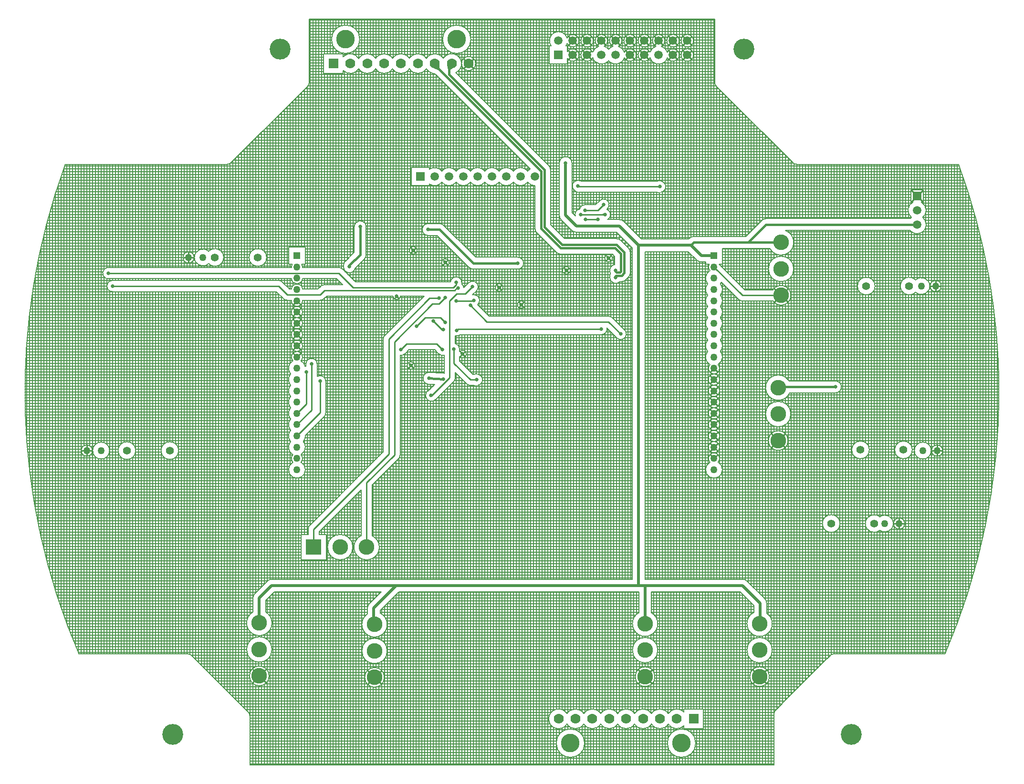
<source format=gbl>
G04*
G04 #@! TF.GenerationSoftware,Altium Limited,Altium Designer,19.1.5 (86)*
G04*
G04 Layer_Physical_Order=2*
G04 Layer_Color=16711680*
%FSLAX24Y24*%
%MOIN*%
G70*
G01*
G75*
%ADD11C,0.0100*%
%ADD18C,0.0200*%
%ADD19C,0.0080*%
%ADD50C,0.0150*%
%ADD54C,0.1093*%
%ADD55R,0.0591X0.0591*%
%ADD56C,0.0591*%
%ADD57R,0.1093X0.1093*%
%ADD58C,0.0500*%
%ADD59R,0.0500X0.0500*%
%ADD60R,0.0700X0.0700*%
%ADD61C,0.0700*%
%ADD62C,0.1300*%
%ADD63C,0.1460*%
%ADD64R,0.0591X0.0591*%
%ADD65C,0.0551*%
%ADD66C,0.0250*%
G36*
X21142Y49277D02*
X21136Y49238D01*
X21134Y49201D01*
X21135Y49166D01*
X21139Y49133D01*
X21145Y49103D01*
X21155Y49074D01*
X21169Y49048D01*
X21185Y49024D01*
X21204Y49002D01*
X21073Y48921D01*
X21055Y48937D01*
X21034Y48952D01*
X21009Y48967D01*
X20980Y48982D01*
X20948Y48996D01*
X20874Y49022D01*
X20831Y49035D01*
X20736Y49058D01*
X21150Y49319D01*
X21142Y49277D01*
D02*
G37*
G36*
X22060Y49057D02*
X22025Y49048D01*
X21993Y49037D01*
X21966Y49023D01*
X21942Y49007D01*
X21921Y48989D01*
X21905Y48968D01*
X21892Y48944D01*
X21882Y48918D01*
X21877Y48890D01*
X21875Y48859D01*
X21725Y48961D01*
X21724Y48983D01*
X21722Y49007D01*
X21714Y49063D01*
X21700Y49131D01*
X21654Y49301D01*
X22060Y49057D01*
D02*
G37*
G36*
X30054Y42341D02*
X30053Y42338D01*
X30052Y42332D01*
X30051Y42317D01*
X30050Y42265D01*
X30050Y42248D01*
X29850D01*
X29845Y42343D01*
X30055D01*
X30054Y42341D01*
D02*
G37*
G36*
X30899Y40870D02*
X30901Y40866D01*
X30905Y40862D01*
X30910Y40859D01*
X30916Y40856D01*
X30923Y40854D01*
X30930Y40852D01*
X30939Y40851D01*
X30949Y40850D01*
X30960Y40850D01*
X30947Y40750D01*
X30831Y40755D01*
X30897Y40875D01*
X30899Y40870D01*
D02*
G37*
G36*
X36479Y40730D02*
X36474Y40734D01*
X36469Y40737D01*
X36464Y40740D01*
X36457Y40743D01*
X36450Y40745D01*
X36442Y40747D01*
X36434Y40748D01*
X36424Y40749D01*
X36403Y40750D01*
Y40850D01*
X36414Y40850D01*
X36434Y40852D01*
X36442Y40853D01*
X36450Y40855D01*
X36457Y40857D01*
X36464Y40860D01*
X36469Y40863D01*
X36474Y40866D01*
X36479Y40870D01*
Y40730D01*
D02*
G37*
G36*
X32629Y38780D02*
X32624Y38784D01*
X32619Y38787D01*
X32614Y38790D01*
X32607Y38793D01*
X32600Y38795D01*
X32592Y38797D01*
X32584Y38798D01*
X32574Y38799D01*
X32553Y38800D01*
Y38900D01*
X32564Y38900D01*
X32584Y38902D01*
X32592Y38903D01*
X32600Y38905D01*
X32607Y38907D01*
X32614Y38910D01*
X32619Y38913D01*
X32624Y38916D01*
X32629Y38920D01*
Y38780D01*
D02*
G37*
G36*
X23679Y27230D02*
X23674Y27234D01*
X23669Y27237D01*
X23664Y27240D01*
X23657Y27243D01*
X23650Y27245D01*
X23642Y27247D01*
X23634Y27248D01*
X23624Y27249D01*
X23603Y27250D01*
Y27350D01*
X23614Y27350D01*
X23634Y27352D01*
X23642Y27353D01*
X23650Y27355D01*
X23657Y27357D01*
X23664Y27360D01*
X23669Y27363D01*
X23674Y27366D01*
X23679Y27370D01*
Y27230D01*
D02*
G37*
D11*
X54105Y40545D02*
X54500Y40150D01*
X54895Y40545D01*
X54105Y39755D02*
X54500Y40150D01*
X54895Y39755D01*
X38450Y51000D02*
X38730Y51280D01*
X38450Y51000D02*
X38730Y50721D01*
X38450Y50000D02*
X38730Y50279D01*
X38450Y50000D02*
X38730Y49721D01*
X38170Y51280D02*
X38450Y51000D01*
X38170Y50721D02*
X38450Y51000D01*
X37450D02*
X37729Y50721D01*
X37171Y51280D02*
X37450Y51000D01*
X37729Y51280D01*
X38170Y50279D02*
X38450Y50000D01*
X38170Y49721D02*
X38450Y50000D01*
X37450D02*
X37729Y50279D01*
X37171Y49721D02*
X37450Y50000D01*
X37729Y49721D01*
X37171Y50279D02*
X37450Y50000D01*
X37171Y50721D02*
X37450Y51000D01*
X36450D02*
X36730Y51280D01*
X36170D02*
X36450Y51000D01*
X36170Y50721D02*
X36450Y51000D01*
X36730Y50721D01*
X55800Y33850D02*
Y34200D01*
X55450Y33850D02*
X55800D01*
X56150D01*
X55800Y33500D02*
Y33850D01*
X45000Y33200D02*
X45457Y33657D01*
X44543D02*
X45000Y33200D01*
X45457Y32743D01*
X44543D02*
X45000Y33200D01*
X35171Y51280D02*
X35450Y51000D01*
X34170Y51280D02*
X34450Y51000D01*
X34729Y51280D01*
X33450Y51000D02*
X33730Y51280D01*
X35450Y51000D02*
X35729Y51280D01*
X35171Y50721D02*
X35450Y51000D01*
X35729Y50721D01*
X34450Y51000D02*
X34729Y50721D01*
X34170D02*
X34450Y51000D01*
X33450D02*
X33730Y50721D01*
X33170Y51280D02*
X33450Y51000D01*
X32450D02*
X32729Y51280D01*
X32171D02*
X32450Y51000D01*
X33170Y50721D02*
X33450Y51000D01*
X32171Y50721D02*
X32450Y51000D01*
X32729Y50721D01*
X35450Y50000D02*
X35729Y50279D01*
X35171D02*
X35450Y50000D01*
X34170Y50279D02*
X34450Y50000D01*
X34729Y50279D01*
X35450Y50000D02*
X35729Y49721D01*
X35171D02*
X35450Y50000D01*
X34170Y49721D02*
X34450Y50000D01*
X34729Y49721D01*
X31450Y51000D02*
X31730Y51280D01*
X31170D02*
X31450Y51000D01*
X31730Y50721D01*
X31170D02*
X31450Y51000D01*
X30450D02*
X30729Y51280D01*
X31450Y50000D02*
X31730Y50279D01*
X31450Y50000D02*
X31730Y49721D01*
X31170Y50279D02*
X31450Y50000D01*
X31170Y49721D02*
X31450Y50000D01*
X30171Y50721D02*
X30450Y51000D01*
X30729Y50721D01*
X30171Y51280D02*
X30450Y51000D01*
Y50000D02*
X30729Y50279D01*
X30450Y50000D02*
X30729Y49721D01*
X30171Y50279D02*
X30450Y50000D01*
X30171Y49721D02*
X30450Y50000D01*
X32950Y35800D02*
X33109Y35959D01*
X32791D02*
X32950Y35800D01*
X33109Y35641D01*
X32791D02*
X32950Y35800D01*
X29841Y35109D02*
X30000Y34950D01*
X30159Y35109D01*
X30000Y34950D02*
X30159Y34791D01*
X29841D02*
X30000Y34950D01*
X26850Y32550D02*
X27009Y32391D01*
X26850Y32550D02*
X27009Y32709D01*
X26691D02*
X26850Y32550D01*
X26691Y32391D02*
X26850Y32550D01*
X55900Y22350D02*
X56250D01*
X55550D02*
X55900D01*
Y22700D01*
Y22000D02*
Y22350D01*
X44800Y23050D02*
X45257Y23507D01*
X44800Y23050D02*
X45257Y22593D01*
X44343Y23507D02*
X44800Y23050D01*
X44343Y22593D02*
X44800Y23050D01*
X53250Y17250D02*
X53600D01*
X52900D02*
X53250D01*
Y16900D02*
Y17250D01*
Y17600D01*
X43500Y6550D02*
X43957Y7007D01*
X43043D02*
X43500Y6550D01*
X43957Y6093D01*
X43043D02*
X43500Y6550D01*
X40314Y28100D02*
X40561Y27852D01*
X40314Y27312D02*
X40561Y27560D01*
X40314Y27312D02*
X40561Y27065D01*
X40314Y26525D02*
X40561Y26772D01*
X40314Y25737D02*
X40561Y25490D01*
X40314Y24950D02*
X40561Y25197D01*
X40066Y27852D02*
X40314Y28100D01*
X40066Y27560D02*
X40314Y27312D01*
Y26525D02*
X40561Y26277D01*
X40066Y26772D02*
X40314Y26525D01*
X40066Y26277D02*
X40314Y26525D01*
X40066Y27065D02*
X40314Y27312D01*
Y25737D02*
X40561Y25985D01*
X40314Y24950D02*
X40561Y24703D01*
X40314Y24163D02*
X40561Y24410D01*
X40314Y24163D02*
X40561Y23915D01*
X40066Y25197D02*
X40314Y24950D01*
X40066Y24703D02*
X40314Y24950D01*
X40066Y25985D02*
X40314Y25737D01*
X40066Y25490D02*
X40314Y25737D01*
X40066Y24410D02*
X40314Y24163D01*
X40066Y23915D02*
X40314Y24163D01*
Y23375D02*
X40561Y23128D01*
X40314Y23375D02*
X40561Y23623D01*
X40314Y22588D02*
X40561Y22340D01*
X40314Y21800D02*
X40561Y22048D01*
X40066Y22835D02*
X40314Y22588D01*
X40561Y22835D01*
X40066Y22048D02*
X40314Y21800D01*
X40066Y23623D02*
X40314Y23375D01*
X40066Y23128D02*
X40314Y23375D01*
X40066Y22340D02*
X40314Y22588D01*
X35500Y6550D02*
X35957Y6093D01*
X35043Y7007D02*
X35500Y6550D01*
X35957Y7007D01*
X35043Y6093D02*
X35500Y6550D01*
X23170Y49400D02*
X23488Y49082D01*
X22852Y49718D02*
X23170Y49400D01*
X23488Y49718D01*
X22852Y49082D02*
X23170Y49400D01*
X25300Y33750D02*
X25459Y33909D01*
X25300Y33750D02*
X25459Y33591D01*
X25141Y33909D02*
X25300Y33750D01*
X25141Y33591D02*
X25300Y33750D01*
X19300Y36350D02*
X19459Y36509D01*
X19300Y36350D02*
X19459Y36191D01*
X19141Y36509D02*
X19300Y36350D01*
X19141Y36191D02*
X19300Y36350D01*
X21550Y35500D02*
X21709Y35659D01*
X21391D02*
X21550Y35500D01*
X21391Y35341D02*
X21550Y35500D01*
X21709Y35341D01*
X18150Y33150D02*
X18309Y32991D01*
X17991D02*
X18150Y33150D01*
X3606Y35850D02*
Y36200D01*
Y35850D02*
X3956D01*
X3256D02*
X3606D01*
Y35500D02*
Y35850D01*
X11180Y31249D02*
X11427Y31497D01*
X11180Y32824D02*
X11427Y32577D01*
X11180Y32037D02*
X11427Y32284D01*
X10933Y32577D02*
X11180Y32824D01*
Y32037D02*
X11427Y31789D01*
X10933D02*
X11180Y32037D01*
X10933Y31497D02*
X11180Y31249D01*
X10933Y32284D02*
X11180Y32037D01*
Y31249D02*
X11427Y31002D01*
X11180Y30462D02*
X11427Y30709D01*
X11180Y30462D02*
X11427Y30214D01*
X11180Y29674D02*
X11427Y29922D01*
X11180Y29674D02*
X11427Y29427D01*
X10933Y31002D02*
X11180Y31249D01*
X10933Y30709D02*
X11180Y30462D01*
X10933Y30214D02*
X11180Y30462D01*
X10933Y29922D02*
X11180Y29674D01*
X10933Y29427D02*
X11180Y29674D01*
X22750Y29100D02*
X22909Y29259D01*
X22750Y29100D02*
X22909Y28941D01*
X22591Y29259D02*
X22750Y29100D01*
X22591Y28941D02*
X22750Y29100D01*
X19150Y28300D02*
X19309Y28459D01*
X19150Y28300D02*
X19309Y28141D01*
X18991Y28459D02*
X19150Y28300D01*
X18991Y28141D02*
X19150Y28300D01*
X16600Y6500D02*
X17057Y6043D01*
X16600Y6500D02*
X17057Y6957D01*
X16143D02*
X16600Y6500D01*
X16143Y6043D02*
X16600Y6500D01*
X11180Y28887D02*
X11427Y29135D01*
X10933D02*
X11180Y28887D01*
X-3500Y22350D02*
Y22700D01*
Y22350D02*
X-3150D01*
X-3500Y22000D02*
Y22350D01*
X-3850D02*
X-3500D01*
X8550Y6600D02*
X9007Y7057D01*
X8550Y6600D02*
X9007Y6143D01*
X8093D02*
X8550Y6600D01*
X8093Y7057D02*
X8550Y6600D01*
X40314Y35186D02*
X42300Y33200D01*
X45000D01*
X22150Y28450D02*
Y29450D01*
Y28450D02*
X23300Y27300D01*
X22200Y33550D02*
X22350Y33700D01*
X13100Y33550D02*
X22200D01*
X12801Y33251D02*
X13100Y33550D01*
X22100Y33750D02*
X22300Y33950D01*
X15100Y33750D02*
X22100D01*
X14091Y34759D02*
X15100Y33750D01*
X21850Y27454D02*
Y32800D01*
X20596Y26200D02*
X21850Y27454D01*
X20550Y26200D02*
X20596D01*
X21850Y32800D02*
X22350Y33300D01*
X24450Y31350D02*
X32950D01*
X23300Y32500D02*
X24450Y31350D01*
X22350Y33700D02*
X22450D01*
X20700Y31400D02*
X21300Y30800D01*
X21400D01*
X20650Y32600D02*
X21087D01*
X18000Y29950D02*
X20650Y32600D01*
X18000Y22050D02*
Y29950D01*
X21205Y31645D02*
X21550Y31300D01*
X20145Y31645D02*
X21205D01*
X19550Y31050D02*
X20145Y31645D01*
X22450Y30850D02*
X32450D01*
X22350Y30750D02*
X22450Y30850D01*
X12350Y15600D02*
Y16850D01*
X16050Y20100D02*
X18000Y22050D01*
X16050Y15600D02*
Y20100D01*
X12350Y16850D02*
X17600Y22100D01*
X12800Y24995D02*
Y27200D01*
X11180Y23375D02*
X12800Y24995D01*
X11180Y24163D02*
X12200Y25183D01*
Y28400D01*
X11180Y24950D02*
X11850Y25620D01*
Y27850D01*
X9900Y33850D02*
X10499Y33251D01*
X-1700Y33850D02*
X9900D01*
X10499Y33251D02*
X12801D01*
X-1991Y34759D02*
X14091D01*
X-2000Y34750D02*
X-1991Y34759D01*
X32200Y39150D02*
X32600Y39550D01*
X31300Y39150D02*
X32200D01*
X31000Y38850D02*
X32700D01*
X32950Y31350D02*
X33800Y30500D01*
X17600Y30150D02*
X20450Y33000D01*
X17600Y22100D02*
Y30150D01*
X22300Y32800D02*
X23473D01*
X21087Y32600D02*
X21537Y33050D01*
X20450Y33000D02*
X21100D01*
X22300Y33950D02*
Y34100D01*
X31350Y38500D02*
X32200D01*
X22350Y33300D02*
X22950D01*
X23450Y33800D01*
X18850Y29800D02*
X20950D01*
X21350Y29400D01*
X23300Y27300D02*
X23750D01*
X21550Y33050D02*
X21562Y33038D01*
X18450Y29400D02*
X18850Y29800D01*
X21537Y33050D02*
X21550D01*
X23523Y32850D02*
X23550D01*
X23473Y32800D02*
X23523Y32850D01*
X30800Y40850D02*
X30827D01*
X30877Y40800D01*
X36550D01*
D18*
X35500Y10351D02*
X35550Y10301D01*
X35100Y12917D02*
X35500D01*
X34900D02*
X35100D01*
X35051Y12966D02*
X35100Y12917D01*
X18117D02*
X34900D01*
X34901Y12918D01*
X35051Y12966D02*
Y36700D01*
X38700D01*
X39426Y35974D01*
X40314D01*
X43550Y10301D02*
Y11684D01*
X42317Y12917D02*
X43550Y11684D01*
X35500Y12917D02*
X42317D01*
X35500Y10351D02*
Y12917D01*
X9417D02*
X18117D01*
X16550Y11350D02*
X18117Y12917D01*
X16550Y10301D02*
Y11350D01*
X8550Y10301D02*
Y12050D01*
X9417Y12917D01*
X33691Y38060D02*
X35051Y36700D01*
X30690Y38060D02*
X33691D01*
X29950Y38800D02*
X30690Y38060D01*
X29950Y38800D02*
Y42450D01*
D19*
X40360Y48100D02*
G03*
X40474Y47824I390J0D01*
G01*
X40360Y48100D02*
G03*
X40474Y47824I390J0D01*
G01*
X45824Y42474D02*
G03*
X46100Y42360I276J276D01*
G01*
X45824Y42474D02*
G03*
X46100Y42360I276J276D01*
G01*
X38885Y51000D02*
G03*
X38885Y51000I-435J0D01*
G01*
X37885D02*
G03*
X37885Y51000I-435J0D01*
G01*
Y50000D02*
G03*
X37057Y50187I-435J0D01*
G01*
X36885Y51000D02*
G03*
X36263Y50607I-435J0D01*
G01*
X36637D02*
G03*
X36885Y51000I-187J393D01*
G01*
X37057Y50187D02*
G03*
X36637Y50607I-607J-187D01*
G01*
X36263D02*
G03*
X35843Y50187I187J-607D01*
G01*
X38885Y50000D02*
G03*
X38885Y50000I-435J0D01*
G01*
X37057Y49813D02*
G03*
X37885Y50000I393J187D01*
G01*
X35843Y49813D02*
G03*
X37057Y49813I607J187D01*
G01*
X36940Y40800D02*
G03*
X36606Y41186I-390J0D01*
G01*
Y40414D02*
G03*
X36940Y40800I-56J386D01*
G01*
X55135Y39150D02*
G03*
X54791Y39715I-635J0D01*
G01*
X54892Y38650D02*
G03*
X55135Y39150I-392J500D01*
G01*
Y38150D02*
G03*
X54892Y38650I-635J0D01*
G01*
X54019Y37735D02*
G03*
X55135Y38150I481J415D01*
G01*
X54108Y38650D02*
G03*
X54019Y38565I392J-500D01*
G01*
X54209Y39715D02*
G03*
X54108Y38650I291J-565D01*
G01*
X43950Y38565D02*
G03*
X43656Y38443I0J-415D01*
G01*
X43950Y38565D02*
G03*
X43656Y38443I0J-415D01*
G01*
X45886Y36900D02*
G03*
X45298Y37735I-886J0D01*
G01*
X44217Y36485D02*
G03*
X45886Y36900I783J415D01*
G01*
X56190Y33850D02*
G03*
X56190Y33850I-390J0D01*
G01*
X54393Y34277D02*
G03*
X54393Y33423I-443J-427D01*
G01*
X55390Y33850D02*
G03*
X54393Y34277I-590J0D01*
G01*
Y33423D02*
G03*
X55390Y33850I407J427D01*
G01*
X51566D02*
G03*
X51566Y33850I-616J0D01*
G01*
X45886Y35050D02*
G03*
X45886Y35050I-886J0D01*
G01*
X45686Y33200D02*
G03*
X44435Y33590I-686J0D01*
G01*
Y32810D02*
G03*
X45686Y33200I565J390D01*
G01*
X38900Y37315D02*
G03*
X38607Y37194I0J-415D01*
G01*
X38900Y37315D02*
G03*
X38607Y37193I0J-415D01*
G01*
X39115Y35663D02*
G03*
X39426Y35534I311J311D01*
G01*
X39115Y35663D02*
G03*
X39426Y35534I311J311D01*
G01*
X39978Y35384D02*
G03*
X40032Y34917I336J-197D01*
G01*
X39978Y35384D02*
G03*
X40032Y34917I336J-197D01*
G01*
X42025Y32924D02*
G03*
X42300Y32810I276J276D01*
G01*
X42025Y32924D02*
G03*
X42300Y32810I276J276D01*
G01*
X40032Y34917D02*
G03*
X39874Y34005I282J-518D01*
G01*
X40753D02*
G03*
X40832Y34117I-439J394D01*
G01*
X40904Y33611D02*
G03*
X40753Y34005I-590J0D01*
G01*
Y33218D02*
G03*
X40904Y33611I-439J394D01*
G01*
X39874Y34005D02*
G03*
X39874Y33218I439J-394D01*
G01*
X40904Y32824D02*
G03*
X40753Y33218I-590J0D01*
G01*
X40753Y32430D02*
G03*
X40904Y32824I-439J394D01*
G01*
X39874Y33218D02*
G03*
X39874Y32430I439J-394D01*
G01*
X40904Y32037D02*
G03*
X40753Y32430I-590J0D01*
G01*
X40753Y31643D02*
G03*
X40904Y32037I-439J394D01*
G01*
X39874Y32430D02*
G03*
X39874Y31643I439J-394D01*
G01*
X35885Y51000D02*
G03*
X35885Y51000I-435J0D01*
G01*
X34885D02*
G03*
X34885Y51000I-435J0D01*
G01*
X33885D02*
G03*
X33263Y50607I-435J0D01*
G01*
X33637D02*
G03*
X33885Y51000I-187J393D01*
G01*
X32885D02*
G03*
X32263Y50607I-435J0D01*
G01*
X32637D02*
G03*
X32885Y51000I-187J393D01*
G01*
X34885Y50000D02*
G03*
X34057Y50187I-435J0D01*
G01*
X35843D02*
G03*
X35843Y49813I-393J-187D01*
G01*
X34057D02*
G03*
X34885Y50000I393J187D01*
G01*
X33263Y50607D02*
G03*
X32950Y50392I187J-607D01*
G01*
X34057Y50187D02*
G03*
X33637Y50607I-607J-187D01*
G01*
X32950Y49608D02*
G03*
X34057Y49813I500J392D01*
G01*
X32950Y50392D02*
G03*
X32637Y50607I-500J-392D01*
G01*
X32263D02*
G03*
X31843Y50187I187J-607D01*
G01*
Y49813D02*
G03*
X32950Y49608I607J187D01*
G01*
X30885Y51000D02*
G03*
X30057Y51187I-435J0D01*
G01*
X31885Y51000D02*
G03*
X31885Y51000I-435J0D01*
G01*
X30057Y50813D02*
G03*
X30885Y51000I393J187D01*
G01*
X31843Y50187D02*
G03*
X31843Y49813I-393J-187D01*
G01*
X30885Y50000D02*
G03*
X30085Y50238I-435J0D01*
G01*
Y49762D02*
G03*
X30885Y50000I365J238D01*
G01*
X30057Y51187D02*
G03*
X28930Y50635I-607J-187D01*
G01*
X29970D02*
G03*
X30057Y50813I-520J365D01*
G01*
X30390Y42450D02*
G03*
X29510Y42450I-440J0D01*
G01*
X31000Y41200D02*
G03*
X30827Y41240I-173J-350D01*
G01*
X28895Y41973D02*
G03*
X28773Y42267I-415J0D01*
G01*
X28895Y41973D02*
G03*
X28774Y42267I-415J0D01*
G01*
X27470Y42043D02*
G03*
X27300Y41892I330J-543D01*
G01*
X34002Y38371D02*
G03*
X33691Y38500I-311J-311D01*
G01*
X34002Y38371D02*
G03*
X33691Y38500I-311J-311D01*
G01*
X33797Y37043D02*
G03*
X33504Y37165I-294J-293D01*
G01*
X33797Y37043D02*
G03*
X33504Y37165I-293J-293D01*
G01*
X32990Y39550D02*
G03*
X32324Y39826I-390J0D01*
G01*
X32876Y39274D02*
G03*
X32990Y39550I-276J276D01*
G01*
X31300Y39540D02*
G03*
X30919Y39231I0J-390D01*
G01*
X33090Y38850D02*
G03*
X32822Y39220I-390J0D01*
G01*
X32872Y38500D02*
G03*
X33090Y38850I-172J350D01*
G01*
X34465Y36204D02*
G03*
X34343Y36497I-415J0D01*
G01*
X34465Y36204D02*
G03*
X34343Y36497I-415J0D01*
G01*
X33385Y35360D02*
G03*
X33035Y34950I65J-410D01*
G01*
X34343Y34478D02*
G03*
X34465Y34771I-293J293D01*
G01*
X34343Y34478D02*
G03*
X34465Y34771I-293J294D01*
G01*
X33854Y34160D02*
G03*
X34147Y34282I0J415D01*
G01*
X33854Y34160D02*
G03*
X34147Y34282I0J415D01*
G01*
X33035Y34450D02*
G03*
X33747Y34160I415J0D01*
G01*
X33215Y35800D02*
G03*
X33215Y35800I-265J0D01*
G01*
X33035Y34885D02*
G03*
X33070Y34718I415J0D01*
G01*
X33035Y34885D02*
G03*
X33070Y34718I415J0D01*
G01*
Y34718D02*
G03*
X33035Y34550I380J-168D01*
G01*
X33070Y34718D02*
G03*
X33035Y34550I380J-168D01*
G01*
X33226Y31626D02*
G03*
X32950Y31740I-276J-276D01*
G01*
X33226Y31626D02*
G03*
X32950Y31740I-276J-276D01*
G01*
X31000Y41200D02*
G03*
X30827Y41240I-173J-350D01*
G01*
X30800D02*
G03*
X30570Y40535I0J-390D01*
G01*
X30919Y39231D02*
G03*
X30623Y38749I81J-381D01*
G01*
X30379Y37749D02*
G03*
X30690Y37620I311J311D01*
G01*
X30379Y37749D02*
G03*
X30690Y37620I311J311D01*
G01*
X27300Y41108D02*
G03*
X27815Y40865I500J392D01*
G01*
X29510Y38800D02*
G03*
X29639Y38489I440J0D01*
G01*
X29510Y38800D02*
G03*
X29639Y38489I440J0D01*
G01*
X27815Y37866D02*
G03*
X27937Y37572I415J0D01*
G01*
X27815Y37866D02*
G03*
X27937Y37573I415J0D01*
G01*
X29303Y36207D02*
G03*
X29596Y36085I294J293D01*
G01*
X29303Y36207D02*
G03*
X29596Y36085I293J293D01*
G01*
X30265Y34950D02*
G03*
X30265Y34950I-265J0D01*
G01*
X27015Y35450D02*
G03*
X26600Y35865I-415J0D01*
G01*
Y35035D02*
G03*
X27015Y35450I0J415D01*
G01*
X27115Y32550D02*
G03*
X27115Y32550I-265J0D01*
G01*
X60220Y26450D02*
G03*
X57401Y42360I-46310J0D01*
G01*
X49215Y26801D02*
G03*
X48800Y27216I-415J0D01*
G01*
Y26386D02*
G03*
X49215Y26801I0J415D01*
G01*
X56447Y8140D02*
G03*
X60220Y26450I-42537J18310D01*
G01*
X56290Y22350D02*
G03*
X56290Y22350I-390J0D01*
G01*
X54166Y22400D02*
G03*
X54166Y22400I-616J0D01*
G01*
X55490Y22350D02*
G03*
X55490Y22350I-590J0D01*
G01*
X51166Y22400D02*
G03*
X51166Y22400I-616J0D01*
G01*
X45554Y27216D02*
G03*
X45608Y26386I-754J-465D01*
G01*
X45686Y24900D02*
G03*
X45686Y24900I-886J0D01*
G01*
X45486Y23050D02*
G03*
X45486Y23050I-686J0D01*
G01*
X53640Y17250D02*
G03*
X53640Y17250I-390J0D01*
G01*
X52840D02*
G03*
X51896Y17722I-590J0D01*
G01*
D02*
G03*
X51896Y16778I-396J-472D01*
G01*
X49116Y17250D02*
G03*
X49116Y17250I-616J0D01*
G01*
X51896Y16778D02*
G03*
X52840Y17250I354J472D01*
G01*
X44386Y10250D02*
G03*
X43990Y10989I-886J0D01*
G01*
Y11684D02*
G03*
X43861Y11995I-440J0D01*
G01*
X43990Y11684D02*
G03*
X43861Y11995I-440J0D01*
G01*
X48700Y8140D02*
G03*
X48424Y8026I0J-390D01*
G01*
X48700Y8140D02*
G03*
X48424Y8026I0J-390D01*
G01*
X44624Y4226D02*
G03*
X44510Y3950I276J-276D01*
G01*
X44624Y4226D02*
G03*
X44510Y3950I276J-276D01*
G01*
X42628Y13228D02*
G03*
X42317Y13357I-311J-311D01*
G01*
X42628Y13228D02*
G03*
X42317Y13357I-311J-311D01*
G01*
X43110Y11046D02*
G03*
X44386Y10250I390J-796D01*
G01*
Y8400D02*
G03*
X44386Y8400I-886J0D01*
G01*
X44186Y6550D02*
G03*
X44186Y6550I-686J0D01*
G01*
X40904Y31249D02*
G03*
X40753Y31643I-590J0D01*
G01*
Y30856D02*
G03*
X40904Y31249I-439J394D01*
G01*
Y30462D02*
G03*
X40753Y30856I-590J0D01*
G01*
Y30068D02*
G03*
X40904Y30462I-439J394D01*
G01*
Y28887D02*
G03*
X40753Y29281I-590J0D01*
G01*
X40596Y28369D02*
G03*
X40904Y28887I-282J518D01*
G01*
Y29674D02*
G03*
X40753Y30068I-590J0D01*
G01*
Y29281D02*
G03*
X40904Y29674I-439J394D01*
G01*
X40032Y28369D02*
G03*
X40704Y28100I282J-269D01*
G01*
D02*
G03*
X40596Y28369I-390J0D01*
G01*
X40704Y27312D02*
G03*
X40704Y27312I-390J0D01*
G01*
Y26525D02*
G03*
X40704Y26525I-390J0D01*
G01*
Y25737D02*
G03*
X40704Y25737I-390J0D01*
G01*
Y24950D02*
G03*
X40704Y24950I-390J0D01*
G01*
Y24163D02*
G03*
X40704Y24163I-390J0D01*
G01*
X39874Y30068D02*
G03*
X39874Y29281I439J-394D01*
G01*
Y29281D02*
G03*
X40032Y28369I439J-394D01*
G01*
X39874Y31643D02*
G03*
X39874Y30856I439J-394D01*
G01*
D02*
G03*
X39874Y30068I439J-394D01*
G01*
X40704Y23375D02*
G03*
X40704Y23375I-390J0D01*
G01*
Y22588D02*
G03*
X40704Y22588I-390J0D01*
G01*
X40596Y21531D02*
G03*
X40704Y21800I-282J269D01*
G01*
X40904Y21013D02*
G03*
X40596Y21531I-590J0D01*
G01*
X40704Y21800D02*
G03*
X40032Y21531I-390J0D01*
G01*
D02*
G03*
X40904Y21013I282J-518D01*
G01*
X32840Y30850D02*
G03*
X32835Y30914I-390J0D01*
G01*
X32450Y30460D02*
G03*
X32840Y30850I0J390D01*
G01*
X34190Y30500D02*
G03*
X34076Y30776I-390J0D01*
G01*
X33524Y30224D02*
G03*
X34190Y30500I276J276D01*
G01*
X36386Y10251D02*
G03*
X35940Y11020I-886J0D01*
G01*
X36186Y6550D02*
G03*
X36186Y6550I-686J0D01*
G01*
X38205Y4086D02*
G03*
X37125Y3958I-490J-486D01*
G01*
X39035Y1900D02*
G03*
X39035Y1900I-990J0D01*
G01*
X37125Y3242D02*
G03*
X38205Y3114I590J358D01*
G01*
X37125Y3958D02*
G03*
X35945Y3958I-590J-358D01*
G01*
Y3242D02*
G03*
X37125Y3242I590J358D01*
G01*
X35945Y3958D02*
G03*
X34765Y3958I-590J-358D01*
G01*
X35060Y11020D02*
G03*
X36386Y10251I440J-769D01*
G01*
Y8400D02*
G03*
X36386Y8400I-886J0D01*
G01*
X34765Y3958D02*
G03*
X33585Y3958I-590J-358D01*
G01*
X34765Y3242D02*
G03*
X35945Y3242I590J358D01*
G01*
X33585D02*
G03*
X34765Y3242I590J358D01*
G01*
X33585Y3958D02*
G03*
X32405Y3958I-590J-358D01*
G01*
Y3242D02*
G03*
X33585Y3242I590J358D01*
G01*
X31225D02*
G03*
X32405Y3242I590J358D01*
G01*
Y3958D02*
G03*
X31225Y3958I-590J-358D01*
G01*
D02*
G03*
X30045Y3958I-590J-358D01*
G01*
Y3242D02*
G03*
X31225Y3242I590J358D01*
G01*
X30045Y3958D02*
G03*
X30045Y3242I-590J-358D01*
G01*
X31275Y1900D02*
G03*
X31275Y1900I-990J0D01*
G01*
X23660Y49400D02*
G03*
X22680Y49400I-490J0D01*
G01*
D02*
G03*
X23660Y49400I490J0D01*
G01*
X22271Y48770D02*
G03*
X22680Y49400I-281J630D01*
G01*
X27300Y41892D02*
G03*
X26300Y41892I-500J-392D01*
G01*
X25300D02*
G03*
X24300Y41892I-500J-392D01*
G01*
X26300D02*
G03*
X25300Y41892I-500J-392D01*
G01*
X24300D02*
G03*
X23300Y41892I-500J-392D01*
G01*
X22300Y41108D02*
G03*
X23300Y41108I500J392D01*
G01*
Y41892D02*
G03*
X22300Y41892I-500J-392D01*
G01*
X23330Y51100D02*
G03*
X23330Y51100I-990J0D01*
G01*
X22680Y49400D02*
G03*
X21400Y49758I-690J0D01*
G01*
D02*
G03*
X20220Y49758I-590J-358D01*
G01*
D02*
G03*
X19040Y49758I-590J-358D01*
G01*
Y49042D02*
G03*
X20220Y49042I590J358D01*
G01*
D02*
G03*
X20633Y48733I590J358D01*
G01*
X19040Y49758D02*
G03*
X17860Y49758I-590J-358D01*
G01*
Y49042D02*
G03*
X19040Y49042I590J358D01*
G01*
X22300Y41892D02*
G03*
X21300Y41892I-500J-392D01*
G01*
D02*
G03*
X20435Y42020I-500J-392D01*
G01*
Y40980D02*
G03*
X21300Y41108I365J520D01*
G01*
X26300D02*
G03*
X27300Y41108I500J392D01*
G01*
X25300D02*
G03*
X26300Y41108I500J392D01*
G01*
X24300D02*
G03*
X25300Y41108I500J392D01*
G01*
X23300D02*
G03*
X24300Y41108I500J392D01*
G01*
X23207Y35157D02*
G03*
X23500Y35035I293J293D01*
G01*
X23206Y35157D02*
G03*
X23500Y35035I294J293D01*
G01*
X22690Y34100D02*
G03*
X21912Y34140I-390J0D01*
G01*
X25565Y33750D02*
G03*
X25565Y33750I-265J0D01*
G01*
X23726Y33524D02*
G03*
X23840Y33800I-276J276D01*
G01*
D02*
G03*
X23174Y34076I-390J0D01*
G01*
X22838Y33740D02*
G03*
X22690Y34007I-388J-40D01*
G01*
X23523Y33240D02*
G03*
X23430Y33229I0J-390D01*
G01*
X23940Y32850D02*
G03*
X23550Y33240I-390J0D01*
G01*
X23523D02*
G03*
X23430Y33229I0J-390D01*
G01*
X23800Y32551D02*
G03*
X23940Y32850I-250J299D01*
G01*
X22240Y30376D02*
G03*
X22611Y30460I110J374D01*
G01*
X22540Y29450D02*
G03*
X22240Y29829I-390J0D01*
G01*
X21300Y41108D02*
G03*
X22300Y41108I500J392D01*
G01*
X21443Y38093D02*
G03*
X21150Y38215I-293J-293D01*
G01*
X21444Y38093D02*
G03*
X21150Y38215I-294J-293D01*
G01*
X20350D02*
G03*
X20350Y37385I0J-415D01*
G01*
X19565Y36350D02*
G03*
X19565Y36350I-265J0D01*
G01*
X21815Y35500D02*
G03*
X21815Y35500I-265J0D01*
G01*
X17885Y33160D02*
G03*
X18415Y33150I265J-10D01*
G01*
X16680Y49758D02*
G03*
X15500Y49758I-590J-358D01*
G01*
X17860D02*
G03*
X16680Y49758I-590J-358D01*
G01*
X15570Y51100D02*
G03*
X15570Y51100I-990J0D01*
G01*
X15500Y49758D02*
G03*
X14420Y49886I-590J-358D01*
G01*
X16680Y49042D02*
G03*
X17860Y49042I590J358D01*
G01*
X15500D02*
G03*
X16680Y49042I590J358D01*
G01*
X14420Y48914D02*
G03*
X15500Y49042I490J486D01*
G01*
X16015Y37931D02*
G03*
X16020Y37995I-410J64D01*
G01*
X15893Y35757D02*
G03*
X16015Y36050I-293J293D01*
G01*
X15893Y35756D02*
G03*
X16015Y36050I-293J294D01*
G01*
X16020Y37995D02*
G03*
X15312Y38288I-415J0D01*
G01*
X15307Y38283D02*
G03*
X15185Y37990I293J-293D01*
G01*
X15307Y38283D02*
G03*
X15185Y37990I293J-293D01*
G01*
X14557Y35594D02*
G03*
X14435Y35300I293J-294D01*
G01*
X14557Y35593D02*
G03*
X14435Y35300I293J-293D01*
G01*
X11926Y47824D02*
G03*
X12040Y48100I-276J276D01*
G01*
X11926Y47824D02*
G03*
X12040Y48100I-276J276D01*
G01*
X6300Y42360D02*
G03*
X6576Y42474I0J390D01*
G01*
X6300Y42360D02*
G03*
X6576Y42474I0J390D01*
G01*
X6066Y35850D02*
G03*
X5010Y36280I-616J0D01*
G01*
X9066Y35850D02*
G03*
X9066Y35850I-616J0D01*
G01*
X5010Y35420D02*
G03*
X6066Y35850I440J430D01*
G01*
X5010Y36280D02*
G03*
X5010Y35420I-404J-430D01*
G01*
X3996Y35850D02*
G03*
X3996Y35850I-390J0D01*
G01*
X14435Y35200D02*
G03*
X15257Y35120I415J0D01*
G01*
X14367Y35035D02*
G03*
X14091Y35149I-276J-276D01*
G01*
X14367Y35035D02*
G03*
X14091Y35149I-276J-276D01*
G01*
X13100Y33940D02*
G03*
X12824Y33826I0J-390D01*
G01*
X13100Y33940D02*
G03*
X12824Y33826I0J-390D01*
G01*
X11570Y35186D02*
G03*
X11516Y35384I-390J0D01*
G01*
X11568Y35149D02*
G03*
X11570Y35186I-388J37D01*
G01*
X10791Y34369D02*
G03*
X11569Y34369I389J30D01*
G01*
X10844Y35384D02*
G03*
X10792Y35149I336J-197D01*
G01*
X11569Y33641D02*
G03*
X10791Y33641I-389J-30D01*
G01*
X12801Y32861D02*
G03*
X13077Y32976I0J390D01*
G01*
X12801Y32861D02*
G03*
X13077Y32976I0J390D01*
G01*
X11570Y32824D02*
G03*
X11568Y32861I-390J0D01*
G01*
X10792D02*
G03*
X11570Y32824I388J-37D01*
G01*
Y32037D02*
G03*
X11570Y32037I-390J0D01*
G01*
Y31249D02*
G03*
X11570Y31249I-390J0D01*
G01*
X17324Y30426D02*
G03*
X17210Y30150I276J-276D01*
G01*
X17324Y30426D02*
G03*
X17210Y30150I276J-276D01*
G01*
X11570Y30462D02*
G03*
X11570Y30462I-390J0D01*
G01*
Y29674D02*
G03*
X11570Y29674I-390J0D01*
G01*
X10223Y32976D02*
G03*
X10499Y32861I276J276D01*
G01*
X10223Y32976D02*
G03*
X10499Y32861I276J276D01*
G01*
X-1991Y35149D02*
G03*
X-2267Y35035I0J-390D01*
G01*
X-1991Y35149D02*
G03*
X-2267Y35035I0J-390D01*
G01*
X-2276Y35026D02*
G03*
X-1918Y34369I276J-276D01*
G01*
X10176Y34126D02*
G03*
X9900Y34240I-276J-276D01*
G01*
X10176Y34126D02*
G03*
X9900Y34240I-276J-276D01*
G01*
X-1700D02*
G03*
X-1700Y33460I0J-390D01*
G01*
X23015Y29100D02*
G03*
X22540Y29262I-265J0D01*
G01*
Y28938D02*
G03*
X23015Y29100I210J162D01*
G01*
X24140Y27300D02*
G03*
X23806Y27686I-390J0D01*
G01*
X21074Y29124D02*
G03*
X21460Y29026I276J276D01*
G01*
X22126Y27178D02*
G03*
X22240Y27454I-276J276D01*
G01*
X22126Y27178D02*
G03*
X22240Y27454I-276J276D01*
G01*
X21460Y27761D02*
G03*
X21421Y27764I-60J-411D01*
G01*
X23806Y26914D02*
G03*
X24140Y27300I-56J386D01*
G01*
X23024Y27024D02*
G03*
X23300Y26910I276J276D01*
G01*
X23024Y27024D02*
G03*
X23300Y26910I276J276D01*
G01*
X20421Y27814D02*
G03*
X20379Y26986I-21J-414D01*
G01*
X20596Y25810D02*
G03*
X20872Y25924I0J390D01*
G01*
X20596Y25810D02*
G03*
X20872Y25924I0J390D01*
G01*
X20408Y26563D02*
G03*
X20550Y25810I142J-363D01*
G01*
X19415Y28300D02*
G03*
X19415Y28300I-265J0D01*
G01*
X18390Y29015D02*
G03*
X18726Y29124I60J385D01*
G01*
X18276Y21774D02*
G03*
X18390Y22050I-276J276D01*
G01*
X18276Y21774D02*
G03*
X18390Y22050I-276J276D01*
G01*
X17486Y10200D02*
G03*
X16990Y10996I-886J0D01*
G01*
X16937Y15600D02*
G03*
X16440Y16396I-886J0D01*
G01*
X15660D02*
G03*
X16937Y15600I390J-796D01*
G01*
X16239Y11661D02*
G03*
X16110Y11350I311J-311D01*
G01*
X16239Y11661D02*
G03*
X16110Y11350I311J-311D01*
G01*
Y10939D02*
G03*
X17486Y10200I490J-738D01*
G01*
Y8350D02*
G03*
X17486Y8350I-886J0D01*
G01*
X17286Y6500D02*
G03*
X17286Y6500I-686J0D01*
G01*
X11462Y28618D02*
G03*
X11570Y28887I-282J269D01*
G01*
D02*
G03*
X10898Y28618I-390J0D01*
G01*
X12590Y28400D02*
G03*
X11810Y28400I-390J0D01*
G01*
X11756Y28228D02*
G03*
X11462Y28618I-576J-129D01*
G01*
X13190Y27200D02*
G03*
X12590Y27529I-390J0D01*
G01*
X11810Y28238D02*
G03*
X11756Y28228I40J-388D01*
G01*
X13076Y24719D02*
G03*
X13190Y24995I-276J276D01*
G01*
X13076Y24719D02*
G03*
X13190Y24995I-276J276D01*
G01*
X11770Y23375D02*
G03*
X11769Y23412I-590J0D01*
G01*
X11619Y22982D02*
G03*
X11770Y23375I-439J394D01*
G01*
Y22588D02*
G03*
X11619Y22982I-590J0D01*
G01*
X11462Y22070D02*
G03*
X11770Y22588I-282J518D01*
G01*
X11570Y21800D02*
G03*
X11462Y22070I-390J0D01*
G01*
X10898Y28618D02*
G03*
X10741Y27706I282J-518D01*
G01*
Y26131D02*
G03*
X10741Y25344I439J-394D01*
G01*
X10741Y27706D02*
G03*
X10741Y26919I439J-394D01*
G01*
D02*
G03*
X10741Y26131I439J-394D01*
G01*
X10741Y25344D02*
G03*
X10741Y24556I439J-394D01*
G01*
Y24556D02*
G03*
X10741Y23769I439J-394D01*
G01*
D02*
G03*
X10741Y22982I439J-394D01*
G01*
X10898Y22070D02*
G03*
X10898Y21531I282J-269D01*
G01*
X10741Y22982D02*
G03*
X10898Y22070I439J-394D01*
G01*
X2916Y22350D02*
G03*
X2916Y22350I-616J0D01*
G01*
X-84D02*
G03*
X-84Y22350I-616J0D01*
G01*
X-1910D02*
G03*
X-1910Y22350I-590J0D01*
G01*
X-5001Y42360D02*
G03*
X-4047Y8140I43491J-15910D01*
G01*
X-3110Y22350D02*
G03*
X-3110Y22350I-390J0D01*
G01*
X15086Y15600D02*
G03*
X15086Y15600I-886J0D01*
G01*
X12074Y17125D02*
G03*
X11960Y16850I276J-276D01*
G01*
X12074Y17125D02*
G03*
X11960Y16850I276J-276D01*
G01*
X10898Y21531D02*
G03*
X11770Y21013I282J-518D01*
G01*
D02*
G03*
X11462Y21531I-590J0D01*
G01*
D02*
G03*
X11570Y21800I-282J269D01*
G01*
X9417Y13357D02*
G03*
X9106Y13228I0J-440D01*
G01*
X9417Y13357D02*
G03*
X9106Y13228I0J-440D01*
G01*
X9436Y10301D02*
G03*
X8990Y11070I-886J0D01*
G01*
X8239Y12361D02*
G03*
X8110Y12050I311J-311D01*
G01*
X8239Y12361D02*
G03*
X8110Y12050I311J-311D01*
G01*
Y11070D02*
G03*
X9436Y10301I440J-769D01*
G01*
Y8450D02*
G03*
X9436Y8450I-886J0D01*
G01*
X9236Y6600D02*
G03*
X9236Y6600I-686J0D01*
G01*
X7890Y3800D02*
G03*
X7776Y4076I-390J0D01*
G01*
X7890Y3800D02*
G03*
X7776Y4076I-390J0D01*
G01*
X3826Y8026D02*
G03*
X3550Y8140I-276J-276D01*
G01*
X3826Y8026D02*
G03*
X3550Y8140I-276J-276D01*
G01*
X54700Y40585D02*
Y42360D01*
X54900Y40585D02*
Y42360D01*
X54300Y40585D02*
Y42360D01*
X54500Y40585D02*
Y42360D01*
X54100Y40585D02*
Y42360D01*
X55100Y39359D02*
Y42360D01*
X53700Y38565D02*
Y42360D01*
X53900Y39359D02*
Y42360D01*
X49900Y38565D02*
Y42360D01*
X46100D02*
X57401D01*
X49500Y38565D02*
Y42360D01*
X49700Y38565D02*
Y42360D01*
X53100Y38565D02*
Y42360D01*
X53500Y38565D02*
Y42360D01*
X50100Y38565D02*
Y42360D01*
X50300Y38565D02*
Y42360D01*
X54935Y40450D02*
X58053D01*
X54935Y40250D02*
X58116D01*
X54935Y39715D02*
Y40585D01*
Y40050D02*
X58178D01*
X54065Y39715D02*
Y40585D01*
X54935D01*
X52700Y38565D02*
Y42360D01*
X52900Y38565D02*
Y42360D01*
X50700Y38565D02*
Y42360D01*
X52500Y38565D02*
Y42360D01*
X50500Y38565D02*
Y42360D01*
X38859Y50850D02*
X40360D01*
X38709Y50650D02*
X40360D01*
X38806Y51250D02*
X40360D01*
X38882Y51050D02*
X40360D01*
Y48100D02*
Y52510D01*
X38882Y50050D02*
X40360D01*
X38700Y50356D02*
Y50644D01*
X38806Y50250D02*
X40360D01*
X38500Y51432D02*
Y52510D01*
X38700Y51356D02*
Y52510D01*
X38500Y50432D02*
Y50568D01*
X48300Y38565D02*
Y42360D01*
X48500Y38565D02*
Y42360D01*
X47900Y38565D02*
Y42360D01*
X48100Y38565D02*
Y42360D01*
X49100Y38565D02*
Y42360D01*
X49300Y38565D02*
Y42360D01*
X48700Y38565D02*
Y42360D01*
X48900Y38565D02*
Y42360D01*
X38859Y49850D02*
X40360D01*
X38709Y49650D02*
X40360D01*
X40474Y47824D02*
X45824Y42474D01*
X46500Y38565D02*
Y42360D01*
X46700Y38565D02*
Y42360D01*
X46100Y38565D02*
Y42360D01*
X46300Y38565D02*
Y42360D01*
X47300Y38565D02*
Y42360D01*
X47500Y38565D02*
Y42360D01*
X46900Y38565D02*
Y42360D01*
X47100Y38565D02*
Y42360D01*
X44900Y38565D02*
Y43398D01*
X45100Y38565D02*
Y43198D01*
X44500Y38565D02*
Y43798D01*
X44700Y38565D02*
Y43598D01*
X45700Y38565D02*
Y42598D01*
X45900Y38565D02*
Y42415D01*
X45300Y38565D02*
Y42998D01*
X45500Y38565D02*
Y42798D01*
X53300Y38565D02*
Y42360D01*
X55700Y34227D02*
Y42360D01*
X52100Y38565D02*
Y42360D01*
X52300Y38565D02*
Y42360D01*
X55900Y34227D02*
Y42360D01*
X56100Y34099D02*
Y42360D01*
X55300Y34163D02*
Y42360D01*
X55500Y34099D02*
Y42360D01*
X51100Y38565D02*
Y42360D01*
X51300Y38565D02*
Y42360D01*
X47700Y38565D02*
Y42360D01*
X50900Y38565D02*
Y42360D01*
X51700Y38565D02*
Y42360D01*
X51900Y38565D02*
Y42360D01*
X51500Y38565D02*
Y42360D01*
X40300Y37315D02*
Y52510D01*
X40500Y37315D02*
Y47798D01*
X39900Y37315D02*
Y52510D01*
X40100Y37315D02*
Y52510D01*
X41100Y37315D02*
Y47198D01*
X41300Y37315D02*
Y46998D01*
X40700Y37315D02*
Y47598D01*
X40900Y37315D02*
Y47398D01*
X39500Y37315D02*
Y52510D01*
X39700Y37315D02*
Y52510D01*
X39100Y37315D02*
Y52510D01*
X39300Y37315D02*
Y52510D01*
X38900Y37315D02*
Y52510D01*
X38700Y37264D02*
Y49644D01*
X38500Y37140D02*
Y49568D01*
X44100Y38565D02*
Y44198D01*
X44300Y38565D02*
Y43998D01*
X43700Y38482D02*
Y44598D01*
X43900Y38562D02*
Y44398D01*
X43300Y38087D02*
Y44998D01*
X43500Y38287D02*
Y44798D01*
X42900Y37687D02*
Y45398D01*
X43100Y37887D02*
Y45198D01*
X42500Y37315D02*
Y45798D01*
X42700Y37487D02*
Y45598D01*
X42100Y37315D02*
Y46198D01*
X42300Y37315D02*
Y45998D01*
X41700Y37315D02*
Y46598D01*
X41900Y37315D02*
Y46398D01*
X41500Y37315D02*
Y46798D01*
X38300Y51409D02*
Y52510D01*
X38100Y51259D02*
Y52510D01*
X37882Y51050D02*
X38018D01*
X37859Y50850D02*
X38041D01*
X38100Y50259D02*
Y50741D01*
X29898Y51450D02*
X40360D01*
X37806Y51250D02*
X38094D01*
X37500Y51432D02*
Y52510D01*
X37700Y51356D02*
Y52510D01*
X37709Y50650D02*
X38191D01*
X38300Y50409D02*
Y50591D01*
X37700Y50356D02*
Y50644D01*
X37806Y50250D02*
X38094D01*
X37882Y50050D02*
X38018D01*
X37859Y49850D02*
X38041D01*
X36898Y50450D02*
X40360D01*
X37500Y50432D02*
Y50568D01*
X37100Y51259D02*
Y52510D01*
X37300Y51409D02*
Y52510D01*
X36500Y51432D02*
Y52510D01*
X36700Y51356D02*
Y52510D01*
X36806Y51250D02*
X37094D01*
X36900Y50448D02*
Y52510D01*
X36882Y51050D02*
X37018D01*
X36100Y51259D02*
Y52510D01*
X36300Y51409D02*
Y52510D01*
X35806Y51250D02*
X36094D01*
X35882Y51050D02*
X36018D01*
X36859Y50850D02*
X37041D01*
X36709Y50650D02*
X37191D01*
X36700Y50584D02*
Y50644D01*
X37100Y50259D02*
Y50741D01*
X37300Y50409D02*
Y50591D01*
X37034Y50250D02*
X37094D01*
X35859Y50850D02*
X36041D01*
X35709Y50650D02*
X36191D01*
X36100Y50530D02*
Y50741D01*
X33898Y50450D02*
X36002D01*
X36768Y49450D02*
X40360D01*
X37709Y49650D02*
X38191D01*
X38300Y37140D02*
Y49591D01*
X27990Y43050D02*
X45248D01*
X37900Y37140D02*
Y52510D01*
X38100Y37140D02*
Y49741D01*
X26790Y44250D02*
X44048D01*
X26990Y44050D02*
X44248D01*
X26390Y44650D02*
X43648D01*
X26590Y44450D02*
X43848D01*
X27590Y43450D02*
X44848D01*
X27790Y43250D02*
X45048D01*
X27190Y43850D02*
X44448D01*
X27390Y43650D02*
X44648D01*
X30390Y42050D02*
X57513D01*
X30390Y41850D02*
X57584D01*
X30390Y42450D02*
X45851D01*
X30393Y42250D02*
X57441D01*
X36937Y40850D02*
X57924D01*
X36910Y40650D02*
X57989D01*
X36849Y41050D02*
X57858D01*
X36722Y40450D02*
X54065D01*
X30390Y41650D02*
X57654D01*
X30390Y41450D02*
X57723D01*
X30133Y42850D02*
X45448D01*
X30342Y42650D02*
X45648D01*
X30390Y41250D02*
X57791D01*
X30390Y40250D02*
X54065D01*
X30390Y40050D02*
X54065D01*
X36980Y49650D02*
X37191D01*
X36900Y40972D02*
Y49552D01*
X36700Y41160D02*
Y49416D01*
X36500Y41212D02*
Y49367D01*
X37700Y37140D02*
Y49644D01*
X37500Y37140D02*
Y49568D01*
X37100Y37140D02*
Y49741D01*
X37300Y37140D02*
Y49591D01*
X36444Y41208D02*
X36479Y41213D01*
X35709Y49650D02*
X35920D01*
X33768Y49450D02*
X36132D01*
X36300Y41190D02*
Y49383D01*
X36499Y41212D02*
X36533Y41206D01*
X36100Y41190D02*
Y49470D01*
X36533Y41206D02*
X36567Y41201D01*
X36533Y40394D02*
X36567Y40399D01*
X36900Y37140D02*
Y40628D01*
X36700Y37140D02*
Y40440D01*
X36499Y40388D02*
X36533Y40394D01*
X36500Y37140D02*
Y40388D01*
X36410Y41206D02*
X36444Y41208D01*
X36410Y40394D02*
X36444Y40392D01*
X31029Y41190D02*
X36361D01*
X30991Y40410D02*
X36361D01*
X36300Y37140D02*
Y40410D01*
X36444Y40392D02*
X36479Y40387D01*
X36100Y37140D02*
Y40410D01*
X55127Y39050D02*
X58473D01*
X55060Y38850D02*
X58529D01*
X55060Y39450D02*
X58358D01*
X55127Y39250D02*
X58416D01*
X55127Y38050D02*
X58744D01*
X55060Y37850D02*
X58795D01*
X55060Y38450D02*
X58638D01*
X55127Y38250D02*
X58691D01*
X54892Y39650D02*
X58299D01*
X54892Y38650D02*
X58584D01*
X54935Y39850D02*
X58239D01*
X54892Y37650D02*
X58845D01*
X45695Y37450D02*
X58895D01*
X45885Y36850D02*
X59037D01*
X45850Y36650D02*
X59083D01*
X45814Y37250D02*
X58943D01*
X45874Y37050D02*
X58991D01*
X45863Y34850D02*
X59452D01*
X54088Y34450D02*
X59524D01*
X45863Y35250D02*
X59376D01*
X45886Y35050D02*
X59414D01*
X45250Y36050D02*
X59214D01*
X45381Y35850D02*
X59256D01*
X45763Y36450D02*
X59127D01*
X45602Y36250D02*
X59171D01*
X45791Y35450D02*
X59337D01*
X45791Y34650D02*
X59488D01*
X45652Y35650D02*
X59297D01*
X54900Y39644D02*
Y39715D01*
X54791D02*
X54935D01*
X54100Y39644D02*
Y39715D01*
X54065D02*
X54209D01*
X55100Y38359D02*
Y38941D01*
X53900Y38565D02*
Y38941D01*
X43950Y38565D02*
X54019D01*
X53900Y34464D02*
Y37735D01*
X45298D02*
X54019D01*
X50900Y34464D02*
Y37735D01*
X45700Y37444D02*
Y37735D01*
X45473Y37650D02*
X54108D01*
X45500Y37632D02*
Y37735D01*
X45300Y35884D02*
Y36066D01*
X45652Y34450D02*
X50812D01*
X51088D02*
X53812D01*
X45700Y35594D02*
Y36357D01*
X45500Y35782D02*
Y36169D01*
X44900Y35931D02*
Y36020D01*
X45100Y35931D02*
Y36020D01*
X44500Y35782D02*
Y36169D01*
X44700Y35884D02*
Y36066D01*
X44300Y35594D02*
Y36357D01*
X55100Y34358D02*
Y37941D01*
X55234Y34250D02*
X59558D01*
X54900Y34431D02*
Y37656D01*
X54700Y34431D02*
Y37547D01*
X56135Y34050D02*
X59592D01*
X55355D02*
X55465D01*
X54300Y34356D02*
Y37547D01*
X54500Y34358D02*
Y37515D01*
X53700Y34413D02*
Y37735D01*
X54100Y34447D02*
Y37656D01*
X53500Y34270D02*
Y37735D01*
X51418Y34250D02*
X53482D01*
X56190Y33850D02*
X59625D01*
X56135Y33650D02*
X59657D01*
X55234Y33450D02*
X59688D01*
X55355Y33650D02*
X55465D01*
X51088Y33250D02*
X53812D01*
X54088D02*
X59718D01*
X51532Y34050D02*
X53368D01*
X51418Y33450D02*
X53482D01*
X45591Y32850D02*
X59776D01*
X45411Y32650D02*
X59803D01*
X45670Y33050D02*
X59747D01*
X51100Y34447D02*
Y37735D01*
X51300Y34356D02*
Y37735D01*
X50500Y34270D02*
Y37735D01*
X50700Y34413D02*
Y37735D01*
X51500Y34127D02*
Y37735D01*
X45500Y33670D02*
Y34318D01*
X45381Y34250D02*
X50482D01*
X44700Y33817D02*
Y34216D01*
X44300Y33590D02*
Y34506D01*
X44500Y33670D02*
Y34318D01*
X43900Y33590D02*
Y36485D01*
X44100Y33590D02*
Y36485D01*
X43700Y33590D02*
Y36485D01*
X45219Y33850D02*
X50334D01*
X51566D02*
X53334D01*
X45300Y33817D02*
Y34216D01*
X45100Y33879D02*
Y34169D01*
X51532Y33650D02*
X53368D01*
X45684Y33250D02*
X50812D01*
X45518Y33650D02*
X50368D01*
X45639Y33450D02*
X50482D01*
X44900Y33879D02*
Y34169D01*
X34123Y38250D02*
X43463D01*
X34323Y38050D02*
X43263D01*
X34523Y37850D02*
X43063D01*
X34723Y37650D02*
X42863D01*
X42528Y37315D02*
X43656Y38443D01*
X34923Y37450D02*
X42663D01*
X38900Y37315D02*
X42528D01*
X41300Y34752D02*
Y36485D01*
X32849Y39850D02*
X54065D01*
X32977Y39650D02*
X54108D01*
X32977Y39450D02*
X53940D01*
X32852Y39250D02*
X53873D01*
X33090Y38850D02*
X53940D01*
X33035Y38650D02*
X54108D01*
X33035Y39050D02*
X53873D01*
X33895Y38450D02*
X43663D01*
X42700Y36485D02*
X44217D01*
X40904Y36450D02*
X44237D01*
X41002Y35050D02*
X44114D01*
X41202Y34850D02*
X44137D01*
X41402Y34650D02*
X44209D01*
X41602Y34450D02*
X44348D01*
X41500Y34552D02*
Y36485D01*
X41700Y34352D02*
Y36485D01*
X40904Y36050D02*
X44750D01*
X40904Y35850D02*
X44619D01*
X40904Y36485D02*
X42700D01*
X40904Y36250D02*
X44398D01*
X40904Y35650D02*
X44348D01*
X40904Y35450D02*
X44209D01*
X40802Y35250D02*
X44137D01*
X38518Y36260D02*
X39115Y35663D01*
X38553Y37140D02*
X38607Y37193D01*
X40904Y35384D02*
Y36485D01*
X41100Y34952D02*
Y36485D01*
X35123Y37250D02*
X38677D01*
X35233Y37140D02*
X38553D01*
X35491Y36260D02*
X38518D01*
X35491Y36250D02*
X38528D01*
X35491Y35850D02*
X38928D01*
X35491Y35650D02*
X39128D01*
X35491Y36050D02*
X38728D01*
X40700Y35352D02*
Y35384D01*
X40668D02*
X40904D01*
X39724D02*
Y35534D01*
Y35384D02*
X39978D01*
X40900Y35152D02*
Y35384D01*
X39900Y34819D02*
Y35384D01*
X35491Y35250D02*
X39929D01*
X35491Y35050D02*
X39948D01*
X39426Y35534D02*
X39724D01*
X35491Y35450D02*
X39724D01*
X35491Y34850D02*
X39934D01*
X35491Y34650D02*
X39780D01*
X35491Y34450D02*
X39726D01*
X42700Y33590D02*
Y36485D01*
X42402Y33650D02*
X44482D01*
X42300Y33752D02*
Y36485D01*
X42500Y33590D02*
Y36485D01*
X43300Y33590D02*
Y36485D01*
X43500Y33590D02*
Y36485D01*
X42900Y33590D02*
Y36485D01*
X43100Y33590D02*
Y36485D01*
X41802Y34250D02*
X44619D01*
X42002Y34050D02*
X50368D01*
X41900Y34152D02*
Y36485D01*
X42100Y33952D02*
Y36485D01*
X40668Y35384D02*
X42462Y33590D01*
X42202Y33850D02*
X44781D01*
X40832Y34117D02*
X42025Y32924D01*
X40903Y33650D02*
X41299D01*
X42462Y33590D02*
X44435D01*
X40881Y33450D02*
X41499D01*
X40903Y32850D02*
X42128D01*
X40878Y32650D02*
X44589D01*
X40904Y32050D02*
X59880D01*
X42300Y32810D02*
X44435D01*
X40770Y32450D02*
X59830D01*
X40864Y32250D02*
X59855D01*
X40780Y33250D02*
X41699D01*
X40859Y33050D02*
X41899D01*
X40760Y31650D02*
X59927D01*
X40869Y31450D02*
X59949D01*
X40874Y31850D02*
X59904D01*
X40790Y34050D02*
X40899D01*
X40853Y33850D02*
X41099D01*
X40900Y33679D02*
Y34049D01*
Y32891D02*
Y33544D01*
X35491Y34050D02*
X39838D01*
X35491Y33850D02*
X39774D01*
X35491Y34250D02*
X39743D01*
X35491Y33650D02*
X39725D01*
X35491Y33250D02*
X39848D01*
X35491Y33450D02*
X39746D01*
X35491Y33050D02*
X39769D01*
X40900Y32104D02*
Y32757D01*
X35491Y32450D02*
X39858D01*
X35491Y32250D02*
X39764D01*
X35491Y32850D02*
X39724D01*
X35491Y32650D02*
X39750D01*
X35491Y31850D02*
X39754D01*
X35491Y31650D02*
X39868D01*
X35491Y32050D02*
X39724D01*
X35300Y51409D02*
Y52510D01*
X35500Y51432D02*
Y52510D01*
X34500Y51432D02*
Y52510D01*
X34700Y51356D02*
Y52510D01*
X35700Y51356D02*
Y52510D01*
X35100Y51259D02*
Y52510D01*
X34100Y51259D02*
Y52510D01*
X34300Y51409D02*
Y52510D01*
X33900Y50448D02*
Y52510D01*
X34806Y51250D02*
X35094D01*
X34882Y51050D02*
X35018D01*
X34859Y50850D02*
X35041D01*
X34709Y50650D02*
X35191D01*
X33806Y51250D02*
X34094D01*
X33882Y51050D02*
X34018D01*
X33859Y50850D02*
X34041D01*
X33709Y50650D02*
X34191D01*
X33500Y51432D02*
Y52510D01*
X33700Y51356D02*
Y52510D01*
X32500Y51432D02*
Y52510D01*
X33300Y51409D02*
Y52510D01*
X33100Y51259D02*
Y52510D01*
X32700Y51356D02*
Y52510D01*
X32806Y51250D02*
X33094D01*
X32100Y51259D02*
Y52510D01*
X32300Y51409D02*
Y52510D01*
X31700Y51356D02*
Y52510D01*
X31806Y51250D02*
X32094D01*
X32709Y50650D02*
X33191D01*
X32882Y51050D02*
X33018D01*
X32859Y50850D02*
X33041D01*
X33100Y50530D02*
Y50741D01*
X33700Y50584D02*
Y50644D01*
X32700Y50584D02*
Y50644D01*
X32898Y50450D02*
X33002D01*
X31882Y51050D02*
X32018D01*
X31859Y50850D02*
X32041D01*
X31709Y50650D02*
X32191D01*
X32100Y50530D02*
Y50741D01*
X35900Y50318D02*
Y52510D01*
X35700Y50356D02*
Y50644D01*
X35300Y50409D02*
Y50591D01*
X35500Y50432D02*
Y50568D01*
X35806Y50250D02*
X35866D01*
X35100Y50259D02*
Y50741D01*
X34806Y50250D02*
X35094D01*
X34700Y50356D02*
Y50644D01*
X34500Y50432D02*
Y50568D01*
X34900Y41190D02*
Y52510D01*
X35700Y41190D02*
Y49644D01*
X34882Y50050D02*
X35018D01*
X35900Y41190D02*
Y49682D01*
X35500Y41190D02*
Y49568D01*
X35100Y41190D02*
Y49741D01*
X35300Y41190D02*
Y49591D01*
X34859Y49850D02*
X35041D01*
X34709Y49650D02*
X35191D01*
X34700Y41190D02*
Y49644D01*
X34500Y41190D02*
Y49568D01*
X34100Y50259D02*
Y50741D01*
X34300Y50409D02*
Y50591D01*
X32900Y50448D02*
Y52510D01*
X34034Y50250D02*
X34094D01*
X34100Y41190D02*
Y49741D01*
X31900Y50318D02*
Y52510D01*
X31700Y50356D02*
Y50644D01*
X31806Y50250D02*
X31866D01*
X31900Y41190D02*
Y49682D01*
X33980Y49650D02*
X34191D01*
X34300Y41190D02*
Y49591D01*
X33900Y41190D02*
Y49552D01*
X33700Y41190D02*
Y49416D01*
X33300Y41190D02*
Y49383D01*
X33500Y41190D02*
Y49367D01*
X32900Y41190D02*
Y49552D01*
X33100Y41190D02*
Y49470D01*
X32768Y49450D02*
X33132D01*
X32700Y41190D02*
Y49416D01*
X31709Y49650D02*
X31920D01*
X32500Y41190D02*
Y49367D01*
X32100Y41190D02*
Y49470D01*
X32300Y41190D02*
Y49383D01*
X31700Y41190D02*
Y49644D01*
X31500Y51432D02*
Y52510D01*
X31100Y51259D02*
Y52510D01*
X31300Y51409D02*
Y52510D01*
X31100Y50259D02*
Y50741D01*
X30806Y51250D02*
X31094D01*
X30882Y51050D02*
X31018D01*
X30709Y50650D02*
X31191D01*
X30859Y50850D02*
X31041D01*
X31500Y50432D02*
Y50568D01*
X31300Y50409D02*
Y50591D01*
X30882Y50050D02*
X31018D01*
X30085Y50450D02*
X32002D01*
X30806Y50250D02*
X31094D01*
X30859Y49850D02*
X31041D01*
X30709Y49650D02*
X31191D01*
X30085Y49450D02*
X32132D01*
X30500Y51432D02*
Y52510D01*
X30700Y51356D02*
Y52510D01*
X30100Y51259D02*
Y52510D01*
X30300Y51409D02*
Y52510D01*
X30034Y51250D02*
X30094D01*
X29500Y51633D02*
Y52510D01*
X29700Y51584D02*
Y52510D01*
X29100Y51530D02*
Y52510D01*
X29300Y51617D02*
Y52510D01*
X29900Y51448D02*
Y52510D01*
X28900Y51318D02*
Y52510D01*
X30700Y50356D02*
Y50644D01*
X30500Y50432D02*
Y50568D01*
X30100Y50259D02*
Y50741D01*
X30300Y50409D02*
Y50591D01*
X29980Y50650D02*
X30191D01*
X29970Y50635D02*
X30085D01*
X28815D02*
X28930D01*
X30085Y50238D02*
Y50635D01*
Y49650D02*
X30191D01*
X28900Y50635D02*
Y50682D01*
X30900Y41233D02*
Y52510D01*
X30700Y41227D02*
Y49644D01*
X30100Y42864D02*
Y49741D01*
X30300Y42717D02*
Y49591D01*
X31300Y41190D02*
Y49591D01*
X31500Y41190D02*
Y49568D01*
X31100Y41190D02*
Y49741D01*
X30500Y41099D02*
Y49568D01*
X30085Y49365D02*
Y49762D01*
X28815Y49365D02*
X30085D01*
X29900Y42887D02*
Y49365D01*
X28190Y42850D02*
X29767D01*
X29700Y42812D02*
Y49365D01*
X28390Y42650D02*
X29558D01*
X29510Y42415D02*
Y42450D01*
X30391Y42395D02*
X30398Y42358D01*
X30394Y42313D02*
X30398Y42343D01*
X30390Y42403D02*
Y42450D01*
X29507Y42378D02*
X29510Y42414D01*
X30393Y42261D02*
X30394Y42300D01*
X30390Y38982D02*
Y42225D01*
X29510Y38800D02*
Y42217D01*
X28590Y42450D02*
X29510D01*
X28888Y42050D02*
X29510D01*
X29503Y42325D02*
X29508Y42230D01*
X28895Y41850D02*
X29510D01*
X28895Y41450D02*
X29510D01*
X28895Y41250D02*
X29510D01*
X28895Y41650D02*
X29510D01*
X28100Y42940D02*
Y52510D01*
X28815Y49365D02*
Y50635D01*
X27700Y43340D02*
Y52510D01*
X27900Y43140D02*
Y52510D01*
X28700Y42340D02*
Y52510D01*
X28900Y38137D02*
Y49365D01*
X28300Y42740D02*
Y52510D01*
X28500Y42540D02*
Y52510D01*
X26700Y44340D02*
Y52510D01*
X26900Y44140D02*
Y52510D01*
X26300Y44740D02*
Y52510D01*
X26500Y44540D02*
Y52510D01*
X27300Y43740D02*
Y52510D01*
X27500Y43540D02*
Y52510D01*
X27100Y43940D02*
Y52510D01*
X29502Y42343D02*
X29507Y42378D01*
X28790Y42250D02*
X29506D01*
X29300Y37737D02*
Y49365D01*
X29500Y37537D02*
Y49365D01*
X29100Y37937D02*
Y49365D01*
X28895Y38142D02*
Y41973D01*
X26900Y42127D02*
Y42613D01*
X27100Y42060D02*
Y42413D01*
X26500Y42060D02*
Y43013D01*
X26700Y42127D02*
Y42813D01*
X27118Y42050D02*
X27463D01*
X27300Y41892D02*
Y42213D01*
X34900Y37473D02*
Y40410D01*
X35100Y37273D02*
Y40410D01*
X34500Y37873D02*
Y40410D01*
X34700Y37673D02*
Y40410D01*
X35700Y37140D02*
Y40410D01*
X35900Y37140D02*
Y40410D01*
X35300Y37140D02*
Y40410D01*
X35500Y37140D02*
Y40410D01*
X33500Y38500D02*
Y40410D01*
X33700Y38500D02*
Y40410D01*
X33100Y38500D02*
Y40410D01*
X33300Y38500D02*
Y40410D01*
X34100Y38273D02*
Y40410D01*
X34300Y38073D02*
Y40410D01*
X33900Y38447D02*
Y40410D01*
X34002Y38371D02*
X35233Y37140D01*
X33790Y37050D02*
X34079D01*
X33700Y37116D02*
Y37429D01*
X33900Y36940D02*
Y37229D01*
X34300Y36540D02*
Y36829D01*
X34190Y36650D02*
X34479D01*
X34100Y36740D02*
Y37029D01*
X33990Y36850D02*
X34279D01*
X32872Y38500D02*
X33691D01*
X33300Y37165D02*
Y37620D01*
X33500Y37165D02*
Y37620D01*
X33509D02*
X34611Y36518D01*
X32700Y39927D02*
Y40410D01*
X32900Y39799D02*
Y40410D01*
X32300Y39802D02*
Y40410D01*
X32500Y39927D02*
Y40410D01*
X32100Y39602D02*
Y40410D01*
X32038Y39540D02*
X32324Y39826D01*
X31900Y39540D02*
Y40410D01*
X31300Y39540D02*
X32038D01*
X31500D02*
Y40410D01*
X31700Y39540D02*
Y40410D01*
X31300Y39540D02*
Y40410D01*
X31100Y39485D02*
Y40410D01*
X32900Y39185D02*
Y39301D01*
X32822Y39220D02*
X32876Y39274D01*
X32900Y37165D02*
Y37620D01*
X33100Y37165D02*
Y37620D01*
X32500Y37165D02*
Y37620D01*
X32700Y37165D02*
Y37620D01*
X31500Y37165D02*
Y37620D01*
X31700Y37165D02*
Y37620D01*
X31100Y37165D02*
Y37620D01*
X31300Y37165D02*
Y37620D01*
X32100Y37165D02*
Y37620D01*
X32300Y37165D02*
Y37620D01*
X31900Y37165D02*
Y37620D01*
X34465Y36050D02*
X34611D01*
X34465Y35850D02*
X34611D01*
X34384Y36450D02*
X34611D01*
X34462Y36250D02*
X34611D01*
X34465Y35650D02*
X34611D01*
X34465Y35450D02*
X34611D01*
X34465Y34771D02*
Y36204D01*
Y35250D02*
X34611D01*
X33797Y37043D02*
X34343Y36497D01*
X33228Y36085D02*
X33385Y35928D01*
Y35360D02*
Y35928D01*
X33210Y35850D02*
X33385D01*
X33168Y35650D02*
X33385D01*
X34465Y35050D02*
X34611D01*
X34465Y34850D02*
X34611D01*
X34447Y34650D02*
X34611D01*
X34315Y34450D02*
X34611D01*
X34112Y34250D02*
X34611D01*
X34147Y34282D02*
X34343Y34478D01*
X33561Y34050D02*
X34611D01*
X33747Y34160D02*
X33854D01*
X33199Y31650D02*
X34611D01*
X33402Y31450D02*
X34611D01*
X33038Y36050D02*
X33263D01*
X32700Y35888D02*
Y36085D01*
X33100Y36018D02*
Y36085D01*
X33300Y35337D02*
Y36013D01*
X32500Y31740D02*
Y36085D01*
X31500Y31740D02*
Y36085D01*
X31700Y31740D02*
Y36085D01*
X31100Y31740D02*
Y36085D01*
X31300Y31740D02*
Y36085D01*
X32100Y31740D02*
Y36085D01*
X32300Y31740D02*
Y36085D01*
X31900Y31740D02*
Y36085D01*
X33100Y35173D02*
Y35582D01*
X33035Y34885D02*
Y34950D01*
X33100Y31710D02*
Y34227D01*
X33300Y31552D02*
Y34063D01*
X33035Y34450D02*
Y34550D01*
X32700Y31740D02*
Y35712D01*
X32900Y31740D02*
Y35540D01*
X30816Y40412D02*
X30851Y40411D01*
X30750Y40422D02*
X30783Y40418D01*
X30816Y40412D01*
X30869Y40410D02*
X30932Y40407D01*
X30877Y40410D02*
X30991D01*
X30700Y39099D02*
Y40441D01*
X30900Y39227D02*
Y40409D01*
X30390Y40450D02*
X30677D01*
X30594Y40507D02*
X30621Y40487D01*
X30647Y40466D01*
X30698Y40442D02*
X30728Y40428D01*
X30390Y39850D02*
X32351D01*
X30500Y38872D02*
Y40601D01*
X30666Y40454D02*
X30698Y40442D01*
X30390Y39650D02*
X32148D01*
X30390Y39450D02*
X31051D01*
X30390Y39050D02*
X30665D01*
X30522Y38850D02*
X30610D01*
X30690Y37620D02*
X33509D01*
X30390Y38982D02*
X30623Y38749D01*
X30900Y37165D02*
Y37620D01*
X30390Y39250D02*
X30923D01*
X29387Y37650D02*
X30530D01*
X29587Y37450D02*
X33679D01*
X29787Y37250D02*
X33879D01*
X29872Y37165D02*
X33504D01*
X28895Y41050D02*
X29510D01*
X30390D02*
X30465D01*
X28895Y40850D02*
X29510D01*
X28895Y40650D02*
X29510D01*
X30390D02*
X30465D01*
X28895Y39650D02*
X29510D01*
X28895Y39450D02*
X29510D01*
X28895Y39250D02*
X29510D01*
X28895Y40450D02*
X29510D01*
X28895Y40250D02*
X29510D01*
X27248Y41050D02*
X27352D01*
X28895Y40050D02*
X29510D01*
X28895Y39850D02*
X29510D01*
X27815Y37866D02*
Y40865D01*
X28987Y38050D02*
X30078D01*
X29187Y37850D02*
X30278D01*
X29639Y38489D02*
X30379Y37749D01*
X30500Y37165D02*
Y37663D01*
X29700Y37337D02*
Y38428D01*
X30300Y37165D02*
Y37828D01*
X28895Y38650D02*
X29536D01*
X28895Y38450D02*
X29678D01*
X28895Y39050D02*
X29510D01*
X28895Y38850D02*
X29510D01*
X28895Y38250D02*
X29878D01*
X30100Y37165D02*
Y38028D01*
X30700Y37165D02*
Y37620D01*
X29900Y37165D02*
Y38228D01*
X30100Y35195D02*
Y36085D01*
X30700Y31740D02*
Y36085D01*
X30900Y31740D02*
Y36085D01*
X30300Y31740D02*
Y36085D01*
X30500Y31740D02*
Y36085D01*
X28895Y38142D02*
X29872Y37165D01*
X29596Y36085D02*
X33228D01*
X29900Y35195D02*
Y36085D01*
X26711Y35850D02*
X32690D01*
X29700Y31740D02*
Y36085D01*
X30245Y35050D02*
X33047D01*
X30245Y34850D02*
X33037D01*
X30100Y31740D02*
Y34705D01*
X29900Y31740D02*
Y34705D01*
X27015Y35450D02*
X33385D01*
X26964Y35250D02*
X33163D01*
X26964Y35650D02*
X32732D01*
X26711Y35050D02*
X29755D01*
X27095Y32650D02*
X34611D01*
X27095Y32450D02*
X34611D01*
X27937Y37572D02*
X29303Y36207D01*
X29100Y31740D02*
Y36410D01*
X28700Y31740D02*
Y36810D01*
X28900Y31740D02*
Y36610D01*
X28300Y31740D02*
Y37210D01*
X28500Y31740D02*
Y37010D01*
X27900Y31740D02*
Y37615D01*
X28100Y31740D02*
Y37410D01*
X27100Y32638D02*
Y40940D01*
X26900Y35737D02*
Y40873D01*
X26500Y35865D02*
Y40940D01*
X26700Y35853D02*
Y40873D01*
X27500Y31740D02*
Y40940D01*
X27700Y31740D02*
Y40873D01*
X27300Y31740D02*
Y41108D01*
X29300Y31740D02*
Y36210D01*
X26900Y32810D02*
Y35163D01*
X29500Y31740D02*
Y36096D01*
X27100Y31740D02*
Y32462D01*
X26700Y31740D02*
Y32332D01*
X26900Y31740D02*
Y32290D01*
X26700Y32768D02*
Y35047D01*
X26500Y31740D02*
Y35035D01*
X60100Y23118D02*
Y29782D01*
X55100Y22905D02*
Y33342D01*
X54900Y22940D02*
Y33269D01*
X56100Y22685D02*
Y33601D01*
X55900Y22740D02*
Y33473D01*
X55300Y22784D02*
Y33537D01*
X55700Y22685D02*
Y33473D01*
X49187Y26650D02*
X60220D01*
X49022Y26450D02*
X60220D01*
X49132Y27050D02*
X60216D01*
X49212Y26850D02*
X60218D01*
X54500Y22784D02*
Y33342D01*
X54700Y22905D02*
Y33269D01*
X54100Y22676D02*
Y33253D01*
X53900Y22906D02*
Y33236D01*
X56149Y22650D02*
X60064D01*
X56277Y22450D02*
X60047D01*
X55481D02*
X55523D01*
X56277Y22250D02*
X60029D01*
X55481D02*
X55523D01*
X55213Y22850D02*
X60080D01*
X55408Y22650D02*
X55651D01*
X53970Y22850D02*
X54587D01*
X54113Y22650D02*
X54392D01*
X54147Y22250D02*
X54319D01*
X54056Y22050D02*
X54392D01*
X54164Y22450D02*
X54319D01*
X48900Y27204D02*
Y37735D01*
X49100Y27088D02*
Y37735D01*
X48500Y27216D02*
Y37735D01*
X48700Y27216D02*
Y37735D01*
X53100Y22820D02*
Y37735D01*
X53300Y22963D02*
Y37735D01*
X50100Y22820D02*
Y37735D01*
X50300Y22963D02*
Y37735D01*
X46900Y27216D02*
Y37735D01*
X47100Y27216D02*
Y37735D01*
X46500Y27216D02*
Y37735D01*
X46700Y27216D02*
Y37735D01*
X47500Y27216D02*
Y37735D01*
X48300Y27216D02*
Y37735D01*
X47300Y27216D02*
Y37735D01*
X53500Y23014D02*
Y33430D01*
X53700Y22997D02*
Y33287D01*
X50900Y22906D02*
Y33236D01*
X50970Y22850D02*
X53130D01*
X51113Y22650D02*
X52987D01*
X51147Y22250D02*
X52953D01*
X51100Y22676D02*
Y33253D01*
X51164Y22450D02*
X52936D01*
X48100Y27216D02*
Y37735D01*
X47700Y27216D02*
Y37735D01*
X47900Y27216D02*
Y37735D01*
X50500Y23014D02*
Y33430D01*
X50700Y22997D02*
Y33287D01*
X59100Y16327D02*
Y36573D01*
X59300Y17265D02*
Y35635D01*
X58700Y14683D02*
Y38217D01*
X58900Y15472D02*
Y37428D01*
X58300Y13254D02*
Y39646D01*
X58500Y13946D02*
Y38954D01*
X57900Y11976D02*
Y40924D01*
X58100Y12599D02*
Y40301D01*
X57500Y10813D02*
Y42087D01*
X57700Y11382D02*
Y41518D01*
X57100Y9740D02*
Y42360D01*
X57300Y10266D02*
Y42360D01*
X56700Y8740D02*
Y42360D01*
X56900Y9232D02*
Y42360D01*
X56300Y8140D02*
Y42360D01*
X56500Y8265D02*
Y42360D01*
X59900Y21015D02*
Y31885D01*
X56149Y22050D02*
X60010D01*
X59700Y19530D02*
Y33370D01*
X59500Y18316D02*
Y34584D01*
X55700Y8140D02*
Y22015D01*
X56100Y8140D02*
Y22015D01*
X55408Y22050D02*
X55651D01*
X55500Y8140D02*
Y33601D01*
X54300Y8140D02*
Y33344D01*
X54100Y8140D02*
Y22123D01*
X52100Y17821D02*
Y37735D01*
X52300Y17838D02*
Y37735D01*
X51700Y17832D02*
Y37735D01*
X51500Y17866D02*
Y33574D01*
X52700Y17632D02*
Y37735D01*
X52900Y17422D02*
Y37735D01*
X51900Y17725D02*
Y37735D01*
X52500Y17784D02*
Y37735D01*
X49900Y8140D02*
Y37735D01*
X51300Y17832D02*
Y33344D01*
X49100Y17388D02*
Y26514D01*
X48900Y17718D02*
Y26398D01*
X49500Y8140D02*
Y37735D01*
X49700Y8140D02*
Y37735D01*
X49300Y8140D02*
Y37735D01*
X51056Y22050D02*
X53044D01*
X48500Y17866D02*
Y26386D01*
X48700Y17832D02*
Y26386D01*
X48300Y17832D02*
Y26386D01*
X51100Y17718D02*
Y22123D01*
X47900Y17388D02*
Y26386D01*
X48100Y17718D02*
Y26386D01*
X47500Y7102D02*
Y26386D01*
X47700Y7302D02*
Y26386D01*
X47100Y6702D02*
Y26386D01*
X47300Y6902D02*
Y26386D01*
X46700Y6302D02*
Y26386D01*
X46900Y6502D02*
Y26386D01*
X46500Y6102D02*
Y26386D01*
X40877Y29850D02*
X60095D01*
X40903Y29650D02*
X60109D01*
X40904Y31250D02*
X59971D01*
X40904Y30450D02*
X60047D01*
X40881Y29050D02*
X60147D01*
X40903Y28850D02*
X60158D01*
X46100Y27216D02*
Y37735D01*
X46300Y27216D02*
Y37735D01*
X40873Y30650D02*
X60029D01*
X40865Y30250D02*
X60064D01*
X40869Y31050D02*
X59991D01*
X40758Y30850D02*
X60010D01*
X40779Y29250D02*
X60135D01*
X40854Y28650D02*
X60168D01*
X40769Y30050D02*
X60080D01*
X40860Y29450D02*
X60123D01*
X45344Y27450D02*
X60209D01*
X45532Y27250D02*
X60213D01*
X45554Y27216D02*
X48800D01*
X45608Y26386D02*
X48800D01*
X45531Y26250D02*
X60220D01*
X45343Y26050D02*
X60218D01*
X45495Y25450D02*
X60209D01*
X45614Y25250D02*
X60204D01*
X40701Y28050D02*
X60192D01*
X40614Y27850D02*
X60199D01*
X40710Y28450D02*
X60177D01*
X40674Y28250D02*
X60185D01*
X40687Y25850D02*
X60216D01*
X45272Y25650D02*
X60213D01*
X40509Y27650D02*
X60204D01*
X44900Y27631D02*
Y32521D01*
X45100Y27584D02*
Y32521D01*
X44500Y27584D02*
Y32730D01*
X44700Y27631D02*
Y32582D01*
X45900Y27216D02*
Y37735D01*
X45700Y27216D02*
Y34506D01*
X45500Y27294D02*
Y32730D01*
X45300Y27482D02*
Y32582D01*
X44300Y27482D02*
Y32810D01*
X40679Y27450D02*
X44256D01*
X44100Y27294D02*
Y32810D01*
X40699Y27250D02*
X44068D01*
X40603Y27050D02*
X43966D01*
X40529Y26850D02*
X43919D01*
X45100Y25734D02*
Y25916D01*
X44900Y25781D02*
Y25870D01*
X44500Y25734D02*
Y25916D01*
X44700Y25781D02*
Y25870D01*
X45500Y25444D02*
Y26207D01*
X45300Y25632D02*
Y26019D01*
X44100Y25444D02*
Y26207D01*
X44300Y25632D02*
Y26019D01*
X40591Y26250D02*
X44069D01*
X40547Y26050D02*
X44257D01*
X40683Y26650D02*
X43919D01*
X40697Y26450D02*
X43966D01*
X40694Y25650D02*
X44328D01*
X40577Y25450D02*
X44105D01*
X40563Y25250D02*
X43986D01*
X45673Y25050D02*
X60199D01*
X45685Y24850D02*
X60192D01*
X45650Y24650D02*
X60185D01*
X45564Y24450D02*
X60177D01*
X46100Y5702D02*
Y26386D01*
X46300Y5902D02*
Y26386D01*
X45700Y5302D02*
Y26386D01*
X45900Y5502D02*
Y26386D01*
X45402Y24250D02*
X60168D01*
X45051Y24050D02*
X60158D01*
X40547Y23850D02*
X60147D01*
X45500Y5102D02*
Y24356D01*
X45300Y23520D02*
Y24168D01*
X45100Y23667D02*
Y24066D01*
X44900Y23729D02*
Y24019D01*
X45132Y23650D02*
X60135D01*
X45357Y23450D02*
X60123D01*
X45456Y23250D02*
X60109D01*
X45486Y23050D02*
X60095D01*
X45457Y22850D02*
X50130D01*
X45358Y22650D02*
X49987D01*
X45300Y4902D02*
Y22580D01*
X45134Y22450D02*
X49936D01*
X40509Y22250D02*
X49953D01*
X45100Y4702D02*
Y22432D01*
X40614Y22050D02*
X50044D01*
X44900Y4502D02*
Y22371D01*
X43300Y12557D02*
Y32810D01*
X44300Y23520D02*
Y24168D01*
X42900Y12957D02*
Y32810D01*
X43100Y12757D02*
Y32810D01*
X43900Y11951D02*
Y32810D01*
X44100Y10903D02*
Y24356D01*
X43500Y12357D02*
Y32810D01*
X43700Y12157D02*
Y32810D01*
X40563Y24650D02*
X43950D01*
X40577Y24450D02*
X44036D01*
X40691Y25050D02*
X43927D01*
X40691Y24850D02*
X43915D01*
X42700Y13157D02*
Y32810D01*
X40694Y24250D02*
X44198D01*
X42500Y13317D02*
Y32810D01*
X44700Y23729D02*
Y24019D01*
X44500Y23667D02*
Y24066D01*
X40699Y22650D02*
X44242D01*
X44700Y4302D02*
Y22371D01*
X44300Y10632D02*
Y22580D01*
X44500Y390D02*
Y22432D01*
X40687Y24050D02*
X44549D01*
X40591Y23650D02*
X44468D01*
X40697Y23450D02*
X44243D01*
X40683Y23250D02*
X44144D01*
X40603Y22850D02*
X44143D01*
X40679Y22450D02*
X44466D01*
X40529Y23050D02*
X44114D01*
X55213Y21850D02*
X59991D01*
X53585Y17450D02*
X59337D01*
X53826Y21850D02*
X54587D01*
X53640Y17250D02*
X59297D01*
X53585Y17050D02*
X59256D01*
X52684Y16850D02*
X59214D01*
X51638Y17850D02*
X59414D01*
X52684Y17650D02*
X59376D01*
X51638Y16650D02*
X59171D01*
X43607Y12250D02*
X57989D01*
X43807Y12050D02*
X57924D01*
X43958Y11850D02*
X57858D01*
X43990Y11650D02*
X57791D01*
X43990Y11450D02*
X57723D01*
X44291Y10650D02*
X57441D01*
X44363Y10450D02*
X57368D01*
X44386Y10250D02*
X57294D01*
X44363Y10050D02*
X57219D01*
X44291Y9850D02*
X57143D01*
X44264Y8850D02*
X56745D01*
X44350Y8650D02*
X56663D01*
X44385Y8450D02*
X56579D01*
X43990Y11250D02*
X57654D01*
X43990Y11050D02*
X57584D01*
X44153Y10850D02*
X57513D01*
X44152Y9650D02*
X57065D01*
X43881Y9450D02*
X56987D01*
X43751Y9250D02*
X56907D01*
X44102Y9050D02*
X56827D01*
X53300Y17637D02*
Y21837D01*
X53500Y17549D02*
Y21786D01*
X53100Y17610D02*
Y21980D01*
X52805Y17450D02*
X52915D01*
X50827Y21850D02*
X53274D01*
X48638Y17850D02*
X51362D01*
X48968Y17650D02*
X51032D01*
X49082Y17450D02*
X50918D01*
X50900Y17388D02*
Y21894D01*
X52805Y17050D02*
X52915D01*
X48968Y16850D02*
X51032D01*
X49116Y17250D02*
X50884D01*
X49082Y17050D02*
X50918D01*
X48638Y16650D02*
X51362D01*
X44300Y8781D02*
Y9869D01*
X44100Y9052D02*
Y9598D01*
X43990Y10989D02*
Y11684D01*
X43900Y9191D02*
Y9460D01*
X43700Y9263D02*
Y9387D01*
X43500Y9286D02*
Y9364D01*
X54500Y8140D02*
Y21916D01*
X54700Y8140D02*
Y21795D01*
X53900Y8140D02*
Y21894D01*
X53700Y8140D02*
Y21803D01*
X55900Y8140D02*
Y21960D01*
X55300Y8140D02*
Y21916D01*
X55100Y8140D02*
Y21795D01*
X54900Y8140D02*
Y21760D01*
X50300Y8140D02*
Y21837D01*
X50500Y8140D02*
Y21786D01*
X50100Y8140D02*
Y21980D01*
X49100Y8140D02*
Y17112D01*
X52900Y8140D02*
Y17078D01*
X53500Y8140D02*
Y16951D01*
X50700Y8140D02*
Y21803D01*
X50900Y8140D02*
Y17112D01*
X52100Y8140D02*
Y16679D01*
X52300Y8140D02*
Y16662D01*
X51900Y8140D02*
Y16775D01*
X51700Y8140D02*
Y16668D01*
X53100Y8140D02*
Y16890D01*
X53300Y8140D02*
Y16863D01*
X52700Y8140D02*
Y16868D01*
X52500Y8140D02*
Y16716D01*
X51500Y8140D02*
Y16634D01*
X44373Y8250D02*
X56494D01*
X51100Y8140D02*
Y16782D01*
X51300Y8140D02*
Y16668D01*
X48900Y8140D02*
Y16782D01*
X48700Y8140D02*
X56447D01*
X48700D02*
Y16668D01*
X48300Y7902D02*
Y16668D01*
X48500Y8085D02*
Y16634D01*
X48100Y7702D02*
Y16782D01*
X47899Y7501D02*
X48424Y8026D01*
X47900Y7502D02*
Y17112D01*
X47474Y7076D02*
X47899Y7501D01*
X44314Y8050D02*
X48451D01*
X44195Y7850D02*
X48248D01*
X43972Y7650D02*
X48048D01*
X43700Y7206D02*
Y7537D01*
X44300Y390D02*
Y8019D01*
X44100Y6883D02*
Y7748D01*
X43900Y7107D02*
Y7609D01*
X45674Y5276D02*
X47474Y7076D01*
X44179Y6650D02*
X47048D01*
X44179Y6450D02*
X46848D01*
X44117Y6250D02*
X46648D01*
X44624Y4226D02*
X45674Y5276D01*
X44510Y390D02*
Y3950D01*
X43970Y7050D02*
X47448D01*
X44117Y6850D02*
X47248D01*
X44100Y390D02*
Y6217D01*
X43970Y6050D02*
X46448D01*
X43900Y390D02*
Y5992D01*
X43700Y390D02*
Y5893D01*
X43500Y390D02*
Y5863D01*
X40674Y21650D02*
X59971D01*
X40710Y21450D02*
X59949D01*
X40854Y21250D02*
X59927D01*
X40903Y21050D02*
X59904D01*
X40881Y20850D02*
X59880D01*
X40779Y20650D02*
X59855D01*
X40490Y20450D02*
X59830D01*
X35491Y20250D02*
X59803D01*
X35491Y20050D02*
X59776D01*
X35491Y19850D02*
X59747D01*
X35491Y19650D02*
X59718D01*
X35491Y19450D02*
X59688D01*
X35491Y19250D02*
X59657D01*
X35491Y19050D02*
X59625D01*
X35491Y18850D02*
X59592D01*
X35491Y18650D02*
X59558D01*
X35491Y15650D02*
X58943D01*
X35491Y15450D02*
X58895D01*
X35491Y15250D02*
X58845D01*
X35491Y15050D02*
X58795D01*
X35491Y14850D02*
X58744D01*
X35491Y14650D02*
X58691D01*
X35491Y14450D02*
X58638D01*
X35491Y14250D02*
X58584D01*
X35491Y18450D02*
X59524D01*
X35491Y18250D02*
X59488D01*
X35491Y18050D02*
X59452D01*
X35491Y16450D02*
X59127D01*
X35491Y16250D02*
X59083D01*
X35491Y16050D02*
X59037D01*
X35491Y15850D02*
X58991D01*
X40701Y21850D02*
X50273D01*
X35491Y17850D02*
X48362D01*
X35491Y17450D02*
X47918D01*
X35491Y17250D02*
X47884D01*
X35491Y17050D02*
X47918D01*
X42605Y13250D02*
X58299D01*
X35491Y16650D02*
X48362D01*
X35491Y14050D02*
X58529D01*
X35491Y17650D02*
X48032D01*
X35491Y16850D02*
X48032D01*
X35491Y13850D02*
X58473D01*
X35491Y13650D02*
X58416D01*
X35491Y13450D02*
X58358D01*
X42807Y13050D02*
X58239D01*
X43007Y12850D02*
X58178D01*
X43207Y12650D02*
X58116D01*
X43407Y12450D02*
X58053D01*
X42628Y13228D02*
X43861Y11995D01*
X43110Y11046D02*
Y11502D01*
X42900Y10903D02*
Y11712D01*
X43100Y11041D02*
Y11512D01*
X42135Y12477D02*
X43110Y11502D01*
X35940Y11650D02*
X42962D01*
X35940Y12050D02*
X42562D01*
X35940Y11850D02*
X42762D01*
X35940Y11250D02*
X43110D01*
X35940Y11050D02*
X43110D01*
X35940Y11450D02*
X43110D01*
X43500Y7236D02*
Y7514D01*
X43300Y9263D02*
Y9387D01*
Y7206D02*
Y7537D01*
Y390D02*
Y5893D01*
X35880Y9450D02*
X43119D01*
X35752Y9250D02*
X43249D01*
X39585Y4250D02*
X44648D01*
X39585Y4050D02*
X44523D01*
X39585Y3450D02*
X44510D01*
X39585Y3250D02*
X44510D01*
X39585Y3850D02*
X44510D01*
X39585Y3650D02*
X44510D01*
X39034Y1850D02*
X44510D01*
X39003Y1650D02*
X44510D01*
X39585Y3050D02*
X44510D01*
X39024Y2050D02*
X44510D01*
X38868Y2450D02*
X44510D01*
X38971Y2250D02*
X44510D01*
X38324Y2850D02*
X44510D01*
X38691Y2650D02*
X44510D01*
X38792Y1250D02*
X44510D01*
X38553Y1050D02*
X44510D01*
X38927Y1450D02*
X44510D01*
X42700Y10632D02*
Y11912D01*
X36363Y10050D02*
X42637D01*
X36364Y10450D02*
X42637D01*
X36386Y10250D02*
X42614D01*
X42900Y9052D02*
Y9598D01*
X43100Y9191D02*
Y9460D01*
X42700Y8781D02*
Y9869D01*
X36385Y8450D02*
X42615D01*
X36153Y10850D02*
X42847D01*
X36152Y9650D02*
X42848D01*
X36291Y10650D02*
X42709D01*
X36290Y9850D02*
X42709D01*
X36103Y9050D02*
X42898D01*
X36264Y8850D02*
X42736D01*
X36350Y8650D02*
X42650D01*
X36195Y7850D02*
X42805D01*
X43100Y7107D02*
Y7609D01*
X36373Y8250D02*
X42627D01*
X36314Y8050D02*
X42686D01*
X42900Y6883D02*
Y7748D01*
X43100Y390D02*
Y5992D01*
X42700Y390D02*
Y8019D01*
X42900Y390D02*
Y6217D01*
X35972Y7650D02*
X43028D01*
X35970Y7050D02*
X43030D01*
X36117Y6850D02*
X42883D01*
X36179Y6650D02*
X42821D01*
X36117Y6250D02*
X42883D01*
X35970Y6050D02*
X43030D01*
X36179Y6450D02*
X42821D01*
X40900Y31317D02*
Y31969D01*
Y30529D02*
Y31182D01*
Y29742D02*
Y30394D01*
Y28954D02*
Y29607D01*
X40700Y28154D02*
Y28441D01*
Y27367D02*
Y28045D01*
Y26580D02*
Y27257D01*
Y25005D02*
Y25683D01*
Y24217D02*
Y24895D01*
Y25792D02*
Y26470D01*
X40500Y27655D02*
Y27757D01*
X40100Y27638D02*
Y27773D01*
X40500Y26868D02*
Y26969D01*
X40100Y26851D02*
Y26986D01*
Y26064D02*
Y26199D01*
X40500Y26080D02*
Y26182D01*
X40100Y25276D02*
Y25411D01*
X40500Y25293D02*
Y25395D01*
Y24505D02*
Y24607D01*
X40100Y24489D02*
Y24624D01*
X41300Y13357D02*
Y33649D01*
X41500Y13357D02*
Y33449D01*
X41100Y13357D02*
Y33849D01*
X40900Y21080D02*
Y28820D01*
X42100Y13357D02*
Y32865D01*
X42300Y13357D02*
Y32810D01*
X41700Y13357D02*
Y33249D01*
X41900Y13357D02*
Y33049D01*
X40700Y23430D02*
Y24108D01*
X40500Y23718D02*
Y23820D01*
X40700Y22643D02*
Y23320D01*
X40500Y22931D02*
Y23032D01*
X40700Y21855D02*
Y22533D01*
X40500Y22143D02*
Y22245D01*
X40700Y21459D02*
Y21746D01*
X40900Y13357D02*
Y20946D01*
X40700Y13357D02*
Y20567D01*
X40500Y13357D02*
Y20453D01*
X37700Y13357D02*
Y36260D01*
X37900Y13357D02*
Y36260D01*
X37300Y13357D02*
Y36260D01*
X37500Y13357D02*
Y36260D01*
X38500Y13357D02*
Y36260D01*
X38700Y13357D02*
Y36078D01*
X38100Y13357D02*
Y36260D01*
X38300Y13357D02*
Y36260D01*
X36300Y13357D02*
Y36260D01*
X36500Y13357D02*
Y36260D01*
X35900Y13357D02*
Y36260D01*
X36100Y13357D02*
Y36260D01*
X36900Y13357D02*
Y36260D01*
X37100Y13357D02*
Y36260D01*
X36700Y13357D02*
Y36260D01*
X40100Y23701D02*
Y23836D01*
Y22914D02*
Y23049D01*
X40300Y13357D02*
Y20423D01*
X40100Y22127D02*
Y22262D01*
Y13357D02*
Y20463D01*
X39900Y21433D02*
Y28467D01*
Y13357D02*
Y20592D01*
X39500Y13357D02*
Y35534D01*
X39700Y13357D02*
Y35534D01*
X39100Y13357D02*
Y35678D01*
X39300Y13357D02*
Y35552D01*
X38900Y13357D02*
Y35878D01*
X35491Y27050D02*
X40025D01*
X35491Y26850D02*
X40099D01*
X35491Y27450D02*
X39949D01*
X35491Y27250D02*
X39929D01*
X35491Y26250D02*
X40037D01*
X35491Y26050D02*
X40081D01*
X35491Y26650D02*
X39945D01*
X35491Y26450D02*
X39931D01*
X35491Y30850D02*
X39870D01*
X35491Y28450D02*
X39917D01*
X35491Y30050D02*
X39859D01*
X35491Y29250D02*
X39849D01*
X35491Y27850D02*
X40014D01*
X35491Y27650D02*
X40119D01*
X35491Y28250D02*
X39954D01*
X35491Y28050D02*
X39927D01*
X35491Y24450D02*
X40050D01*
X35491Y23850D02*
X40081D01*
X35491Y24250D02*
X39934D01*
X35491Y24050D02*
X39940D01*
X35491Y23650D02*
X40037D01*
X35491Y23050D02*
X40099D01*
X35491Y23450D02*
X39931D01*
X35491Y23250D02*
X39945D01*
X35491Y25450D02*
X40050D01*
X35491Y25250D02*
X40065D01*
X35491Y25850D02*
X39940D01*
X35491Y25650D02*
X39934D01*
X35491Y24850D02*
X39937D01*
X35491Y24650D02*
X40065D01*
X35491Y25050D02*
X39937D01*
X35491Y31450D02*
X39759D01*
X35491Y31050D02*
X39759D01*
X33700Y31152D02*
Y34119D01*
X35491Y31250D02*
X39724D01*
X33802Y31050D02*
X34611D01*
X34002Y30850D02*
X34611D01*
X34100Y30749D02*
Y34241D01*
X33900Y30952D02*
Y34163D01*
X33500Y31352D02*
Y34038D01*
X33602Y31250D02*
X34611D01*
X32840Y30850D02*
X32898D01*
X33226Y31626D02*
X34076Y30776D01*
X32835Y30914D02*
X33524Y30224D01*
X35491Y30650D02*
X39755D01*
X35491Y30250D02*
X39763D01*
X35491Y30450D02*
X39724D01*
X35491Y29850D02*
X39751D01*
X35491Y29050D02*
X39747D01*
X35491Y28650D02*
X39774D01*
X35491Y29650D02*
X39724D01*
X35491Y28850D02*
X39725D01*
X34160Y30650D02*
X34611D01*
X34187Y30450D02*
X34611D01*
X32785Y30650D02*
X33098D01*
X34099Y30250D02*
X34611D01*
X35491Y29450D02*
X39768D01*
X34500Y13357D02*
Y36629D01*
X34300Y13357D02*
Y34435D01*
X34100Y13357D02*
Y30251D01*
X33900Y13357D02*
Y30123D01*
X35500Y13357D02*
Y36260D01*
X35700Y13357D02*
Y36260D01*
X34611Y13357D02*
Y36518D01*
X35491Y13357D02*
Y36260D01*
X32700Y13357D02*
Y30551D01*
X32500Y13357D02*
Y30463D01*
X32100Y13357D02*
Y30460D01*
X32300Y13357D02*
Y30460D01*
X33300Y13357D02*
Y30448D01*
X33500Y13357D02*
Y30248D01*
X32900Y13357D02*
Y30848D01*
X33100Y13357D02*
Y30648D01*
X35491Y21650D02*
X39954D01*
X35491Y21450D02*
X39917D01*
X35491Y21250D02*
X39774D01*
X35491Y21050D02*
X39725D01*
X35491Y20450D02*
X40137D01*
X35500Y13357D02*
X42317D01*
X35491Y20850D02*
X39747D01*
X35491Y20650D02*
X39849D01*
X35491Y22850D02*
X40025D01*
X35491Y22250D02*
X40119D01*
X35491Y22650D02*
X39929D01*
X35491Y22450D02*
X39949D01*
X35491Y22050D02*
X40014D01*
X35491Y21850D02*
X39927D01*
X33700Y13357D02*
Y30123D01*
X30900Y13357D02*
Y30460D01*
X31100Y13357D02*
Y30460D01*
X30500Y13357D02*
Y30460D01*
X30700Y13357D02*
Y30460D01*
X31700Y13357D02*
Y30460D01*
X31900Y13357D02*
Y30460D01*
X31300Y13357D02*
Y30460D01*
X31500Y13357D02*
Y30460D01*
X29500Y13357D02*
Y30460D01*
X29700Y13357D02*
Y30460D01*
X29100Y13357D02*
Y30460D01*
X29300Y13357D02*
Y30460D01*
X30100Y13357D02*
Y30460D01*
X30300Y13357D02*
Y30460D01*
X29900Y13357D02*
Y30460D01*
X28100Y13357D02*
Y30460D01*
X28300Y13357D02*
Y30460D01*
X27700Y13357D02*
Y30460D01*
X27900Y13357D02*
Y30460D01*
X28900Y13357D02*
Y30460D01*
X30900Y4237D02*
Y12477D01*
X28500Y13357D02*
Y30460D01*
X28700Y13357D02*
Y30460D01*
X26700Y13357D02*
Y30460D01*
X26900Y13357D02*
Y30460D01*
X26300Y13357D02*
Y30460D01*
X26500Y13357D02*
Y30460D01*
X27300Y13357D02*
Y30460D01*
X27500Y13357D02*
Y30460D01*
X27100Y13357D02*
Y30460D01*
X39300Y4290D02*
Y12477D01*
X39500Y4290D02*
Y12477D01*
X38900Y4290D02*
Y12477D01*
X39100Y4290D02*
Y12477D01*
X38500Y4290D02*
Y12477D01*
X38700Y4290D02*
Y12477D01*
X38100Y4173D02*
Y12477D01*
X38300Y4290D02*
Y12477D01*
X37700Y4290D02*
Y12477D01*
X35940D02*
X42135D01*
X36100Y10903D02*
Y12477D01*
X36300Y10632D02*
Y12477D01*
X37500Y4256D02*
Y12477D01*
X37900Y4265D02*
Y12477D01*
X36700Y4270D02*
Y12477D01*
X37300Y4151D02*
Y12477D01*
X38205Y4290D02*
X39585D01*
X37947Y4250D02*
X38205D01*
X36500Y4289D02*
Y12477D01*
X36767Y4250D02*
X37483D01*
X38205Y4086D02*
Y4290D01*
X37058Y4050D02*
X37192D01*
X36900Y4186D02*
Y12477D01*
X37100Y3996D02*
Y12477D01*
X35940Y12450D02*
X42162D01*
X35940Y12250D02*
X42362D01*
X36300Y8782D02*
Y9869D01*
Y4249D02*
Y8019D01*
X35587Y4250D02*
X36303D01*
X35940Y11020D02*
Y12477D01*
X35700Y9264D02*
Y9387D01*
X35300Y9264D02*
Y9387D01*
X35500Y9287D02*
Y9365D01*
X36100Y9053D02*
Y9599D01*
Y6883D02*
Y7748D01*
X35900Y9191D02*
Y9460D01*
Y7108D02*
Y7610D01*
X34900Y12477D02*
X35060D01*
X35100Y9191D02*
Y9460D01*
X34900Y10903D02*
Y12477D01*
X35060Y11020D02*
Y12477D01*
X34900Y9053D02*
Y9599D01*
X35100Y7108D02*
Y7610D01*
X34900Y6883D02*
Y7748D01*
X35700Y7206D02*
Y7537D01*
X35500Y7236D02*
Y7514D01*
Y4275D02*
Y5864D01*
X36100Y4136D02*
Y6217D01*
X35878Y4050D02*
X36012D01*
X35900Y4023D02*
Y5992D01*
X35700Y4198D02*
Y5894D01*
X35300Y7206D02*
Y7537D01*
X35100Y4241D02*
Y5992D01*
X35300Y4288D02*
Y5894D01*
X34900Y4119D02*
Y6217D01*
X41500Y390D02*
Y12477D01*
X41700Y390D02*
Y12477D01*
X41100Y390D02*
Y12477D01*
X41300Y390D02*
Y12477D01*
X42300Y390D02*
Y12312D01*
X42500Y390D02*
Y12112D01*
X41900Y390D02*
Y12477D01*
X42100Y390D02*
Y12477D01*
X39900Y390D02*
Y12477D01*
X40100Y390D02*
Y12477D01*
X39700Y390D02*
Y12477D01*
X40700Y390D02*
Y12477D01*
X40900Y390D02*
Y12477D01*
X40300Y390D02*
Y12477D01*
X40500Y390D02*
Y12477D01*
X39585Y2910D02*
Y4290D01*
X39300Y390D02*
Y2910D01*
X38700Y2642D02*
Y2910D01*
X38900Y2399D02*
Y2910D01*
X39100Y390D02*
Y2910D01*
X39500Y390D02*
Y2910D01*
X38900Y390D02*
Y1401D01*
X38700Y390D02*
Y1158D01*
X38500Y2779D02*
Y2910D01*
X38205D02*
X39585D01*
X38205D02*
Y3114D01*
X38300Y2857D02*
Y2910D01*
X38500Y390D02*
Y1021D01*
X38300Y390D02*
Y943D01*
X38132Y3050D02*
X38205D01*
X36952D02*
X37298D01*
X38100Y2888D02*
Y3027D01*
X37100Y2195D02*
Y3204D01*
X37300Y2552D02*
Y3049D01*
X36100Y390D02*
Y3064D01*
X36900Y390D02*
Y3014D01*
X35772Y3050D02*
X36118D01*
X35900Y390D02*
Y3177D01*
X35700Y390D02*
Y3002D01*
X34900Y390D02*
Y3081D01*
X37900Y2879D02*
Y2935D01*
X37700Y2828D02*
Y2910D01*
X37500Y2726D02*
Y2944D01*
X37300Y390D02*
Y1248D01*
X37900Y390D02*
Y921D01*
X38100Y390D02*
Y912D01*
X37500Y390D02*
Y1074D01*
X37700Y390D02*
Y972D01*
X36300Y390D02*
Y2951D01*
X35500Y390D02*
Y2925D01*
X35100Y390D02*
Y2959D01*
X35300Y390D02*
Y2912D01*
X36700Y390D02*
Y2930D01*
X37100Y390D02*
Y1605D01*
X36500Y390D02*
Y2911D01*
X34700Y10632D02*
Y12477D01*
Y8782D02*
Y9869D01*
X34500Y4209D02*
Y12477D01*
X34700Y4048D02*
Y8019D01*
X34100Y4286D02*
Y12477D01*
X34300Y4279D02*
Y12477D01*
X33100Y4282D02*
Y12477D01*
X33900Y4233D02*
Y12477D01*
X32700Y4224D02*
Y12477D01*
X32900Y4283D02*
Y12477D01*
X33500Y4070D02*
Y12477D01*
X33700Y4100D02*
Y12477D01*
X32500Y4081D02*
Y12477D01*
X33300Y4219D02*
Y12477D01*
X34407Y4250D02*
X35123D01*
X34698Y4050D02*
X34832D01*
X33518D02*
X33652D01*
X34592Y3050D02*
X34938D01*
X33412D02*
X33758D01*
X33227Y4250D02*
X33943D01*
X32047D02*
X32763D01*
X32338Y4050D02*
X32472D01*
X32232Y3050D02*
X32578D01*
X31900Y4285D02*
Y12477D01*
X32100Y4228D02*
Y12477D01*
X30700Y4287D02*
Y12477D01*
X31700Y4280D02*
Y12477D01*
X31500Y4214D02*
Y12477D01*
X32300Y4091D02*
Y12477D01*
X31100Y4110D02*
Y12477D01*
X31300Y4059D02*
Y12477D01*
X29700Y4245D02*
Y12477D01*
X30500Y4277D02*
Y12477D01*
X29300Y4272D02*
Y12477D01*
X29500Y4289D02*
Y12477D01*
X30100Y4036D02*
Y12477D01*
X30300Y4203D02*
Y12477D01*
X29900Y4127D02*
Y12477D01*
X30867Y4250D02*
X31583D01*
X31158Y4050D02*
X31292D01*
X31052Y3050D02*
X31398D01*
X30500Y2866D02*
Y2923D01*
X30100Y2873D02*
Y3164D01*
X30300Y2890D02*
Y2997D01*
X29687Y4250D02*
X30403D01*
X29978Y4050D02*
X30112D01*
X28900Y4010D02*
Y12477D01*
X29100Y4192D02*
Y12477D01*
X29872Y3050D02*
X30218D01*
X33500Y390D02*
Y3130D01*
X33700Y390D02*
Y3100D01*
X33300Y390D02*
Y2981D01*
X33100Y390D02*
Y2918D01*
X34700Y390D02*
Y3152D01*
X34500Y390D02*
Y2991D01*
X33900Y390D02*
Y2967D01*
X34300Y390D02*
Y2921D01*
X32100Y390D02*
Y2972D01*
X31700Y390D02*
Y2920D01*
X31300Y390D02*
Y3141D01*
X31500Y390D02*
Y2986D01*
X32500Y390D02*
Y3119D01*
X32700Y390D02*
Y2976D01*
X32300Y390D02*
Y3109D01*
X31211Y2250D02*
X37119D01*
X31243Y1650D02*
X37087D01*
X31264Y2050D02*
X37066D01*
X31274Y1850D02*
X37056D01*
X34100Y390D02*
Y2914D01*
X31167Y1450D02*
X37163D01*
X32900Y390D02*
Y2917D01*
X31900Y390D02*
Y2915D01*
X30564Y2850D02*
X37766D01*
X30931Y2650D02*
X37399D01*
X31108Y2450D02*
X37222D01*
X31032Y1250D02*
X37298D01*
X30793Y1050D02*
X37537D01*
X31100Y390D02*
Y1338D01*
Y2462D02*
Y3090D01*
X29900Y2812D02*
Y3073D01*
X28700Y390D02*
Y12477D01*
X28900Y390D02*
Y3190D01*
X28300Y390D02*
Y12477D01*
X28500Y390D02*
Y12477D01*
X27900Y390D02*
Y12477D01*
X28100Y390D02*
Y12477D01*
X26900Y390D02*
Y12477D01*
X27100Y390D02*
Y12477D01*
X26500Y390D02*
Y12477D01*
X26700Y390D02*
Y12477D01*
X27500Y390D02*
Y12477D01*
X27700Y390D02*
Y12477D01*
X27300Y390D02*
Y12477D01*
X30900Y2676D02*
Y2963D01*
Y390D02*
Y1124D01*
X30700Y2799D02*
Y2913D01*
Y390D02*
Y1001D01*
X30500Y390D02*
Y934D01*
X30300Y390D02*
Y910D01*
X29900Y390D02*
Y988D01*
X30100Y390D02*
Y927D01*
X29700Y2699D02*
Y2955D01*
Y390D02*
Y1101D01*
X29300Y1999D02*
Y2928D01*
X29500Y2503D02*
Y2911D01*
X29300Y390D02*
Y1801D01*
X29500Y390D02*
Y1297D01*
X29100Y390D02*
Y3008D01*
X23266Y51450D02*
X29002D01*
X23319Y51250D02*
X28866D01*
X23329Y51050D02*
X28817D01*
X23298Y50850D02*
X28833D01*
X23364Y49850D02*
X28815D01*
X23591Y49650D02*
X28815D01*
X23500Y49762D02*
Y52510D01*
X23700Y47340D02*
Y52510D01*
X22619Y52050D02*
X40360D01*
X22986Y51850D02*
X40360D01*
X23163Y51650D02*
X40360D01*
X23222Y50650D02*
X28920D01*
X23087Y50450D02*
X28815D01*
X22848Y50250D02*
X28815D01*
X22222Y50050D02*
X28815D01*
X23513Y49050D02*
X40360D01*
X23190Y47850D02*
X40451D01*
X23657Y49450D02*
X28815D01*
X23636Y49250D02*
X40360D01*
X23590Y47450D02*
X40848D01*
X23790Y47250D02*
X41048D01*
X23500Y47540D02*
Y49038D01*
X23390Y47650D02*
X40648D01*
X22407Y48850D02*
X40360D01*
X22390Y48650D02*
X40360D01*
X22790Y48250D02*
X40360D01*
X22990Y48050D02*
X40363D01*
X22590Y48450D02*
X40360D01*
X23100Y51734D02*
Y52510D01*
X23300Y51342D02*
Y52510D01*
X22700Y52022D02*
Y52510D01*
X22900Y51916D02*
Y52510D01*
X23300Y49872D02*
Y50858D01*
X23100Y49885D02*
Y50466D01*
X22900Y49809D02*
Y50284D01*
X22700Y49539D02*
Y50178D01*
X22300Y52089D02*
Y52510D01*
X22500Y52077D02*
Y52510D01*
X21900Y51987D02*
Y52510D01*
X22100Y52060D02*
Y52510D01*
Y50081D02*
Y50140D01*
X22500Y49865D02*
Y50123D01*
X21900Y50084D02*
Y50213D01*
X22664Y49250D02*
X22704D01*
X23300Y47740D02*
Y48928D01*
X23100Y47940D02*
Y48915D01*
X22700Y48340D02*
Y49261D01*
X22900Y48140D02*
Y48991D01*
X22513Y49850D02*
X22976D01*
X22585Y49050D02*
X22827D01*
X22300Y50016D02*
Y50111D01*
X22633Y49650D02*
X22749D01*
X22500Y48540D02*
Y48935D01*
X22300Y48740D02*
Y48784D01*
X25390Y45650D02*
X42648D01*
X25590Y45450D02*
X42848D01*
X25300Y45740D02*
Y52510D01*
X25500Y45540D02*
Y52510D01*
X26100Y44940D02*
Y52510D01*
X25790Y45250D02*
X43048D01*
X25700Y45340D02*
Y52510D01*
X25900Y45140D02*
Y52510D01*
X24390Y46650D02*
X41648D01*
X24590Y46450D02*
X41848D01*
X23990Y47050D02*
X41248D01*
X24190Y46850D02*
X41448D01*
X24990Y46050D02*
X42248D01*
X25190Y45850D02*
X42448D01*
X22271Y48770D02*
X28773Y42267D01*
X24790Y46250D02*
X42048D01*
X25990Y45050D02*
X43248D01*
X26190Y44850D02*
X43448D01*
X25900Y42127D02*
Y43613D01*
X26100Y42060D02*
Y43413D01*
X26118Y42050D02*
X26482D01*
X26300Y41892D02*
Y43213D01*
Y35865D02*
Y41108D01*
X25500Y42060D02*
Y44013D01*
X25700Y42127D02*
Y43813D01*
X25100Y42060D02*
Y44413D01*
X25118Y42050D02*
X25482D01*
X25300Y41892D02*
Y44213D01*
X24300Y46740D02*
Y52510D01*
X24500Y46540D02*
Y52510D01*
X23900Y47140D02*
Y52510D01*
X24100Y46940D02*
Y52510D01*
X24900Y46140D02*
Y52510D01*
X25100Y45940D02*
Y52510D01*
X24700Y46340D02*
Y52510D01*
X23500Y42060D02*
Y46013D01*
X22900Y42127D02*
Y46613D01*
X23100Y42060D02*
Y46413D01*
X22100Y42060D02*
Y47413D01*
X22700Y42127D02*
Y46813D01*
X22500Y42060D02*
Y47013D01*
X23300Y41892D02*
Y46213D01*
X22300Y41892D02*
Y47213D01*
X24700Y42127D02*
Y44813D01*
X24900Y42127D02*
Y44613D01*
X23900Y42127D02*
Y45613D01*
X24500Y42060D02*
Y45013D01*
X24118Y42050D02*
X24482D01*
X24300Y35865D02*
Y41108D01*
X24100Y42060D02*
Y45413D01*
X24300Y41892D02*
Y45213D01*
X23700Y42127D02*
Y45813D01*
X22118Y42050D02*
X22482D01*
X23118D02*
X23482D01*
X23300Y36237D02*
Y41108D01*
X21500Y51624D02*
Y52510D01*
X21700Y51855D02*
Y52510D01*
X15559Y51250D02*
X21361D01*
X15569Y51050D02*
X21351D01*
X21300Y49886D02*
Y52510D01*
X20900Y50084D02*
Y52510D01*
X21100Y50026D02*
Y52510D01*
X12040D02*
X40360D01*
X12040Y52450D02*
X40360D01*
X12040Y52250D02*
X40360D01*
X14859Y52050D02*
X22061D01*
X15226Y51850D02*
X21694D01*
X15403Y51650D02*
X21517D01*
X15506Y51450D02*
X21414D01*
X15538Y50850D02*
X21382D01*
X21700Y50026D02*
Y50345D01*
X21042Y50050D02*
X21758D01*
X15462Y50650D02*
X21458D01*
X15327Y50450D02*
X21593D01*
X21500Y49886D02*
Y50576D01*
X21333Y49850D02*
X21467D01*
X15088Y50250D02*
X21832D01*
X12040Y48250D02*
X21263D01*
X12040Y48650D02*
X20863D01*
X12040Y48450D02*
X21063D01*
X11949Y47850D02*
X21663D01*
X11752Y47650D02*
X21863D01*
X12037Y48050D02*
X21463D01*
X19900Y50035D02*
Y52510D01*
X20700Y50081D02*
Y52510D01*
X19500Y50078D02*
Y52510D01*
X19700Y50086D02*
Y52510D01*
X20300Y49865D02*
Y52510D01*
X20500Y50016D02*
Y52510D01*
X19300Y50006D02*
Y52510D01*
X20100Y49905D02*
Y52510D01*
X18500Y50088D02*
Y52510D01*
X18700Y50043D02*
Y52510D01*
X18100Y49995D02*
Y52510D01*
X18300Y50073D02*
Y52510D01*
X19100Y49842D02*
Y52510D01*
X18900Y49923D02*
Y52510D01*
X19862Y50050D02*
X20578D01*
X20047Y48850D02*
X20393D01*
X18973Y49850D02*
X19107D01*
X20153D02*
X20287D01*
X20654Y48725D02*
X20742Y48703D01*
X20768Y48696D02*
X20822Y48677D01*
X18682Y50050D02*
X19398D01*
X17502D02*
X18218D01*
X17793Y49850D02*
X17927D01*
X18867Y48850D02*
X19213D01*
X17687D02*
X18033D01*
X11152Y47050D02*
X22463D01*
X10952Y46850D02*
X22663D01*
X11552Y47450D02*
X22063D01*
X11352Y47250D02*
X22263D01*
X20856Y48658D02*
X27470Y42043D01*
X10752Y46650D02*
X22863D01*
X21700Y42127D02*
Y47813D01*
X21900Y42127D02*
Y47613D01*
X10152Y46050D02*
X23463D01*
X9952Y45850D02*
X23663D01*
X10552Y46450D02*
X23063D01*
X10352Y46250D02*
X23263D01*
X9352Y45250D02*
X24263D01*
X9152Y45050D02*
X24463D01*
X9752Y45650D02*
X23863D01*
X9552Y45450D02*
X24063D01*
X8552Y44450D02*
X25063D01*
X8352Y44250D02*
X25263D01*
X8952Y44850D02*
X24663D01*
X8752Y44650D02*
X24863D01*
X7952Y43850D02*
X25663D01*
X7752Y43650D02*
X25863D01*
X8152Y44050D02*
X25463D01*
X7152Y43050D02*
X26463D01*
X6952Y42850D02*
X26663D01*
X7552Y43450D02*
X26063D01*
X7352Y43250D02*
X26263D01*
X6549Y42450D02*
X27063D01*
X-5041Y42250D02*
X27263D01*
X6752Y42650D02*
X26863D01*
X20300Y42135D02*
Y48935D01*
X20100Y42135D02*
Y48895D01*
X19900Y42135D02*
Y48765D01*
X19500Y42135D02*
Y48722D01*
X20700Y42127D02*
Y48714D01*
X20900Y42127D02*
Y48613D01*
X20500Y42060D02*
Y48784D01*
X19700Y42135D02*
Y48714D01*
X19100Y36524D02*
Y48958D01*
X19300Y42135D02*
Y48794D01*
X18900Y34140D02*
Y48877D01*
X18700Y34140D02*
Y48757D01*
X18300Y34140D02*
Y48727D01*
X18500Y34140D02*
Y48712D01*
X18100Y34140D02*
Y48805D01*
X21500Y42060D02*
Y48013D01*
X21118Y42050D02*
X21482D01*
X21100Y42060D02*
Y48413D01*
X20435Y42050D02*
X20482D01*
X21300Y41892D02*
Y48213D01*
X20435Y42020D02*
Y42135D01*
X19165D02*
X20435D01*
X-5113Y42050D02*
X19165D01*
X-5184Y41850D02*
X19165D01*
X-5254Y41650D02*
X19165D01*
Y40865D02*
Y42135D01*
X-5391Y41250D02*
X19165D01*
X-5323Y41450D02*
X19165D01*
X26248Y41050D02*
X26352D01*
X26100Y35865D02*
Y40940D01*
X25700Y35865D02*
Y40873D01*
X25900Y35865D02*
Y40873D01*
X25300Y35865D02*
Y41108D01*
X25500Y35865D02*
Y40940D01*
X22087Y37450D02*
X28060D01*
X22287Y37250D02*
X28260D01*
X25248Y41050D02*
X25352D01*
X25100Y35865D02*
Y40940D01*
X22487Y37050D02*
X28460D01*
X24700Y35865D02*
Y40873D01*
X24900Y35865D02*
Y40873D01*
X23672Y35865D02*
X26600D01*
X23749Y34050D02*
X33339D01*
X25300Y34015D02*
Y35035D01*
X23500D02*
X26600D01*
X25500Y33924D02*
Y35035D01*
X25545Y33850D02*
X34611D01*
X25100Y33924D02*
Y35035D01*
X23837Y33850D02*
X25055D01*
X23087Y36450D02*
X29060D01*
X23287Y36250D02*
X29260D01*
X22687Y36850D02*
X28660D01*
X22887Y36650D02*
X28860D01*
X22472Y34450D02*
X33035D01*
X22660Y34250D02*
X33086D01*
X23487Y36050D02*
X32862D01*
X24248Y41050D02*
X24352D01*
X23248D02*
X23352D01*
X23500Y36037D02*
Y40940D01*
X24100Y35865D02*
Y40940D01*
X24500Y35865D02*
Y40940D01*
X23700Y35865D02*
Y40873D01*
X23900Y35865D02*
Y40873D01*
X22300Y37237D02*
Y41108D01*
X22248Y41050D02*
X22352D01*
X22100Y37437D02*
Y40940D01*
X21900Y37637D02*
Y40873D01*
X23100Y36437D02*
Y40940D01*
X22700Y36837D02*
Y40873D01*
X22500Y37037D02*
Y40940D01*
X23500Y34187D02*
Y35035D01*
X22900Y36637D02*
Y40873D01*
X23300Y34160D02*
Y35086D01*
X23700Y34099D02*
Y35035D01*
X22700Y33999D02*
Y35663D01*
X23100Y34002D02*
Y35263D01*
X22300Y34490D02*
Y36063D01*
X22500Y34435D02*
Y35863D01*
X21900Y34140D02*
Y36463D01*
X22100Y34435D02*
Y36263D01*
X22690Y34050D02*
X23148D01*
X22690Y34007D02*
Y34100D01*
X26300Y31740D02*
Y35035D01*
X25545Y33650D02*
X34611D01*
X25900Y31740D02*
Y35035D01*
X25700Y31740D02*
Y35035D01*
X26100Y31740D02*
Y35035D01*
X25500Y31740D02*
Y33576D01*
X25300Y31740D02*
Y33485D01*
X23652Y33450D02*
X34611D01*
X23452Y33250D02*
X34611D01*
X25100Y31740D02*
Y33576D01*
X23885Y33050D02*
X34611D01*
X23940Y32850D02*
X34611D01*
X24102Y32250D02*
X34611D01*
X23885Y32650D02*
X26605D01*
X23902Y32450D02*
X26605D01*
X24302Y32050D02*
X34611D01*
X24502Y31850D02*
X34611D01*
X24612Y31740D02*
X32950D01*
X22968Y29250D02*
X34611D01*
X22240Y30250D02*
X33498D01*
X22240Y30050D02*
X34611D01*
X22611Y30460D02*
X32450D01*
X22599Y30450D02*
X33298D01*
X22485Y29650D02*
X34611D01*
X22540Y29450D02*
X34611D01*
X22240Y29850D02*
X34611D01*
X24100Y32252D02*
Y35035D01*
X23810Y33650D02*
X25055D01*
X23900Y33022D02*
Y35035D01*
X24700Y31740D02*
Y35035D01*
X24900Y31740D02*
Y35035D01*
X24300Y32052D02*
Y35035D01*
X24500Y31852D02*
Y35035D01*
X22838Y33740D02*
X23174Y34076D01*
X22900Y33802D02*
Y35463D01*
X22810Y33850D02*
X22948D01*
X23430Y33229D02*
X23726Y33524D01*
X23700Y33210D02*
Y33498D01*
X23500Y33239D02*
Y33298D01*
X23800Y32551D02*
X24612Y31740D01*
X23900Y32452D02*
Y32678D01*
X22900Y29318D02*
Y30460D01*
X22500Y29622D02*
Y30390D01*
X22240Y29829D02*
Y30376D01*
X22300Y29810D02*
Y30363D01*
X22700Y29360D02*
Y30460D01*
X22540Y29262D02*
Y29450D01*
X-5589Y40650D02*
X27815D01*
X-5653Y40450D02*
X27815D01*
X-5524Y40850D02*
X27815D01*
X-5716Y40250D02*
X27815D01*
X-5778Y40050D02*
X27815D01*
X21500Y38037D02*
Y40940D01*
X21700Y37837D02*
Y40873D01*
X-5958Y39450D02*
X27815D01*
X-6016Y39250D02*
X27815D01*
X-5839Y39850D02*
X27815D01*
X-5899Y39650D02*
X27815D01*
X-6184Y38650D02*
X27815D01*
X-6238Y38450D02*
X27815D01*
X-6073Y39050D02*
X27815D01*
X-6129Y38850D02*
X27815D01*
X21487Y38050D02*
X27815D01*
X21687Y37850D02*
X27816D01*
X21444Y38093D02*
X23672Y35865D01*
X21887Y37650D02*
X27876D01*
X21500Y35760D02*
Y36863D01*
X21700Y35718D02*
Y36663D01*
X15932Y38250D02*
X27815D01*
X19545Y36450D02*
X21913D01*
X16015Y36850D02*
X21513D01*
X16015Y36650D02*
X21713D01*
X16015Y36050D02*
X22313D01*
X15964Y35850D02*
X22513D01*
X19545Y36250D02*
X22113D01*
X21248Y41050D02*
X21352D01*
X21100Y38215D02*
Y40940D01*
X20435Y40865D02*
Y40980D01*
X20900Y38215D02*
Y40873D01*
X21300Y38187D02*
Y41108D01*
X20350Y38215D02*
X21150D01*
X20500D02*
Y40940D01*
X20700Y38215D02*
Y40873D01*
X20300Y38212D02*
Y40865D01*
X19165D02*
X20435D01*
X-5458Y41050D02*
X19165D01*
X20100Y38131D02*
Y40865D01*
X19500Y36524D02*
Y40865D01*
X19300Y36615D02*
Y40865D01*
X16015Y37450D02*
X20127D01*
X20350Y37385D02*
X20978D01*
X16016Y38050D02*
X20019D01*
X16015Y37250D02*
X21113D01*
X16015Y37050D02*
X21313D01*
X16015Y37850D02*
X19938D01*
X16015Y37650D02*
X19963D01*
X16015Y36250D02*
X19055D01*
X15787Y35650D02*
X21332D01*
X16015Y36450D02*
X19055D01*
X21768Y35650D02*
X22713D01*
X21300Y35588D02*
Y37063D01*
X21810Y35450D02*
X22913D01*
X20978Y37385D02*
X23206Y35157D01*
X21100Y34140D02*
Y37263D01*
X20700Y34140D02*
Y37385D01*
X20900Y34140D02*
Y37385D01*
X20300Y34140D02*
Y37388D01*
X20500Y34140D02*
Y37385D01*
X20100Y34140D02*
Y37469D01*
X21700Y34140D02*
Y35282D01*
X21638Y35250D02*
X23113D01*
X15587Y35450D02*
X21290D01*
X21500Y34140D02*
Y35240D01*
X21300Y34140D02*
Y35412D01*
X19012Y29410D02*
X20788D01*
X17324Y30426D02*
X20058Y33160D01*
X18415D02*
X20058D01*
X15073Y34850D02*
X29755D01*
X14752Y34650D02*
X33047D01*
X15387Y35250D02*
X21462D01*
X15237Y35050D02*
X23389D01*
X14952Y34450D02*
X22128D01*
X15152Y34250D02*
X21940D01*
X15262Y34140D02*
X21912D01*
X19700D02*
Y40865D01*
X19900Y34140D02*
Y40865D01*
X19500Y34140D02*
Y36176D01*
X19300Y34140D02*
Y36085D01*
X19700Y32802D02*
Y33160D01*
X19900Y33002D02*
Y33160D01*
X19300Y32402D02*
Y33160D01*
X19500Y32602D02*
Y33160D01*
X19100Y34140D02*
Y36176D01*
Y32202D02*
Y33160D01*
X18700Y31802D02*
Y33160D01*
X18900Y32002D02*
Y33160D01*
X18500Y31602D02*
Y33160D01*
X18395Y33050D02*
X19948D01*
X11569Y32850D02*
X19748D01*
X13152Y33050D02*
X17905D01*
X18300Y31402D02*
Y32932D01*
X11570Y32050D02*
X18948D01*
X18100Y31202D02*
Y32890D01*
X11570Y31250D02*
X18148D01*
X11529Y32650D02*
X19548D01*
X11290Y32450D02*
X19348D01*
X11506Y32250D02*
X19148D01*
X11522Y31850D02*
X18748D01*
X11231Y31650D02*
X18548D01*
X11514Y31450D02*
X18348D01*
X11515Y31050D02*
X17948D01*
X17300Y50089D02*
Y52510D01*
X17500Y50051D02*
Y52510D01*
X16900Y49982D02*
Y52510D01*
X17100Y50069D02*
Y52510D01*
X17700Y49940D02*
Y52510D01*
X17900Y49817D02*
Y52510D01*
X16500Y49955D02*
Y52510D01*
X16700Y49789D02*
Y52510D01*
X15300Y51779D02*
Y52510D01*
X15500Y51466D02*
Y52510D01*
X14700Y52083D02*
Y52510D01*
X14900Y52037D02*
Y52510D01*
X16100Y50090D02*
Y52510D01*
X16300Y50057D02*
Y52510D01*
X15700Y49969D02*
Y52510D01*
X15900Y50063D02*
Y52510D01*
X16322Y50050D02*
X17038D01*
X16613Y49850D02*
X16747D01*
X15300Y49969D02*
Y50421D01*
X15142Y50050D02*
X15858D01*
X15500Y49758D02*
Y50734D01*
X15433Y49850D02*
X15567D01*
X15100Y51942D02*
Y52510D01*
Y50063D02*
Y50258D01*
X14900Y50090D02*
Y50163D01*
X14700Y50057D02*
Y50117D01*
X14420Y50050D02*
X14678D01*
X14300Y52050D02*
Y52510D01*
X14500Y52087D02*
Y52510D01*
X13900Y51820D02*
Y52510D01*
X14100Y51966D02*
Y52510D01*
X13500Y50090D02*
Y52510D01*
X13700Y51554D02*
Y52510D01*
X13100Y50090D02*
Y52510D01*
X13300Y50090D02*
Y52510D01*
X12040Y52050D02*
X14301D01*
X12040Y51850D02*
X13934D01*
X12040Y51650D02*
X13757D01*
X12040Y51450D02*
X13654D01*
X12040Y51250D02*
X13601D01*
X12040Y50850D02*
X13622D01*
X12040Y51050D02*
X13591D01*
X14100Y50090D02*
Y50234D01*
X14300Y50090D02*
Y50150D01*
X13900Y50090D02*
Y50380D01*
X12040Y50250D02*
X14072D01*
X14500Y49955D02*
Y50113D01*
X13040Y50090D02*
X14420D01*
X13700D02*
Y50646D01*
X14420Y49886D02*
Y50090D01*
X12040Y50650D02*
X13698D01*
X12040Y50450D02*
X13833D01*
X12040Y50050D02*
X13040D01*
X12040Y49850D02*
X13040D01*
X12040Y49450D02*
X13040D01*
X12040Y49250D02*
X13040D01*
X12040Y49650D02*
X13040D01*
X17700Y34140D02*
Y48860D01*
X16507Y48850D02*
X16853D01*
X17500Y34140D02*
Y48749D01*
X17900Y34140D02*
Y48983D01*
X16900Y34140D02*
Y48818D01*
X16700Y34140D02*
Y49011D01*
X16500Y34140D02*
Y48845D01*
X15700Y38399D02*
Y48831D01*
X15327Y48850D02*
X15673D01*
X16300Y34140D02*
Y48743D01*
X15900Y38287D02*
Y48737D01*
X15500Y38396D02*
Y49042D01*
X15300Y38277D02*
Y48831D01*
X16015Y36050D02*
Y37931D01*
X17100Y34140D02*
Y48731D01*
X17300Y34140D02*
Y48711D01*
X16100Y34140D02*
Y48710D01*
X15900Y34140D02*
Y35763D01*
X15185Y36222D02*
Y37990D01*
X15257Y35120D02*
X15893Y35756D01*
X15700Y34140D02*
Y35563D01*
X14557Y35594D02*
X15185Y36222D01*
X14420Y48850D02*
X14493D01*
X15100Y36137D02*
Y48737D01*
X13040Y48710D02*
Y50090D01*
X14420Y48710D02*
Y48914D01*
X14700Y35737D02*
Y48743D01*
X14900Y35937D02*
Y48710D01*
X12900Y35149D02*
Y52510D01*
X14500Y35523D02*
Y48845D01*
X12040Y49050D02*
X13040D01*
X12040Y48850D02*
X13040D01*
X12040Y48100D02*
Y52510D01*
X12500Y35149D02*
Y52510D01*
X12300Y35149D02*
Y52510D01*
X12700Y35149D02*
Y52510D01*
X12100Y35149D02*
Y52510D01*
X13300Y35149D02*
Y48710D01*
X13900Y35149D02*
Y48710D01*
X14100Y35149D02*
Y48710D01*
X14300Y35088D02*
Y48710D01*
X13500Y35149D02*
Y48710D01*
X13700Y35149D02*
Y48710D01*
X13040D02*
X14420D01*
X11770Y35850D02*
X14813D01*
X13100Y35149D02*
Y48710D01*
X11770Y35650D02*
X14613D01*
X11900Y35149D02*
Y47798D01*
X11700Y36564D02*
Y47598D01*
X11500Y36564D02*
Y47398D01*
X11300Y36564D02*
Y47198D01*
X11100Y36564D02*
Y46998D01*
X10900Y36564D02*
Y46798D01*
X10700Y36564D02*
Y46598D01*
X8900Y36270D02*
Y44798D01*
X8700Y36413D02*
Y44598D01*
X-6291Y38250D02*
X15277D01*
X-6344Y38050D02*
X15189D01*
X6576Y42474D02*
X11926Y47824D01*
X-6395Y37850D02*
X15185D01*
X8500Y36464D02*
Y44398D01*
X-6445Y37650D02*
X15185D01*
X8300Y36447D02*
Y44198D01*
X8100Y36356D02*
Y43998D01*
X10590Y36564D02*
X11770D01*
Y36450D02*
X15185D01*
X8588D02*
X10590D01*
X8918Y36250D02*
X10590D01*
X11770D02*
X15185D01*
X11770Y36050D02*
X15013D01*
X9032D02*
X10590D01*
X9066Y35850D02*
X10590D01*
X-6591Y37050D02*
X15185D01*
X-6637Y36850D02*
X15185D01*
X-6495Y37450D02*
X15185D01*
X-6543Y37250D02*
X15185D01*
X-6683Y36650D02*
X15185D01*
X5588Y36450D02*
X8312D01*
X5918Y36250D02*
X7982D01*
X5300Y36447D02*
Y42360D01*
X5500Y36464D02*
Y42360D01*
X7900Y36126D02*
Y43798D01*
X5900Y36270D02*
Y42360D01*
X5100Y36356D02*
Y42360D01*
X5700Y36413D02*
Y42360D01*
X4900Y36361D02*
Y42360D01*
X-5001D02*
X6300D01*
X4500Y36430D02*
Y42360D01*
X4700Y36432D02*
Y42360D01*
X3900Y36106D02*
Y42360D01*
X4300Y36355D02*
Y42360D01*
X3700Y36228D02*
Y42360D01*
X4100Y36154D02*
Y42360D01*
X6032Y36050D02*
X7868D01*
X3500Y36225D02*
Y42360D01*
X3941Y36050D02*
X4051D01*
X6066Y35850D02*
X7834D01*
X-6727Y36450D02*
X5312D01*
X-6771Y36250D02*
X4172D01*
X3300Y36092D02*
Y42360D01*
X-6814Y36050D02*
X3271D01*
X-6897Y35650D02*
X3271D01*
X-6856Y35850D02*
X3216D01*
X9700Y35149D02*
Y45598D01*
X9500Y35149D02*
Y45398D01*
X9300Y35149D02*
Y45198D01*
X9100Y35149D02*
Y44998D01*
X10500Y35149D02*
Y46398D01*
X10300Y35149D02*
Y46198D01*
X10100Y35149D02*
Y45998D01*
X9900Y35149D02*
Y45798D01*
X6900Y35149D02*
Y42798D01*
X6700Y35149D02*
Y42598D01*
X6500Y35149D02*
Y42415D01*
X6100Y35149D02*
Y42360D01*
X7700Y35149D02*
Y43598D01*
X7500Y35149D02*
Y43398D01*
X7300Y35149D02*
Y43198D01*
X7100Y35149D02*
Y42998D01*
X10590Y35384D02*
Y36564D01*
X11770Y35384D02*
Y36564D01*
X6032Y35650D02*
X7868D01*
X9032D02*
X10590D01*
X7900Y35149D02*
Y35573D01*
X6300Y35149D02*
Y42360D01*
X3941Y35650D02*
X4051D01*
X3900Y35149D02*
Y35594D01*
X4100Y35149D02*
Y35546D01*
X3700Y35149D02*
Y35472D01*
X-500Y35149D02*
Y42360D01*
X-300Y35149D02*
Y42360D01*
X-900Y35149D02*
Y42360D01*
X-700Y35149D02*
Y42360D01*
X300Y35149D02*
Y42360D01*
X500Y35149D02*
Y42360D01*
X-100Y35149D02*
Y42360D01*
X100Y35149D02*
Y42360D01*
X-1300Y35149D02*
Y42360D01*
X-1100Y35149D02*
Y42360D01*
X-1700Y35149D02*
Y42360D01*
X-1500Y35149D02*
Y42360D01*
X-2100Y35133D02*
Y42360D01*
X-1900Y35149D02*
Y42360D01*
X-2300Y34999D02*
Y42360D01*
X2500Y35149D02*
Y42360D01*
X2700Y35149D02*
Y42360D01*
X2100Y35149D02*
Y42360D01*
X2300Y35149D02*
Y42360D01*
X3300Y35149D02*
Y35608D01*
X3500Y35149D02*
Y35475D01*
X2900Y35149D02*
Y42360D01*
X3100Y35149D02*
Y42360D01*
X1100Y35149D02*
Y42360D01*
X1300Y35149D02*
Y42360D01*
X700Y35149D02*
Y42360D01*
X900Y35149D02*
Y42360D01*
X1700Y35149D02*
Y42360D01*
X1900Y35149D02*
Y42360D01*
X1500Y35149D02*
Y42360D01*
X14552Y34850D02*
X14627D01*
X14700Y34702D02*
Y34813D01*
X14435Y35200D02*
Y35300D01*
X14500Y34902D02*
Y34977D01*
X15500Y34140D02*
Y35363D01*
X15300Y34140D02*
Y35163D01*
X15100Y34302D02*
Y34869D01*
X14900Y34502D02*
Y34788D01*
X11770Y35450D02*
X14463D01*
X14351Y35050D02*
X14463D01*
X11565Y35250D02*
X14435D01*
X11568Y35149D02*
X14091D01*
X14367Y35035D02*
X15262Y34140D01*
X13500Y33940D02*
Y34369D01*
X13700Y33940D02*
Y34369D01*
X13100Y33940D02*
Y34369D01*
X13300Y33940D02*
Y34369D01*
X13930D02*
X14358Y33940D01*
X14300D02*
Y33998D01*
X13900Y33940D02*
Y34369D01*
X14100Y33940D02*
Y34198D01*
X11354Y34050D02*
X14248D01*
X13100Y33940D02*
X14358D01*
X11569Y34369D02*
X13930D01*
X11540Y34250D02*
X14048D01*
X12900Y33885D02*
Y34369D01*
X11700Y35149D02*
Y35384D01*
X11516D02*
X11770D01*
X11900Y33641D02*
Y34369D01*
X12100Y33641D02*
Y34369D01*
X11700Y33641D02*
Y34369D01*
X10590Y35384D02*
X10844D01*
X10700Y35149D02*
Y35384D01*
X10100Y34185D02*
Y34369D01*
X10500Y33802D02*
Y34369D01*
X10700Y33641D02*
Y34369D01*
X10300Y34002D02*
Y34369D01*
X12700Y33702D02*
Y34369D01*
X11489Y33850D02*
X12851D01*
X11500Y33834D02*
Y34176D01*
X11568Y33650D02*
X12648D01*
X12640Y33641D02*
X12824Y33826D01*
X11569Y33641D02*
X12640D01*
X12300D02*
Y34369D01*
X12500Y33641D02*
Y34369D01*
X10252Y34050D02*
X11006D01*
X11300Y33983D02*
Y34028D01*
X10900Y33883D02*
Y34127D01*
X10452Y33850D02*
X10871D01*
X10652Y33650D02*
X10792D01*
X10660Y33641D02*
X10791D01*
X13077Y32976D02*
X13262Y33160D01*
X17885D01*
X17700Y30802D02*
Y33160D01*
X17900Y31002D02*
Y33062D01*
X17300Y30399D02*
Y33160D01*
X17500Y30602D02*
Y33160D01*
X11568Y32861D02*
X12801D01*
X11500Y32260D02*
Y32601D01*
Y31472D02*
Y31814D01*
X11522Y30650D02*
X17548D01*
X11570Y30450D02*
X17348D01*
X11500Y30685D02*
Y31026D01*
X11507Y30250D02*
X17223D01*
X11528Y29850D02*
X17210D01*
X11569Y29650D02*
X17210D01*
X11218Y30850D02*
X17748D01*
X11285Y30050D02*
X17210D01*
X11500Y29897D02*
Y30239D01*
X11499Y29450D02*
X17210D01*
X11323Y29250D02*
X17210D01*
X11300Y32408D02*
Y32453D01*
Y31620D02*
Y31666D01*
X10176Y34126D02*
X10660Y33641D01*
X10499Y32861D02*
X10792D01*
X10900Y32308D02*
Y32553D01*
Y31521D02*
Y31765D01*
X11300Y30833D02*
Y30878D01*
Y30045D02*
Y30091D01*
Y29258D02*
Y29303D01*
X10900Y30733D02*
Y30978D01*
Y29946D02*
Y30190D01*
X8918Y35450D02*
X10590D01*
X8588Y35250D02*
X10795D01*
X8900Y35149D02*
Y35430D01*
X8700Y35149D02*
Y35287D01*
X9700Y34240D02*
Y34369D01*
X9900Y34240D02*
Y34369D01*
X8900Y34240D02*
Y34369D01*
X9100Y34240D02*
Y34369D01*
X8300Y35149D02*
Y35253D01*
X5588Y35250D02*
X8312D01*
X5918Y35450D02*
X7982D01*
X8100Y35149D02*
Y35344D01*
X-1991Y35149D02*
X10792D01*
X-1918Y34369D02*
X10791D01*
X5900Y35149D02*
Y35430D01*
X8500Y35149D02*
Y35236D01*
X7500Y34240D02*
Y34369D01*
X7700Y34240D02*
Y34369D01*
X7100Y34240D02*
Y34369D01*
X7300Y34240D02*
Y34369D01*
X9300Y34240D02*
Y34369D01*
X9500Y34240D02*
Y34369D01*
X8500Y34240D02*
Y34369D01*
X8700Y34240D02*
Y34369D01*
X6300Y34240D02*
Y34369D01*
X-7158Y34250D02*
X10820D01*
X5700Y34240D02*
Y34369D01*
X6100Y34240D02*
Y34369D01*
X6700Y34240D02*
Y34369D01*
X6900Y34240D02*
Y34369D01*
X6500Y34240D02*
Y34369D01*
X4900Y35149D02*
Y35339D01*
X4700Y35149D02*
Y35268D01*
X4300Y35149D02*
Y35345D01*
X4500Y35149D02*
Y35270D01*
X5700Y35149D02*
Y35287D01*
X5500Y35149D02*
Y35236D01*
X5100Y35149D02*
Y35344D01*
X5300Y35149D02*
Y35253D01*
X-6937Y35450D02*
X4172D01*
X-6976Y35250D02*
X5312D01*
X-7014Y35050D02*
X-2251D01*
X-7052Y34850D02*
X-2377D01*
X4500Y34240D02*
Y34369D01*
X4700Y34240D02*
Y34369D01*
X4100Y34240D02*
Y34369D01*
X4300Y34240D02*
Y34369D01*
X5300Y34240D02*
Y34369D01*
X5500Y34240D02*
Y34369D01*
X4900Y34240D02*
Y34369D01*
X5100Y34240D02*
Y34369D01*
X3700Y34240D02*
Y34369D01*
X3900Y34240D02*
Y34369D01*
X-7088Y34650D02*
X-2377D01*
X-7124Y34450D02*
X-2249D01*
X3300Y34240D02*
Y34369D01*
X3500Y34240D02*
Y34369D01*
X3100Y34240D02*
Y34369D01*
X8300Y34240D02*
Y34369D01*
X-1700Y34240D02*
X9900D01*
X7900D02*
Y34369D01*
X8100Y34240D02*
Y34369D01*
X9738Y33460D02*
X10223Y32976D01*
X-1700Y33460D02*
X9738D01*
X-7347Y33050D02*
X10148D01*
X-7376Y32850D02*
X10791D01*
X-7288Y33450D02*
X9748D01*
X-7318Y33250D02*
X9948D01*
X-7430Y32450D02*
X11070D01*
X-7455Y32250D02*
X10854D01*
X-7403Y32650D02*
X10831D01*
X-7527Y31650D02*
X11129D01*
X-7549Y31450D02*
X10846D01*
X-7480Y32050D02*
X10790D01*
X-7504Y31850D02*
X10838D01*
X-7591Y31050D02*
X10845D01*
X-7610Y30850D02*
X11142D01*
X-7571Y31250D02*
X10790D01*
X-7629Y30650D02*
X10838D01*
X-7664Y30250D02*
X10853D01*
X-7680Y30050D02*
X11075D01*
X-7647Y30450D02*
X10790D01*
X-7695Y29850D02*
X10832D01*
X-7723Y29450D02*
X10861D01*
X-7735Y29250D02*
X11037D01*
X-7709Y29650D02*
X10791D01*
X2100Y34240D02*
Y34369D01*
X2300Y34240D02*
Y34369D01*
X1700Y34240D02*
Y34369D01*
X1900Y34240D02*
Y34369D01*
X2900Y34240D02*
Y34369D01*
X5900Y34240D02*
Y34369D01*
X2500Y34240D02*
Y34369D01*
X2700Y34240D02*
Y34369D01*
X700Y34240D02*
Y34369D01*
X900Y34240D02*
Y34369D01*
X300Y34240D02*
Y34369D01*
X500Y34240D02*
Y34369D01*
X1300Y34240D02*
Y34369D01*
X1500Y34240D02*
Y34369D01*
X1100Y34240D02*
Y34369D01*
X-900Y34240D02*
Y34369D01*
X-700Y34240D02*
Y34369D01*
X-1300Y34240D02*
Y34369D01*
X-1100Y34240D02*
Y34369D01*
X-100Y34240D02*
Y34369D01*
X100Y34240D02*
Y34369D01*
X-500Y34240D02*
Y34369D01*
X-300Y34240D02*
Y34369D01*
X-1700Y34240D02*
Y34369D01*
X-1500Y34240D02*
Y34369D01*
X-1900Y34185D02*
Y34369D01*
X-7192Y34050D02*
X-2035D01*
X-7257Y33650D02*
X-2035D01*
X-7225Y33850D02*
X-2090D01*
X23300Y27852D02*
Y30460D01*
X23010Y29050D02*
X34611D01*
X23100Y28052D02*
Y30460D01*
X22900Y28252D02*
Y28882D01*
X23900Y27660D02*
Y30460D01*
X24100Y27472D02*
Y30460D01*
X23500Y27690D02*
Y30460D01*
X23700Y27712D02*
Y30460D01*
X22838Y28850D02*
X34611D01*
X22540Y28650D02*
X34611D01*
X22702Y28450D02*
X34611D01*
X22540Y28612D02*
X23462Y27690D01*
X23733Y27706D02*
X23767Y27701D01*
X23922Y27650D02*
X34611D01*
X23644Y27708D02*
X23679Y27713D01*
X23699Y27712D02*
X23733Y27706D01*
X24110Y27450D02*
X34611D01*
X24137Y27250D02*
X34611D01*
X24049Y27050D02*
X34611D01*
X22902Y28250D02*
X34611D01*
X23102Y28050D02*
X34611D01*
X23302Y27850D02*
X34611D01*
X23610Y27706D02*
X23644Y27708D01*
X22240Y27808D02*
X23024Y27024D01*
X23462Y27690D02*
X23561D01*
X21998Y27050D02*
X22998D01*
X22540Y28612D02*
Y28938D01*
X21460Y27761D02*
Y29026D01*
X21300Y27771D02*
Y29013D01*
X20900Y27791D02*
Y29298D01*
X21100Y27781D02*
Y29101D01*
X20500Y27811D02*
Y29410D01*
X20788D02*
X21074Y29124D01*
X19100Y28560D02*
Y29410D01*
X19300Y28518D02*
Y29410D01*
X20300Y27803D02*
Y29410D01*
X20700Y27801D02*
Y29410D01*
X20100Y27687D02*
Y29410D01*
X22540Y28850D02*
X22662D01*
X22700Y28452D02*
Y28840D01*
X22240Y27454D02*
Y27808D01*
Y27650D02*
X22398D01*
X22240Y27450D02*
X22598D01*
X22183Y27250D02*
X22798D01*
X19368Y28450D02*
X21460D01*
X19410Y28250D02*
X21460D01*
X19238Y28050D02*
X21460D01*
X20421Y27814D02*
X21421Y27764D01*
X25100Y13357D02*
Y30460D01*
X25300Y13357D02*
Y30460D01*
X24700Y13357D02*
Y30460D01*
X24900Y13357D02*
Y30460D01*
X25900Y13357D02*
Y30460D01*
X26100Y13357D02*
Y30460D01*
X25500Y13357D02*
Y30460D01*
X25700Y13357D02*
Y30460D01*
X24300Y13357D02*
Y30460D01*
X24500Y13357D02*
Y30460D01*
X24100Y13357D02*
Y27128D01*
X22900Y13357D02*
Y27148D01*
X23100Y13357D02*
Y26965D01*
X23733Y26894D02*
X23767Y26899D01*
X23699Y26888D02*
X23733Y26894D01*
X23300Y26910D02*
X23561D01*
X23610Y26894D02*
X23644Y26892D01*
X23900Y13357D02*
Y26940D01*
X23700Y13357D02*
Y26888D01*
X23500Y13357D02*
Y26910D01*
X23644Y26892D02*
X23679Y26887D01*
X21398Y26450D02*
X34611D01*
X21198Y26250D02*
X34611D01*
X21798Y26850D02*
X34611D01*
X21598Y26650D02*
X34611D01*
X20998Y26050D02*
X34611D01*
X20769Y25850D02*
X34611D01*
X23300Y13357D02*
Y26910D01*
X20872Y25924D02*
X22126Y27178D01*
X20379Y26986D02*
X20809Y26964D01*
X20300Y26499D02*
Y26997D01*
X20500Y26655D02*
Y26979D01*
X22500Y13357D02*
Y27548D01*
X22700Y13357D02*
Y27348D01*
X22300Y13357D02*
Y27748D01*
X22100Y13357D02*
Y27152D01*
X20100Y13357D02*
Y27113D01*
X19700Y13357D02*
Y29410D01*
X19900Y13357D02*
Y29410D01*
X19500Y13357D02*
Y29410D01*
X19300Y13357D02*
Y28082D01*
X19100Y13357D02*
Y28040D01*
X21100Y13357D02*
Y26152D01*
X20900Y13357D02*
Y25952D01*
X20700Y26855D02*
Y26969D01*
Y13357D02*
Y25824D01*
X21900Y13357D02*
Y26952D01*
X21700Y13357D02*
Y26752D01*
X21500Y13357D02*
Y26552D01*
X21300Y13357D02*
Y26352D01*
X20408Y26563D02*
X20809Y26964D01*
X20550Y25810D02*
X20596D01*
X20500Y13357D02*
Y25813D01*
X20300Y13357D02*
Y25901D01*
X18622Y29050D02*
X21178D01*
X18390Y28850D02*
X21460D01*
X18726Y29124D02*
X19012Y29410D01*
X18852Y29250D02*
X20948D01*
X18390Y28650D02*
X21460D01*
X18390Y27850D02*
X21460D01*
X18390Y27650D02*
X20069D01*
X18390Y28450D02*
X18932D01*
X18390Y28050D02*
X19062D01*
X18390Y27050D02*
X20177D01*
X18390Y26850D02*
X20695D01*
X18390Y27450D02*
X19988D01*
X18390Y27250D02*
X20013D01*
X18390Y24850D02*
X34611D01*
X18390Y24650D02*
X34611D01*
X18390Y25250D02*
X34611D01*
X18390Y25050D02*
X34611D01*
X18390Y24050D02*
X34611D01*
X18390Y23850D02*
X34611D01*
X18390Y24450D02*
X34611D01*
X18390Y24250D02*
X34611D01*
X18390Y26650D02*
X20495D01*
X18390Y26450D02*
X20251D01*
X18390Y26250D02*
X20163D01*
X18390Y26050D02*
X20190D01*
X18390Y25650D02*
X34611D01*
X18390Y25450D02*
X34611D01*
X18390Y25850D02*
X20378D01*
X18900Y28388D02*
Y29298D01*
X18390Y28250D02*
X18890D01*
X12590D02*
X17210D01*
X13190Y27050D02*
X17210D01*
X13190Y26850D02*
X17210D01*
X13099Y27450D02*
X17210D01*
X13187Y27250D02*
X17210D01*
X12499Y28650D02*
X17210D01*
X12587Y28450D02*
X17210D01*
X11534Y29050D02*
X17210D01*
X11568Y28850D02*
X17210D01*
X12590Y27850D02*
X17210D01*
X12590Y27650D02*
X17210D01*
X12590Y28050D02*
X17210D01*
X13190Y26250D02*
X17210D01*
X13190Y26050D02*
X17210D01*
X13190Y26650D02*
X17210D01*
X13190Y26450D02*
X17210D01*
X13190Y25450D02*
X17210D01*
X13190Y25250D02*
X17210D01*
X13190Y25850D02*
X17210D01*
X13190Y25650D02*
X17210D01*
X13006Y24650D02*
X17210D01*
X12806Y24450D02*
X17210D01*
X13190Y25050D02*
X17210D01*
X13162Y24850D02*
X17210D01*
X12406Y24050D02*
X17210D01*
X12206Y23850D02*
X17210D01*
X12606Y24250D02*
X17210D01*
X18390Y23250D02*
X34611D01*
X18390Y23050D02*
X34611D01*
X18390Y23650D02*
X34611D01*
X18390Y23450D02*
X34611D01*
X18700Y13357D02*
Y29101D01*
X18900Y13357D02*
Y28212D01*
X18390Y22050D02*
Y29015D01*
X18500Y13357D02*
Y29013D01*
X18390Y22450D02*
X34611D01*
X18390Y22250D02*
X34611D01*
X18390Y22850D02*
X34611D01*
X18390Y22650D02*
X34611D01*
X18390Y22050D02*
X34611D01*
X18335Y21850D02*
X34611D01*
X17752Y21250D02*
X34611D01*
X17552Y21050D02*
X34611D01*
X18152Y21650D02*
X34611D01*
X17952Y21450D02*
X34611D01*
X18300Y13357D02*
Y21801D01*
X18100Y13357D02*
Y21598D01*
X17900Y13357D02*
Y21398D01*
X17700Y13357D02*
Y21198D01*
X16952Y20450D02*
X34611D01*
X16752Y20250D02*
X34611D01*
X17352Y20850D02*
X34611D01*
X17152Y20650D02*
X34611D01*
X16440Y19939D02*
X18276Y21774D01*
X16552Y20050D02*
X34611D01*
X17500Y13357D02*
Y20998D01*
X17100Y22152D02*
Y33160D01*
X17210Y22262D02*
Y30150D01*
X16700Y21752D02*
Y33160D01*
X16900Y21952D02*
Y33160D01*
X16300Y21352D02*
Y33160D01*
X16500Y21552D02*
Y33160D01*
X15900Y20952D02*
Y33160D01*
X16100Y21152D02*
Y33160D01*
X11757Y23250D02*
X17210D01*
X11672Y23050D02*
X17210D01*
X12006Y23650D02*
X17210D01*
X11806Y23450D02*
X17210D01*
X11709Y22850D02*
X17210D01*
X11767Y22650D02*
X17210D01*
X15700Y20752D02*
Y33160D01*
X11754Y22450D02*
X17210D01*
X12074Y17125D02*
X17210Y22262D01*
X11769Y21050D02*
X15998D01*
X16500Y16364D02*
Y19998D01*
X17300Y13357D02*
Y20798D01*
X17100Y13357D02*
Y20598D01*
X16900Y15852D02*
Y20398D01*
X16700Y16203D02*
Y20198D01*
X11664Y22250D02*
X17198D01*
X11480Y22050D02*
X16998D01*
X11567Y21850D02*
X16798D01*
X11540Y21650D02*
X16598D01*
X11576Y21450D02*
X16398D01*
X11720Y21250D02*
X16198D01*
X11747Y20850D02*
X15798D01*
X18272Y12450D02*
X35060D01*
X18072Y12250D02*
X35060D01*
X18117Y13357D02*
X34611D01*
X18299Y12477D02*
X34900D01*
X17472Y11650D02*
X35060D01*
X17272Y11450D02*
X35060D01*
X17872Y12050D02*
X35060D01*
X17672Y11850D02*
X35060D01*
X16440Y18450D02*
X34611D01*
X16814Y16050D02*
X34611D01*
X16440Y18850D02*
X34611D01*
X16440Y18650D02*
X34611D01*
X17072Y11250D02*
X35060D01*
X16990Y11050D02*
X35060D01*
X16901Y15850D02*
X34611D01*
X17203Y10850D02*
X34847D01*
X17473Y10050D02*
X34637D01*
X17414Y9850D02*
X34710D01*
X17450Y10450D02*
X34636D01*
X17485Y10250D02*
X34614D01*
X17434Y8650D02*
X34650D01*
X17434Y8050D02*
X34686D01*
X17481Y8450D02*
X34615D01*
X17481Y8250D02*
X34627D01*
X17072Y9450D02*
X35120D01*
X17144Y9050D02*
X34897D01*
X17364Y10650D02*
X34709D01*
X17295Y9650D02*
X34848D01*
X17332Y7850D02*
X34805D01*
X17144Y7650D02*
X35028D01*
X17332Y8850D02*
X34736D01*
X16924Y15450D02*
X34611D01*
X16865Y15250D02*
X34611D01*
X16653Y16250D02*
X34611D01*
X16935Y15650D02*
X34611D01*
X16745Y15050D02*
X34611D01*
X16523Y14850D02*
X34611D01*
X16900Y13357D02*
Y15348D01*
X16700Y13357D02*
Y14997D01*
X16440Y19450D02*
X34611D01*
X16440Y19250D02*
X34611D01*
X16440Y19850D02*
X34611D01*
X16440Y19650D02*
X34611D01*
X16440Y19050D02*
X34611D01*
X16500Y13357D02*
Y14836D01*
X16440Y16396D02*
Y19939D01*
X16990Y11168D02*
X18299Y12477D01*
X17100Y10932D02*
Y11278D01*
X16900Y12322D02*
Y12477D01*
X16990Y10996D02*
Y11168D01*
X17300Y10744D02*
Y11478D01*
Y8894D02*
Y9657D01*
X17100Y9082D02*
Y9469D01*
X16700Y12122D02*
Y12477D01*
Y9231D02*
Y9320D01*
X16500Y11922D02*
Y12477D01*
Y9231D02*
Y9320D01*
X16900Y9184D02*
Y9366D01*
X16700Y7179D02*
Y7469D01*
X16500Y7179D02*
Y7469D01*
X25300Y390D02*
Y12477D01*
X25500Y390D02*
Y12477D01*
X24900Y390D02*
Y12477D01*
X25100Y390D02*
Y12477D01*
X26100Y390D02*
Y12477D01*
X26300Y390D02*
Y12477D01*
X25700Y390D02*
Y12477D01*
X25900Y390D02*
Y12477D01*
X22500Y390D02*
Y12477D01*
X22700Y390D02*
Y12477D01*
X21700Y390D02*
Y12477D01*
X22300Y390D02*
Y12477D01*
X24500Y390D02*
Y12477D01*
X24700Y390D02*
Y12477D01*
X24100Y390D02*
Y12477D01*
X24300Y390D02*
Y12477D01*
X22900Y390D02*
Y12477D01*
X23100Y390D02*
Y12477D01*
X21900Y390D02*
Y12477D01*
X22100Y390D02*
Y12477D01*
X23700Y390D02*
Y12477D01*
X23900Y390D02*
Y12477D01*
X23300Y390D02*
Y12477D01*
X23500Y390D02*
Y12477D01*
X17010Y7050D02*
X35030D01*
X17190Y6850D02*
X34883D01*
X17270Y6650D02*
X34821D01*
X17284Y6450D02*
X34821D01*
X17118Y6050D02*
X35030D01*
X16821Y5850D02*
X46248D01*
X17239Y6250D02*
X34883D01*
X20500Y390D02*
Y12477D01*
X20700Y390D02*
Y12477D01*
X20100Y390D02*
Y12477D01*
X20300Y390D02*
Y12477D01*
X21300Y390D02*
Y12477D01*
X21500Y390D02*
Y12477D01*
X20900Y390D02*
Y12477D01*
X21100Y390D02*
Y12477D01*
X19100Y390D02*
Y12477D01*
X19300Y390D02*
Y12477D01*
X18700Y390D02*
Y12477D01*
X18900Y390D02*
Y12477D01*
X19700Y390D02*
Y12477D01*
X19900Y390D02*
Y12477D01*
X19500Y390D02*
Y12477D01*
X17700Y390D02*
Y11878D01*
X17500Y390D02*
Y11678D01*
X17300Y390D02*
Y7806D01*
X17100Y6970D02*
Y7618D01*
X18300Y390D02*
Y12477D01*
X18500Y390D02*
Y12477D01*
X18100Y390D02*
Y12278D01*
X17900Y390D02*
Y12078D01*
X17100Y390D02*
Y6030D01*
X16900Y7117D02*
Y7516D01*
Y390D02*
Y5882D01*
X16700Y390D02*
Y5821D01*
X16500Y390D02*
Y5821D01*
X16440Y17850D02*
X34611D01*
X16440Y17650D02*
X34611D01*
X16440Y18250D02*
X34611D01*
X16440Y18050D02*
X34611D01*
X16440Y17050D02*
X34611D01*
X16440Y16850D02*
X34611D01*
X16440Y17450D02*
X34611D01*
X16440Y17250D02*
X34611D01*
X16440Y16650D02*
X34611D01*
X16440Y16450D02*
X34611D01*
X-6291Y14650D02*
X34611D01*
X-6238Y14450D02*
X34611D01*
X16300Y13357D02*
Y14750D01*
X-6184Y14250D02*
X34611D01*
X9417Y13357D02*
X18117D01*
X9599Y12477D02*
X17055D01*
X9572Y12450D02*
X17028D01*
X9372Y12250D02*
X16828D01*
X16300Y11722D02*
Y12477D01*
X16239Y11661D02*
X17055Y12477D01*
X-6016Y13650D02*
X34611D01*
X-5958Y13450D02*
X34611D01*
X-6129Y14050D02*
X34611D01*
X-6073Y13850D02*
X34611D01*
X9172Y12050D02*
X16628D01*
X8990Y11850D02*
X16428D01*
X8990Y11650D02*
X16228D01*
X15102Y19050D02*
X15660D01*
X14902Y18850D02*
X15660D01*
X15502Y19450D02*
X15660D01*
X15302Y19250D02*
X15660D01*
X15700Y13357D02*
Y14786D01*
X15900Y13357D02*
Y14727D01*
X15660Y16396D02*
Y19609D01*
X14702Y18650D02*
X15660D01*
X14102Y18050D02*
X15660D01*
X13102Y17050D02*
X15660D01*
X14502Y18450D02*
X15660D01*
X14302Y18250D02*
X15660D01*
X12740Y16650D02*
X15660D01*
X14451Y16450D02*
X15660D01*
X12902Y16850D02*
X15660D01*
X16100Y13357D02*
Y14715D01*
X16110Y10939D02*
Y11350D01*
X15900Y10744D02*
Y12477D01*
X16100Y10932D02*
Y12477D01*
X9365Y10650D02*
X15836D01*
X9424Y10450D02*
X15750D01*
X9435Y10250D02*
X15715D01*
X9400Y10050D02*
X15727D01*
X8990Y11450D02*
X16122D01*
X8990Y11250D02*
X16110D01*
X9023Y11050D02*
X16110D01*
X9246Y10850D02*
X15997D01*
X9152Y9650D02*
X15905D01*
X8798Y9450D02*
X16128D01*
X9313Y9850D02*
X15786D01*
X8770Y7250D02*
X47648D01*
X7402Y4450D02*
X44848D01*
X8932Y9250D02*
X35248D01*
X7602Y4250D02*
X29223D01*
X7799Y4050D02*
X28932D01*
X7890Y3250D02*
X28860D01*
X7887Y3850D02*
X28812D01*
X7890Y3450D02*
X28781D01*
X4402Y7450D02*
X47848D01*
X6202Y5650D02*
X46048D01*
X6402Y5450D02*
X45848D01*
X6602Y5250D02*
X45648D01*
X6802Y5050D02*
X45448D01*
X7002Y4850D02*
X45248D01*
X7202Y4650D02*
X45048D01*
X7890Y1250D02*
X29538D01*
X7890Y1050D02*
X29777D01*
X7890Y1650D02*
X29327D01*
X7890Y1450D02*
X29403D01*
X7890Y450D02*
X44510D01*
X7890Y390D02*
X44510D01*
X7890Y850D02*
X44510D01*
X7890Y650D02*
X44510D01*
X7890Y2850D02*
X30006D01*
X7890Y2650D02*
X29639D01*
X7890Y3050D02*
X29038D01*
X7890Y2450D02*
X29462D01*
X7890Y2250D02*
X29359D01*
X7890Y2050D02*
X29306D01*
X7890Y1850D02*
X29296D01*
X16300Y9184D02*
Y9366D01*
X15900Y8894D02*
Y9657D01*
X16100Y9082D02*
Y9469D01*
X15900Y390D02*
Y7806D01*
X15700Y390D02*
Y12477D01*
X9436Y8450D02*
X15719D01*
X9203Y9050D02*
X16056D01*
X9341Y8850D02*
X15868D01*
X9413Y8650D02*
X15766D01*
X9413Y8250D02*
X15719D01*
X9202Y7850D02*
X15868D01*
X8931Y7650D02*
X16056D01*
X9341Y8050D02*
X15766D01*
X16300Y7117D02*
Y7516D01*
X16100Y6970D02*
Y7618D01*
X9234Y6650D02*
X15930D01*
X16100Y390D02*
Y6030D01*
X16300Y390D02*
Y5882D01*
X9068Y7050D02*
X16190D01*
X9189Y6850D02*
X16010D01*
X9220Y6450D02*
X15916D01*
X9140Y6250D02*
X15961D01*
X6002Y5850D02*
X16379D01*
X7890Y3650D02*
X28767D01*
X8960Y6050D02*
X16082D01*
X12300Y28777D02*
Y32861D01*
X12500Y28649D02*
Y32861D01*
X11900Y28649D02*
Y32861D01*
X12100Y28777D02*
Y32861D01*
X13100Y27449D02*
Y32998D01*
X12900Y27577D02*
Y32874D01*
X12700Y27577D02*
Y32861D01*
X11810Y28238D02*
Y28400D01*
X11490Y28650D02*
X11901D01*
X11500Y29110D02*
Y29451D01*
X11655Y28450D02*
X11813D01*
X11700Y28378D02*
Y32861D01*
X13190Y24995D02*
Y27200D01*
X12590Y27529D02*
Y28400D01*
X11769Y23412D02*
X13076Y24719D01*
X11751Y28250D02*
X11810D01*
X11700Y22867D02*
Y23096D01*
X11500Y22023D02*
Y22092D01*
Y28595D02*
Y28664D01*
X10900Y29158D02*
Y29403D01*
X10700Y26868D02*
Y26969D01*
Y26080D02*
Y26182D01*
Y28443D02*
Y32861D01*
Y27655D02*
Y27757D01*
X2700Y22818D02*
Y33460D01*
X2900Y22488D02*
Y33460D01*
X2500Y22932D02*
Y33460D01*
X10700Y25293D02*
Y25394D01*
Y24506D02*
Y24607D01*
Y23718D02*
Y23820D01*
Y22931D02*
Y23032D01*
X2659Y22850D02*
X10651D01*
X2907Y22250D02*
X10696D01*
X2838Y22650D02*
X10593D01*
X2907Y22450D02*
X10606D01*
X2838Y22050D02*
X10880D01*
X2659Y21850D02*
X10793D01*
X14700Y19752D02*
Y33160D01*
X15100Y20152D02*
Y33160D01*
X14300Y19352D02*
Y33160D01*
X14500Y19552D02*
Y33160D01*
X13900Y18952D02*
Y33160D01*
X14100Y19152D02*
Y33160D01*
X13500Y18552D02*
Y33160D01*
X13700Y18752D02*
Y33160D01*
X9900Y13357D02*
Y33298D01*
X13300Y18352D02*
Y33160D01*
X9500Y13357D02*
Y33460D01*
X9700Y13357D02*
Y33460D01*
X9100Y13222D02*
Y33460D01*
X9300Y13341D02*
Y33460D01*
X8700Y12822D02*
Y33460D01*
X8900Y13022D02*
Y33460D01*
X15300Y20352D02*
Y33160D01*
X15500Y20552D02*
Y33160D01*
X14900Y19952D02*
Y33160D01*
X13100Y18152D02*
Y24746D01*
X12900Y17952D02*
Y24544D01*
X12700Y17752D02*
Y24344D01*
X12500Y17552D02*
Y24144D01*
X12300Y17352D02*
Y23944D01*
X12100Y17152D02*
Y23744D01*
X11900Y16486D02*
Y23544D01*
X11700Y21292D02*
Y22309D01*
X10700Y21356D02*
Y22245D01*
X10300Y13357D02*
Y32916D01*
X10500Y13357D02*
Y32861D01*
X10100Y13357D02*
Y33098D01*
X8300Y12422D02*
Y33460D01*
X8500Y12622D02*
Y33460D01*
X7900Y10903D02*
Y33460D01*
X8100Y11064D02*
Y33460D01*
X7500Y4352D02*
Y33460D01*
X7700Y10552D02*
Y33460D01*
X7100Y4752D02*
Y33460D01*
X7300Y4552D02*
Y33460D01*
X6100Y5752D02*
Y33460D01*
X6300Y5552D02*
Y33460D01*
X5700Y6152D02*
Y33460D01*
X5900Y5952D02*
Y33460D01*
X6700Y5152D02*
Y33460D01*
X6900Y4952D02*
Y33460D01*
X6500Y5352D02*
Y33460D01*
X4500Y7352D02*
Y33460D01*
X4700Y7152D02*
Y33460D01*
X4100Y7752D02*
Y33460D01*
X4300Y7552D02*
Y33460D01*
X5300Y6552D02*
Y33460D01*
X5500Y6352D02*
Y33460D01*
X4900Y6952D02*
Y33460D01*
X5100Y6752D02*
Y33460D01*
X3100Y8140D02*
Y33460D01*
X3300Y8140D02*
Y33460D01*
X2900Y8140D02*
Y22212D01*
X2700Y8140D02*
Y21882D01*
X3700Y8110D02*
Y33460D01*
X3900Y7952D02*
Y33460D01*
X3500Y8140D02*
Y33460D01*
X-7747Y29050D02*
X10826D01*
X-7768Y28650D02*
X10870D01*
X-7758Y28850D02*
X10792D01*
X-7777Y28450D02*
X10705D01*
X-7799Y27850D02*
X10645D01*
X-7804Y27650D02*
X10696D01*
X-7785Y28250D02*
X10609D01*
X-7792Y28050D02*
X10592D01*
X-7816Y27050D02*
X10651D01*
X-7818Y26850D02*
X10688D01*
X-7809Y27450D02*
X10606D01*
X-7813Y27250D02*
X10593D01*
X-7820Y26250D02*
X10658D01*
X-7818Y26050D02*
X10680D01*
X-7820Y26650D02*
X10603D01*
X-7820Y26450D02*
X10595D01*
X-7777Y24450D02*
X10665D01*
X-7747Y23850D02*
X10680D01*
X-7768Y24250D02*
X10597D01*
X-7758Y24050D02*
X10601D01*
X-7735Y23650D02*
X10658D01*
X-7695Y23050D02*
X10688D01*
X-7723Y23450D02*
X10595D01*
X-7709Y23250D02*
X10603D01*
X-7809Y25450D02*
X10665D01*
X-7804Y25250D02*
X10672D01*
X-7816Y25850D02*
X10601D01*
X-7813Y25650D02*
X10597D01*
X-7792Y24850D02*
X10599D01*
X-7785Y24650D02*
X10672D01*
X-7799Y25050D02*
X10599D01*
X-500Y22932D02*
Y33460D01*
X2300Y22966D02*
Y33460D01*
X-900Y22932D02*
Y33460D01*
X-700Y22966D02*
Y33460D01*
X1700Y22488D02*
Y33460D01*
X1900Y22818D02*
Y33460D01*
X-2100Y22784D02*
Y34373D01*
X-100Y22488D02*
Y33460D01*
X-2500Y22940D02*
Y42360D01*
X-2300Y22905D02*
Y34501D01*
X-2900Y22784D02*
Y42360D01*
X-2700Y22905D02*
Y42360D01*
X-3500Y22740D02*
Y42360D01*
X-3300Y22685D02*
Y42360D01*
X-3700Y22685D02*
Y42360D01*
X2100Y22932D02*
Y33460D01*
X-341Y22850D02*
X1941D01*
X-1100Y22818D02*
Y33460D01*
X-300Y22818D02*
Y33460D01*
X-1992Y22650D02*
X-1238D01*
X-162D02*
X1762D01*
X-1300Y22488D02*
Y33460D01*
X-1919Y22450D02*
X-1307D01*
X-7680Y22850D02*
X-2813D01*
X-2187D02*
X-1059D01*
X-7700Y23118D02*
Y29782D01*
X-3251Y22650D02*
X-3008D01*
X-7664D02*
X-3749D01*
X-3123Y22450D02*
X-3081D01*
X-7647D02*
X-3877D01*
X1500Y8140D02*
Y33460D01*
X1100Y8140D02*
Y33460D01*
X1300Y8140D02*
Y33460D01*
X700Y8140D02*
Y33460D01*
X900Y8140D02*
Y33460D01*
X300Y8140D02*
Y33460D01*
X500Y8140D02*
Y33460D01*
X100Y8140D02*
Y33460D01*
X-93Y22450D02*
X1693D01*
X-1700Y8140D02*
Y33460D01*
X-1500Y8140D02*
Y33460D01*
X-3100Y8140D02*
Y42360D01*
X-1900Y8140D02*
Y33515D01*
X1900Y8140D02*
Y21882D01*
X-341Y21850D02*
X1941D01*
X-93Y22250D02*
X1693D01*
X-162Y22050D02*
X1762D01*
X-100Y8140D02*
Y22212D01*
X1700Y8140D02*
Y22212D01*
X-1100Y8140D02*
Y21882D01*
X-300Y8140D02*
Y21882D01*
X-1919Y22250D02*
X-1307D01*
X-1992Y22050D02*
X-1238D01*
X-3123Y22250D02*
X-3081D01*
X-3251Y22050D02*
X-3008D01*
X-1300Y8140D02*
Y22212D01*
X-2100Y8140D02*
Y21916D01*
X-2900Y8140D02*
Y21916D01*
X-4900Y10266D02*
Y42360D01*
X-4700Y9740D02*
Y42360D01*
X-5100Y10813D02*
Y42087D01*
X-5300Y11382D02*
Y41518D01*
X-4100Y8265D02*
Y42360D01*
X-3900Y8140D02*
Y42360D01*
X-4500Y9232D02*
Y42360D01*
X-4300Y8740D02*
Y42360D01*
X-5900Y13254D02*
Y39646D01*
X-6100Y13946D02*
Y38954D01*
X-6300Y14683D02*
Y38217D01*
X-6500Y15472D02*
Y37428D01*
X-5500Y11976D02*
Y40924D01*
X-5700Y12599D02*
Y40301D01*
X-3300Y8140D02*
Y22015D01*
X-3700Y8140D02*
Y22015D01*
X-3500Y8140D02*
Y21960D01*
X-7629Y22250D02*
X-3877D01*
X-7610Y22050D02*
X-3749D01*
X-7300Y19530D02*
Y33370D01*
X-7500Y21015D02*
Y31885D01*
X-6700Y16327D02*
Y36573D01*
X-6900Y17265D02*
Y35635D01*
X-7100Y18316D02*
Y34584D01*
X14500Y16434D02*
Y18448D01*
X13902Y17850D02*
X15660D01*
X14300Y16481D02*
Y18248D01*
X14100Y16481D02*
Y18048D01*
X15500Y16295D02*
Y19448D01*
X15300Y16072D02*
Y19248D01*
X14900Y16144D02*
Y18848D01*
X14700Y16332D02*
Y18648D01*
X13702Y17650D02*
X15660D01*
X13502Y17450D02*
X15660D01*
X11645Y20650D02*
X15598D01*
X11356Y20450D02*
X15398D01*
X12740Y16688D02*
X15660Y19609D01*
X13302Y17250D02*
X15660D01*
X13900Y16434D02*
Y17848D01*
X14802Y16250D02*
X15448D01*
X14964Y16050D02*
X15287D01*
X15050Y15850D02*
X15200D01*
X15085Y15650D02*
X15166D01*
X14895Y15050D02*
X15355D01*
X14672Y14850D02*
X15578D01*
X15073Y15450D02*
X15177D01*
X15014Y15250D02*
X15236D01*
X14500Y13357D02*
Y14766D01*
X14300Y13357D02*
Y14719D01*
X13236Y16450D02*
X13949D01*
X13236Y14850D02*
X13728D01*
X13900Y13357D02*
Y14766D01*
X14100Y13357D02*
Y14719D01*
X13700Y13357D02*
Y14868D01*
X13100Y16486D02*
Y17048D01*
X12900Y16486D02*
Y16848D01*
X13700Y16332D02*
Y17648D01*
X13500Y16144D02*
Y17448D01*
X13300Y13357D02*
Y17248D01*
X11960Y16486D02*
Y16850D01*
X11500Y21509D02*
Y21577D01*
X11700Y16486D02*
Y20734D01*
X11500Y16486D02*
Y20517D01*
X11300Y13357D02*
Y20435D01*
X13236Y16250D02*
X13598D01*
X13236Y16050D02*
X13436D01*
X13236Y15850D02*
X13350D01*
X13236Y15650D02*
X13315D01*
X13500Y13357D02*
Y15056D01*
X13236Y15050D02*
X13505D01*
X13236Y14714D02*
Y16486D01*
Y15250D02*
X13386D01*
X12740Y16486D02*
X13236D01*
Y15450D02*
X13327D01*
X12740Y16486D02*
Y16688D01*
X11463Y16486D02*
X11960D01*
X11900Y13357D02*
Y14714D01*
X11463D02*
X13236D01*
X11463D02*
Y16486D01*
X15300Y13357D02*
Y15128D01*
X15500Y13357D02*
Y14905D01*
X15100Y13357D02*
Y19048D01*
X14700Y13357D02*
Y14868D01*
X15100Y390D02*
Y12477D01*
X15500Y390D02*
Y12477D01*
X14900Y13357D02*
Y15056D01*
X14700Y390D02*
Y12477D01*
X12500Y13357D02*
Y14714D01*
X12700Y13357D02*
Y14714D01*
X12100Y13357D02*
Y14714D01*
X12300Y13357D02*
Y14714D01*
X14300Y390D02*
Y12477D01*
X14500Y390D02*
Y12477D01*
X12900Y13357D02*
Y14714D01*
X13100Y13357D02*
Y14714D01*
X13500Y390D02*
Y12477D01*
X13700Y390D02*
Y12477D01*
X13100Y390D02*
Y12477D01*
X13300Y390D02*
Y12477D01*
X14900Y390D02*
Y12477D01*
X15300Y390D02*
Y12477D01*
X13900Y390D02*
Y12477D01*
X14100Y390D02*
Y12477D01*
X12100Y390D02*
Y12477D01*
X12300Y390D02*
Y12477D01*
X11700Y390D02*
Y12477D01*
X11900Y390D02*
Y12477D01*
X12700Y390D02*
Y12477D01*
X12900Y390D02*
Y12477D01*
X12500Y390D02*
Y12477D01*
X11500Y13357D02*
Y14714D01*
X11700Y13357D02*
Y14714D01*
X10900Y13357D02*
Y20494D01*
X11100Y13357D02*
Y20428D01*
X11300Y390D02*
Y12477D01*
X11500Y390D02*
Y12477D01*
X10700Y390D02*
Y12477D01*
X11100Y390D02*
Y12477D01*
X10700Y13357D02*
Y20670D01*
X10500Y390D02*
Y12477D01*
X10100Y390D02*
Y12477D01*
X10300Y390D02*
Y12477D01*
X9900Y390D02*
Y12477D01*
X9300Y10773D02*
Y12178D01*
Y8923D02*
Y9829D01*
X9100Y10996D02*
Y11978D01*
Y7010D02*
Y7755D01*
X9700Y390D02*
Y12477D01*
X10900Y390D02*
Y12477D01*
X9500Y390D02*
Y12378D01*
X9300Y390D02*
Y7978D01*
X8990Y11868D02*
X9599Y12477D01*
X8990Y11070D02*
Y11868D01*
X8900Y9265D02*
Y9487D01*
X9100Y9145D02*
Y9606D01*
Y390D02*
Y6190D01*
X8900Y7190D02*
Y7636D01*
X-7257Y19250D02*
X14198D01*
X-7225Y19050D02*
X13998D01*
X-7192Y18850D02*
X13798D01*
X-7158Y18650D02*
X13598D01*
X-7124Y18450D02*
X13398D01*
X-7088Y18250D02*
X13198D01*
X-7052Y18050D02*
X12998D01*
X-7014Y17850D02*
X12798D01*
X-7430Y20450D02*
X11004D01*
X-7403Y20250D02*
X15198D01*
X-7571Y21650D02*
X10820D01*
X-7549Y21450D02*
X10784D01*
X-7376Y20050D02*
X14998D01*
X-7347Y19850D02*
X14798D01*
X-7318Y19650D02*
X14598D01*
X-7288Y19450D02*
X14398D01*
X-6591Y15850D02*
X11463D01*
X-6543Y15650D02*
X11463D01*
X-6683Y16250D02*
X11463D01*
X-6637Y16050D02*
X11463D01*
X-6395Y15050D02*
X11463D01*
X-6344Y14850D02*
X11463D01*
X-6495Y15450D02*
X11463D01*
X-6445Y15250D02*
X11463D01*
X-6976Y17650D02*
X12598D01*
X-6937Y17450D02*
X12398D01*
X-6897Y17250D02*
X12198D01*
X-6856Y17050D02*
X12015D01*
X-6814Y16850D02*
X11960D01*
X-6771Y16650D02*
X11960D01*
X-6727Y16450D02*
X11463D01*
X-5778Y12850D02*
X8728D01*
X-5716Y12650D02*
X8528D01*
X-2187Y21850D02*
X-1059D01*
X-5653Y12450D02*
X8328D01*
X8239Y12361D02*
X9106Y13228D01*
X-5589Y12250D02*
X8158D01*
X-7527Y21250D02*
X10640D01*
X-7480Y20850D02*
X10613D01*
X-7591Y21850D02*
X-2813D01*
X-7504Y21050D02*
X10591D01*
X-7455Y20650D02*
X10715D01*
X-5899Y13250D02*
X9129D01*
X-5839Y13050D02*
X8928D01*
X8110Y11070D02*
Y12050D01*
X-5041Y10650D02*
X7735D01*
X-4968Y10450D02*
X7676D01*
X-4894Y10250D02*
X7665D01*
X-4665Y9650D02*
X7948D01*
X-4587Y9450D02*
X8302D01*
X-4819Y10050D02*
X7700D01*
X-4743Y9850D02*
X7787D01*
X-5391Y11650D02*
X8110D01*
X-5323Y11450D02*
X8110D01*
X-5524Y12050D02*
X8110D01*
X-5458Y11850D02*
X8110D01*
X-5254Y11250D02*
X8110D01*
X-5184Y11050D02*
X8077D01*
X-5113Y10850D02*
X7854D01*
X8700Y9324D02*
Y9427D01*
X8500Y9335D02*
Y9416D01*
X8100Y9214D02*
Y9537D01*
X8300Y9301D02*
Y9451D01*
X8700Y7270D02*
Y7577D01*
X8500Y7284D02*
Y7566D01*
X8100Y7118D02*
Y7687D01*
X8300Y7239D02*
Y7600D01*
X4202Y7650D02*
X8169D01*
X7900Y9053D02*
Y9698D01*
X-4507Y9250D02*
X8168D01*
X7900Y6820D02*
Y7848D01*
X8700Y390D02*
Y5930D01*
X8900Y390D02*
Y6010D01*
X8500Y390D02*
Y5916D01*
X8100Y390D02*
Y6082D01*
X8300Y390D02*
Y5961D01*
X4602Y7250D02*
X8330D01*
X4802Y7050D02*
X8032D01*
X5002Y6850D02*
X7911D01*
X5602Y6250D02*
X7960D01*
X5802Y6050D02*
X8140D01*
X7900Y390D02*
Y6380D01*
X2500Y8140D02*
Y21768D01*
X7700Y8701D02*
Y10050D01*
X2100Y8140D02*
Y21768D01*
X2300Y8140D02*
Y21734D01*
X-500Y8140D02*
Y21768D01*
X-700Y8140D02*
Y21734D01*
X-2300Y8140D02*
Y21795D01*
X-900Y8140D02*
Y21768D01*
X-4427Y9050D02*
X7897D01*
X-4345Y8850D02*
X7759D01*
X-4263Y8650D02*
X7687D01*
X-4179Y8450D02*
X7664D01*
X-2500Y8140D02*
Y21760D01*
X-4094Y8250D02*
X7687D01*
X-2700Y8140D02*
Y21795D01*
X4002Y7850D02*
X7898D01*
X5402Y6450D02*
X7880D01*
X7700Y4152D02*
Y8199D01*
X5202Y6650D02*
X7866D01*
X7890Y390D02*
Y3800D01*
X3826Y8026D02*
X7776Y4076D01*
X-2749Y8140D02*
X3550Y8140D01*
X-2801Y8140D02*
X-2749D01*
X-2800Y8140D02*
X-2750D01*
X-4047Y8140D02*
X-2801D01*
X3799Y8050D02*
X7759D01*
D50*
X33450Y34450D02*
Y34550D01*
X33475Y34575D01*
X33450Y34885D02*
X33510Y34825D01*
X33450Y34885D02*
Y34950D01*
X44950Y36900D02*
X45000Y36950D01*
X44800Y26801D02*
X48800D01*
X43950Y38150D02*
X54500D01*
X42700Y36900D02*
X43950Y38150D01*
X42700Y36900D02*
X44950D01*
X38900D02*
X42700D01*
X44950D02*
X45000D01*
X38700Y36700D02*
X38900Y36900D01*
X23500Y35450D02*
X26600D01*
X21150Y37800D02*
X23500Y35450D01*
X20350Y37800D02*
X21150D01*
X14850Y35200D02*
Y35300D01*
X15600Y36050D01*
X20928Y49172D02*
Y49400D01*
X21800Y49328D02*
X21872Y49400D01*
X21800Y48654D02*
Y49328D01*
Y48654D02*
X28480Y41973D01*
Y37970D02*
Y41973D01*
X20928Y49172D02*
X28230Y41870D01*
X15600Y36050D02*
Y37990D01*
X15605Y37995D01*
X20810Y49400D02*
X20928D01*
X33800Y34875D02*
Y36100D01*
X33750Y34825D02*
X33800Y34875D01*
X33510Y34825D02*
X33750D01*
X21872Y49400D02*
X21990D01*
X33854Y34575D02*
X34050Y34771D01*
X33475Y34575D02*
X33854D01*
X28480Y37970D02*
X29700Y36750D01*
X28230Y37866D02*
Y41870D01*
Y37866D02*
X29596Y36500D01*
X29700Y36750D02*
X33504D01*
X34050Y36204D01*
Y34771D02*
Y36204D01*
X29596Y36500D02*
X33400D01*
X33800Y36100D01*
X20400Y27400D02*
X21400Y27350D01*
D54*
X44800Y26750D02*
D03*
Y24900D02*
D03*
Y23050D02*
D03*
X45000Y36900D02*
D03*
Y35050D02*
D03*
Y33200D02*
D03*
X16050Y15600D02*
D03*
X14200D02*
D03*
X35500Y10251D02*
D03*
Y8400D02*
D03*
Y6550D02*
D03*
X43500Y10250D02*
D03*
Y8400D02*
D03*
Y6550D02*
D03*
X16600Y6500D02*
D03*
Y8350D02*
D03*
Y10200D02*
D03*
X8550Y6600D02*
D03*
Y8450D02*
D03*
Y10301D02*
D03*
D55*
X54500Y40150D02*
D03*
D56*
Y39150D02*
D03*
Y38150D02*
D03*
X21800Y41500D02*
D03*
X22800D02*
D03*
X23800D02*
D03*
X24800D02*
D03*
X25800D02*
D03*
X26800D02*
D03*
X27800D02*
D03*
X20800D02*
D03*
X38450Y51000D02*
D03*
X37450D02*
D03*
X36450D02*
D03*
X35450D02*
D03*
X34450D02*
D03*
X33450D02*
D03*
X32450D02*
D03*
X31450D02*
D03*
X30450D02*
D03*
X29450D02*
D03*
X38450Y50000D02*
D03*
X37450D02*
D03*
X36450D02*
D03*
X35450D02*
D03*
X34450D02*
D03*
X33450D02*
D03*
X32450D02*
D03*
X31450D02*
D03*
X30450D02*
D03*
D57*
X12350Y15600D02*
D03*
D58*
X11180Y30462D02*
D03*
Y32037D02*
D03*
Y34399D02*
D03*
Y33611D02*
D03*
Y32824D02*
D03*
Y31249D02*
D03*
Y35186D02*
D03*
Y29674D02*
D03*
Y28887D02*
D03*
Y23375D02*
D03*
Y24950D02*
D03*
Y26525D02*
D03*
Y25737D02*
D03*
Y24163D02*
D03*
Y28100D02*
D03*
Y22588D02*
D03*
Y21800D02*
D03*
Y27312D02*
D03*
Y21013D02*
D03*
X40314Y30462D02*
D03*
Y32037D02*
D03*
Y34399D02*
D03*
Y33611D02*
D03*
Y32824D02*
D03*
Y31249D02*
D03*
Y35186D02*
D03*
Y29674D02*
D03*
Y28887D02*
D03*
Y23375D02*
D03*
Y24950D02*
D03*
Y26525D02*
D03*
Y25737D02*
D03*
Y24163D02*
D03*
Y28100D02*
D03*
Y22588D02*
D03*
Y21800D02*
D03*
Y27312D02*
D03*
Y21013D02*
D03*
X53250Y17250D02*
D03*
X52250D02*
D03*
X55900Y22350D02*
D03*
X54900D02*
D03*
X55800Y33850D02*
D03*
X54800D02*
D03*
X-3500Y22350D02*
D03*
X-2500D02*
D03*
X3606Y35850D02*
D03*
X4606D02*
D03*
D59*
X11180Y35974D02*
D03*
X40314D02*
D03*
D60*
X38895Y3600D02*
D03*
X13730Y49400D02*
D03*
D61*
X37715Y3600D02*
D03*
X36535D02*
D03*
X35355D02*
D03*
X34175D02*
D03*
X32995D02*
D03*
X31815D02*
D03*
X30635D02*
D03*
X29455D02*
D03*
X14910Y49400D02*
D03*
X16090D02*
D03*
X17270D02*
D03*
X18450D02*
D03*
X19630D02*
D03*
X20810D02*
D03*
X21990D02*
D03*
X23170D02*
D03*
D62*
X38045Y1900D02*
D03*
X30285D02*
D03*
X14580Y51100D02*
D03*
X22340D02*
D03*
D63*
X2500Y2500D02*
D03*
X49900D02*
D03*
X42400Y50400D02*
D03*
X10000D02*
D03*
D64*
X19800Y41500D02*
D03*
X29450Y50000D02*
D03*
D65*
X8450Y35850D02*
D03*
X5450D02*
D03*
X48500Y17250D02*
D03*
X51500D02*
D03*
X53550Y22400D02*
D03*
X50550D02*
D03*
X-700Y22350D02*
D03*
X2300D02*
D03*
X50950Y33850D02*
D03*
X53950D02*
D03*
D66*
X22750Y29100D02*
D03*
X19300Y36350D02*
D03*
X18150Y33150D02*
D03*
X19150Y28300D02*
D03*
X26850Y32550D02*
D03*
X30000Y34950D02*
D03*
X32950Y35800D02*
D03*
X33450Y34450D02*
D03*
Y34950D02*
D03*
X23300Y32500D02*
D03*
X22450Y33700D02*
D03*
X21400Y30800D02*
D03*
X22350Y30750D02*
D03*
X12800Y27200D02*
D03*
X12200Y28400D02*
D03*
X11850Y27850D02*
D03*
X48800Y26801D02*
D03*
X-1700Y33850D02*
D03*
X-2000Y34750D02*
D03*
X32700Y38850D02*
D03*
X32600Y39550D02*
D03*
X32200Y38500D02*
D03*
X22300Y32800D02*
D03*
X20700Y31400D02*
D03*
X21550Y35500D02*
D03*
X21100Y33000D02*
D03*
X33800Y30500D02*
D03*
X25300Y33750D02*
D03*
X26600Y35450D02*
D03*
X20400Y27400D02*
D03*
X19550Y31050D02*
D03*
X22300Y34100D02*
D03*
X20350Y37800D02*
D03*
X14850Y35200D02*
D03*
X15605Y37995D02*
D03*
X21350Y29400D02*
D03*
X21400Y27350D02*
D03*
X20550Y26200D02*
D03*
X18450Y29400D02*
D03*
X21550Y31300D02*
D03*
X23750Y27300D02*
D03*
X21550Y33050D02*
D03*
X32450Y30850D02*
D03*
X23550Y32850D02*
D03*
X31000Y38850D02*
D03*
X31350Y38500D02*
D03*
X36550Y40800D02*
D03*
X30800Y40850D02*
D03*
X31300Y39150D02*
D03*
X23450Y33800D02*
D03*
X22150Y29450D02*
D03*
X29950Y42450D02*
D03*
M02*

</source>
